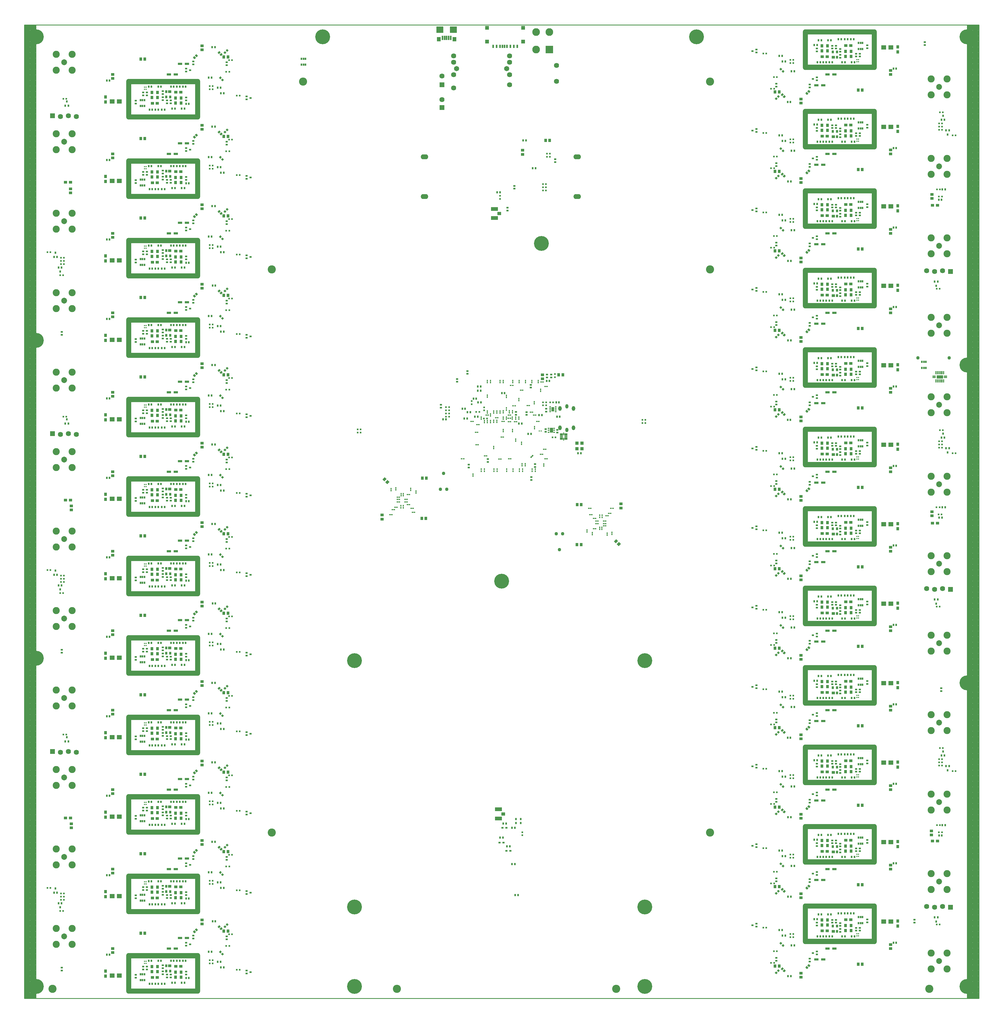
<source format=gbs>
*
*
G04 PADS9.1 Build Number: 384028 generated Gerber (RS-274-X) file*
G04 PC Version=2.1*
*
%IN "radiant_v1_finalcheck.p"*%
*
%MOIN*%
*
%FSLAX35Y35*%
*
*
*
*
G04 PC Standard Apertures*
*
*
G04 Thermal Relief Aperture macro.*
%AMTER*
1,1,$1,0,0*
1,0,$1-$2,0,0*
21,0,$3,$4,0,0,45*
21,0,$3,$4,0,0,135*
%
*
*
G04 Annular Aperture macro.*
%AMANN*
1,1,$1,0,0*
1,0,$2,0,0*
%
*
*
G04 Odd Aperture macro.*
%AMODD*
1,1,$1,0,0*
1,0,$1-0.005,0,0*
%
*
*
G04 PC Custom Aperture Macros*
*
*
*
*
*
*
G04 PC Aperture Table*
*
%ADD010C,0.001*%
%ADD017C,0.002*%
%ADD130C,0.05906*%
%ADD134C,0.01*%
%ADD135C,0.007*%
%ADD204C,0.073*%
%ADD205C,0.089*%
%ADD208R,0.024X0.028*%
%ADD213R,0.028X0.024*%
%ADD214R,0.029X0.024*%
%ADD219R,0.02369X0.02369*%
%ADD226R,0.02369X0.02762*%
%ADD232R,0.039X0.032*%
%ADD233R,0.042X0.034*%
%ADD241R,0.064X0.064*%
%ADD242C,0.064*%
%ADD251R,0.02762X0.02369*%
%ADD255R,0.06306X0.06306*%
%ADD262O,0.09455X0.06306*%
%ADD272R,0.016X0.02*%
%ADD273R,0.02X0.016*%
%ADD275R,0.01581X0.01778*%
%ADD276R,0.01345X0.03943*%
%ADD277R,0.03943X0.01345*%
%ADD278R,0.0788X0.03943*%
%ADD287R,0.097X0.097*%
%ADD288C,0.097*%
%ADD291O,0.04337X0.05912*%
%ADD295C,0.187*%
%ADD299C,0.06502*%
%ADD301C,0.043*%
%ADD303C,0.04337*%
%ADD304R,0.09061X0.04534*%
%ADD305R,0.04534X0.04337*%
%ADD313R,0.055X0.028*%
%ADD318R,0.024X0.029*%
%ADD319R,0.032X0.039*%
%ADD320R,0.02X0.028*%
%ADD321R,0.02762X0.0355*%
%ADD322R,0.03943X0.0355*%
%ADD323R,0.064X0.054*%
%ADD324R,0.01463X0.01581*%
%ADD325R,0.034X0.042*%
%ADD326R,0.02054X0.02762*%
%ADD327R,0.01975X0.01424*%
%ADD328R,0.0405X0.06018*%
%ADD329R,0.01975X0.01306*%
%ADD330R,0.0355X0.05518*%
%ADD331R,0.04534X0.05124*%
%ADD332R,0.02369X0.04337*%
%ADD333R,0.01975X0.05715*%
%ADD334R,0.05124X0.05518*%
%ADD335R,0.08865X0.0788*%
%ADD336R,0.01266X0.03707*%
%ADD349C,0.10243*%
%ADD350R,0.04337X0.03943*%
%ADD357O,0.03943X0.05518*%
*
*
*
*
G04 PC Circuitry*
G04 Layer Name radiant_v1_finalcheck.p - circuitry*
%LPD*%
*
*
G04 PC Custom Flashes*
G04 Layer Name radiant_v1_finalcheck.p - flashes*
%LPD*%
*
*
G04 PC Circuitry*
G04 Layer Name radiant_v1_finalcheck.p - circuitry*
%LPD*%
*
G54D10*
G54D17*
G01X352108Y191641D02*
X350575Y190108D01*
X352108Y188575*
X353641Y190108*
X352108Y191641*
X352083Y188600D02*
X352133D01*
X351883Y188800D02*
X352333D01*
X351683Y189000D02*
X352533D01*
X351483Y189200D02*
X352733D01*
X351283Y189400D02*
X352933D01*
X351083Y189600D02*
X353133D01*
X350883Y189800D02*
X353333D01*
X350683Y190000D02*
X353533D01*
X350667Y190200D02*
X353549D01*
X350867Y190400D02*
X353349D01*
X351067Y190600D02*
X353149D01*
X351267Y190800D02*
X352949D01*
X351467Y191000D02*
X352749D01*
X351667Y191200D02*
X352549D01*
X351867Y191400D02*
X352349D01*
X352067Y191600D02*
X352149D01*
X350600Y190083D02*
Y190133D01*
X350800Y189883D02*
Y190333D01*
X351000Y189683D02*
Y190533D01*
X351200Y189483D02*
Y190733D01*
X351400Y189283D02*
Y190933D01*
X351600Y189083D02*
Y191133D01*
X351800Y188883D02*
Y191333D01*
X352000Y188683D02*
Y191533D01*
X352200Y188667D02*
Y191549D01*
X352400Y188867D02*
Y191349D01*
X352600Y189067D02*
Y191149D01*
X352800Y189267D02*
Y190949D01*
X353000Y189467D02*
Y190749D01*
X353200Y189667D02*
Y190549D01*
X353400Y189867D02*
Y190349D01*
X353600Y190067D02*
Y190149D01*
X354892Y194425D02*
X353359Y192892D01*
X354892Y191359*
X356425Y192892*
X354892Y194425*
X354851Y191400D02*
X354933D01*
X354651Y191600D02*
X355133D01*
X354451Y191800D02*
X355333D01*
X354251Y192000D02*
X355533D01*
X354051Y192200D02*
X355733D01*
X353851Y192400D02*
X355933D01*
X353651Y192600D02*
X356133D01*
X353451Y192800D02*
X356333D01*
X353467Y193000D02*
X356317D01*
X353667Y193200D02*
X356117D01*
X353867Y193400D02*
X355917D01*
X354067Y193600D02*
X355717D01*
X354267Y193800D02*
X355517D01*
X354467Y194000D02*
X355317D01*
X354667Y194200D02*
X355117D01*
X354867Y194400D02*
X354917D01*
X353400Y192851D02*
Y192933D01*
X353600Y192651D02*
Y193133D01*
X353800Y192451D02*
Y193333D01*
X354000Y192251D02*
Y193533D01*
X354200Y192051D02*
Y193733D01*
X354400Y191851D02*
Y193933D01*
X354600Y191651D02*
Y194133D01*
X354800Y191451D02*
Y194333D01*
X355000Y191467D02*
Y194317D01*
X355200Y191667D02*
Y194117D01*
X355400Y191867D02*
Y193917D01*
X355600Y192067D02*
Y193717D01*
X355800Y192267D02*
Y193517D01*
X356000Y192467D02*
Y193317D01*
X356200Y192667D02*
Y193117D01*
X356400Y192867D02*
Y192917D01*
X347841Y158492D02*
X346308Y160025D01*
X344775Y158492*
X346308Y156959*
X347841Y158492*
X346267Y157000D02*
X346349D01*
X346067Y157200D02*
X346549D01*
X345867Y157400D02*
X346749D01*
X345667Y157600D02*
X346949D01*
X345467Y157800D02*
X347149D01*
X345267Y158000D02*
X347349D01*
X345067Y158200D02*
X347549D01*
X344867Y158400D02*
X347749D01*
X344883Y158600D02*
X347733D01*
X345083Y158800D02*
X347533D01*
X345283Y159000D02*
X347333D01*
X345483Y159200D02*
X347133D01*
X345683Y159400D02*
X346933D01*
X345883Y159600D02*
X346733D01*
X346083Y159800D02*
X346533D01*
X346283Y160000D02*
X346333D01*
X344800Y158467D02*
Y158517D01*
X345000Y158267D02*
Y158717D01*
X345200Y158067D02*
Y158917D01*
X345400Y157867D02*
Y159117D01*
X345600Y157667D02*
Y159317D01*
X345800Y157467D02*
Y159517D01*
X346000Y157267D02*
Y159717D01*
X346200Y157067D02*
Y159917D01*
X346400Y157051D02*
Y159933D01*
X346600Y157251D02*
Y159733D01*
X346800Y157451D02*
Y159533D01*
X347000Y157651D02*
Y159333D01*
X347200Y157851D02*
Y159133D01*
X347400Y158051D02*
Y158933D01*
X347600Y158251D02*
Y158733D01*
X347800Y158451D02*
Y158533D01*
X350625Y155708D02*
X349092Y157241D01*
X347559Y155708*
X349092Y154175*
X350625Y155708*
X349067Y154200D02*
X349117D01*
X348867Y154400D02*
X349317D01*
X348667Y154600D02*
X349517D01*
X348467Y154800D02*
X349717D01*
X348267Y155000D02*
X349917D01*
X348067Y155200D02*
X350117D01*
X347867Y155400D02*
X350317D01*
X347667Y155600D02*
X350517D01*
X347651Y155800D02*
X350533D01*
X347851Y156000D02*
X350333D01*
X348051Y156200D02*
X350133D01*
X348251Y156400D02*
X349933D01*
X348451Y156600D02*
X349733D01*
X348651Y156800D02*
X349533D01*
X348851Y157000D02*
X349333D01*
X349051Y157200D02*
X349133D01*
X347600Y155667D02*
Y155749D01*
X347800Y155467D02*
Y155949D01*
X348000Y155267D02*
Y156149D01*
X348200Y155067D02*
Y156349D01*
X348400Y154867D02*
Y156549D01*
X348600Y154667D02*
Y156749D01*
X348800Y154467D02*
Y156949D01*
X349000Y154267D02*
Y157149D01*
X349200Y154283D02*
Y157133D01*
X349400Y154483D02*
Y156933D01*
X349600Y154683D02*
Y156733D01*
X349800Y154883D02*
Y156533D01*
X350000Y155083D02*
Y156333D01*
X350200Y155283D02*
Y156133D01*
X350400Y155483D02*
Y155933D01*
X350600Y155683D02*
Y155733D01*
X352108Y291641D02*
X350575Y290108D01*
X352108Y288575*
X353641Y290108*
X352108Y291641*
X352083Y288600D02*
X352133D01*
X351883Y288800D02*
X352333D01*
X351683Y289000D02*
X352533D01*
X351483Y289200D02*
X352733D01*
X351283Y289400D02*
X352933D01*
X351083Y289600D02*
X353133D01*
X350883Y289800D02*
X353333D01*
X350683Y290000D02*
X353533D01*
X350667Y290200D02*
X353549D01*
X350867Y290400D02*
X353349D01*
X351067Y290600D02*
X353149D01*
X351267Y290800D02*
X352949D01*
X351467Y291000D02*
X352749D01*
X351667Y291200D02*
X352549D01*
X351867Y291400D02*
X352349D01*
X352067Y291600D02*
X352149D01*
X350600Y290083D02*
Y290133D01*
X350800Y289883D02*
Y290333D01*
X351000Y289683D02*
Y290533D01*
X351200Y289483D02*
Y290733D01*
X351400Y289283D02*
Y290933D01*
X351600Y289083D02*
Y291133D01*
X351800Y288883D02*
Y291333D01*
X352000Y288683D02*
Y291533D01*
X352200Y288667D02*
Y291549D01*
X352400Y288867D02*
Y291349D01*
X352600Y289067D02*
Y291149D01*
X352800Y289267D02*
Y290949D01*
X353000Y289467D02*
Y290749D01*
X353200Y289667D02*
Y290549D01*
X353400Y289867D02*
Y290349D01*
X353600Y290067D02*
Y290149D01*
X354892Y294425D02*
X353359Y292892D01*
X354892Y291359*
X356425Y292892*
X354892Y294425*
X354851Y291400D02*
X354933D01*
X354651Y291600D02*
X355133D01*
X354451Y291800D02*
X355333D01*
X354251Y292000D02*
X355533D01*
X354051Y292200D02*
X355733D01*
X353851Y292400D02*
X355933D01*
X353651Y292600D02*
X356133D01*
X353451Y292800D02*
X356333D01*
X353467Y293000D02*
X356317D01*
X353667Y293200D02*
X356117D01*
X353867Y293400D02*
X355917D01*
X354067Y293600D02*
X355717D01*
X354267Y293800D02*
X355517D01*
X354467Y294000D02*
X355317D01*
X354667Y294200D02*
X355117D01*
X354867Y294400D02*
X354917D01*
X353400Y292851D02*
Y292933D01*
X353600Y292651D02*
Y293133D01*
X353800Y292451D02*
Y293333D01*
X354000Y292251D02*
Y293533D01*
X354200Y292051D02*
Y293733D01*
X354400Y291851D02*
Y293933D01*
X354600Y291651D02*
Y294133D01*
X354800Y291451D02*
Y294333D01*
X355000Y291467D02*
Y294317D01*
X355200Y291667D02*
Y294117D01*
X355400Y291867D02*
Y293917D01*
X355600Y292067D02*
Y293717D01*
X355800Y292267D02*
Y293517D01*
X356000Y292467D02*
Y293317D01*
X356200Y292667D02*
Y293117D01*
X356400Y292867D02*
Y292917D01*
X347841Y258492D02*
X346308Y260025D01*
X344775Y258492*
X346308Y256959*
X347841Y258492*
X346267Y257000D02*
X346349D01*
X346067Y257200D02*
X346549D01*
X345867Y257400D02*
X346749D01*
X345667Y257600D02*
X346949D01*
X345467Y257800D02*
X347149D01*
X345267Y258000D02*
X347349D01*
X345067Y258200D02*
X347549D01*
X344867Y258400D02*
X347749D01*
X344883Y258600D02*
X347733D01*
X345083Y258800D02*
X347533D01*
X345283Y259000D02*
X347333D01*
X345483Y259200D02*
X347133D01*
X345683Y259400D02*
X346933D01*
X345883Y259600D02*
X346733D01*
X346083Y259800D02*
X346533D01*
X346283Y260000D02*
X346333D01*
X344800Y258467D02*
Y258517D01*
X345000Y258267D02*
Y258717D01*
X345200Y258067D02*
Y258917D01*
X345400Y257867D02*
Y259117D01*
X345600Y257667D02*
Y259317D01*
X345800Y257467D02*
Y259517D01*
X346000Y257267D02*
Y259717D01*
X346200Y257067D02*
Y259917D01*
X346400Y257051D02*
Y259933D01*
X346600Y257251D02*
Y259733D01*
X346800Y257451D02*
Y259533D01*
X347000Y257651D02*
Y259333D01*
X347200Y257851D02*
Y259133D01*
X347400Y258051D02*
Y258933D01*
X347600Y258251D02*
Y258733D01*
X347800Y258451D02*
Y258533D01*
X350625Y255708D02*
X349092Y257241D01*
X347559Y255708*
X349092Y254175*
X350625Y255708*
X349067Y254200D02*
X349117D01*
X348867Y254400D02*
X349317D01*
X348667Y254600D02*
X349517D01*
X348467Y254800D02*
X349717D01*
X348267Y255000D02*
X349917D01*
X348067Y255200D02*
X350117D01*
X347867Y255400D02*
X350317D01*
X347667Y255600D02*
X350517D01*
X347651Y255800D02*
X350533D01*
X347851Y256000D02*
X350333D01*
X348051Y256200D02*
X350133D01*
X348251Y256400D02*
X349933D01*
X348451Y256600D02*
X349733D01*
X348651Y256800D02*
X349533D01*
X348851Y257000D02*
X349333D01*
X349051Y257200D02*
X349133D01*
X347600Y255667D02*
Y255749D01*
X347800Y255467D02*
Y255949D01*
X348000Y255267D02*
Y256149D01*
X348200Y255067D02*
Y256349D01*
X348400Y254867D02*
Y256549D01*
X348600Y254667D02*
Y256749D01*
X348800Y254467D02*
Y256949D01*
X349000Y254267D02*
Y257149D01*
X349200Y254283D02*
Y257133D01*
X349400Y254483D02*
Y256933D01*
X349600Y254683D02*
Y256733D01*
X349800Y254883D02*
Y256533D01*
X350000Y255083D02*
Y256333D01*
X350200Y255283D02*
Y256133D01*
X350400Y255483D02*
Y255933D01*
X350600Y255683D02*
Y255733D01*
X352108Y391641D02*
X350575Y390108D01*
X352108Y388575*
X353641Y390108*
X352108Y391641*
X352083Y388600D02*
X352133D01*
X351883Y388800D02*
X352333D01*
X351683Y389000D02*
X352533D01*
X351483Y389200D02*
X352733D01*
X351283Y389400D02*
X352933D01*
X351083Y389600D02*
X353133D01*
X350883Y389800D02*
X353333D01*
X350683Y390000D02*
X353533D01*
X350667Y390200D02*
X353549D01*
X350867Y390400D02*
X353349D01*
X351067Y390600D02*
X353149D01*
X351267Y390800D02*
X352949D01*
X351467Y391000D02*
X352749D01*
X351667Y391200D02*
X352549D01*
X351867Y391400D02*
X352349D01*
X352067Y391600D02*
X352149D01*
X350600Y390083D02*
Y390133D01*
X350800Y389883D02*
Y390333D01*
X351000Y389683D02*
Y390533D01*
X351200Y389483D02*
Y390733D01*
X351400Y389283D02*
Y390933D01*
X351600Y389083D02*
Y391133D01*
X351800Y388883D02*
Y391333D01*
X352000Y388683D02*
Y391533D01*
X352200Y388667D02*
Y391549D01*
X352400Y388867D02*
Y391349D01*
X352600Y389067D02*
Y391149D01*
X352800Y389267D02*
Y390949D01*
X353000Y389467D02*
Y390749D01*
X353200Y389667D02*
Y390549D01*
X353400Y389867D02*
Y390349D01*
X353600Y390067D02*
Y390149D01*
X354892Y394425D02*
X353359Y392892D01*
X354892Y391359*
X356425Y392892*
X354892Y394425*
X354851Y391400D02*
X354933D01*
X354651Y391600D02*
X355133D01*
X354451Y391800D02*
X355333D01*
X354251Y392000D02*
X355533D01*
X354051Y392200D02*
X355733D01*
X353851Y392400D02*
X355933D01*
X353651Y392600D02*
X356133D01*
X353451Y392800D02*
X356333D01*
X353467Y393000D02*
X356317D01*
X353667Y393200D02*
X356117D01*
X353867Y393400D02*
X355917D01*
X354067Y393600D02*
X355717D01*
X354267Y393800D02*
X355517D01*
X354467Y394000D02*
X355317D01*
X354667Y394200D02*
X355117D01*
X354867Y394400D02*
X354917D01*
X353400Y392851D02*
Y392933D01*
X353600Y392651D02*
Y393133D01*
X353800Y392451D02*
Y393333D01*
X354000Y392251D02*
Y393533D01*
X354200Y392051D02*
Y393733D01*
X354400Y391851D02*
Y393933D01*
X354600Y391651D02*
Y394133D01*
X354800Y391451D02*
Y394333D01*
X355000Y391467D02*
Y394317D01*
X355200Y391667D02*
Y394117D01*
X355400Y391867D02*
Y393917D01*
X355600Y392067D02*
Y393717D01*
X355800Y392267D02*
Y393517D01*
X356000Y392467D02*
Y393317D01*
X356200Y392667D02*
Y393117D01*
X356400Y392867D02*
Y392917D01*
X347841Y358492D02*
X346308Y360025D01*
X344775Y358492*
X346308Y356959*
X347841Y358492*
X346267Y357000D02*
X346349D01*
X346067Y357200D02*
X346549D01*
X345867Y357400D02*
X346749D01*
X345667Y357600D02*
X346949D01*
X345467Y357800D02*
X347149D01*
X345267Y358000D02*
X347349D01*
X345067Y358200D02*
X347549D01*
X344867Y358400D02*
X347749D01*
X344883Y358600D02*
X347733D01*
X345083Y358800D02*
X347533D01*
X345283Y359000D02*
X347333D01*
X345483Y359200D02*
X347133D01*
X345683Y359400D02*
X346933D01*
X345883Y359600D02*
X346733D01*
X346083Y359800D02*
X346533D01*
X346283Y360000D02*
X346333D01*
X344800Y358467D02*
Y358517D01*
X345000Y358267D02*
Y358717D01*
X345200Y358067D02*
Y358917D01*
X345400Y357867D02*
Y359117D01*
X345600Y357667D02*
Y359317D01*
X345800Y357467D02*
Y359517D01*
X346000Y357267D02*
Y359717D01*
X346200Y357067D02*
Y359917D01*
X346400Y357051D02*
Y359933D01*
X346600Y357251D02*
Y359733D01*
X346800Y357451D02*
Y359533D01*
X347000Y357651D02*
Y359333D01*
X347200Y357851D02*
Y359133D01*
X347400Y358051D02*
Y358933D01*
X347600Y358251D02*
Y358733D01*
X347800Y358451D02*
Y358533D01*
X350625Y355708D02*
X349092Y357241D01*
X347559Y355708*
X349092Y354175*
X350625Y355708*
X349067Y354200D02*
X349117D01*
X348867Y354400D02*
X349317D01*
X348667Y354600D02*
X349517D01*
X348467Y354800D02*
X349717D01*
X348267Y355000D02*
X349917D01*
X348067Y355200D02*
X350117D01*
X347867Y355400D02*
X350317D01*
X347667Y355600D02*
X350517D01*
X347651Y355800D02*
X350533D01*
X347851Y356000D02*
X350333D01*
X348051Y356200D02*
X350133D01*
X348251Y356400D02*
X349933D01*
X348451Y356600D02*
X349733D01*
X348651Y356800D02*
X349533D01*
X348851Y357000D02*
X349333D01*
X349051Y357200D02*
X349133D01*
X347600Y355667D02*
Y355749D01*
X347800Y355467D02*
Y355949D01*
X348000Y355267D02*
Y356149D01*
X348200Y355067D02*
Y356349D01*
X348400Y354867D02*
Y356549D01*
X348600Y354667D02*
Y356749D01*
X348800Y354467D02*
Y356949D01*
X349000Y354267D02*
Y357149D01*
X349200Y354283D02*
Y357133D01*
X349400Y354483D02*
Y356933D01*
X349600Y354683D02*
Y356733D01*
X349800Y354883D02*
Y356533D01*
X350000Y355083D02*
Y356333D01*
X350200Y355283D02*
Y356133D01*
X350400Y355483D02*
Y355933D01*
X350600Y355683D02*
Y355733D01*
X347841Y458492D02*
X346308Y460025D01*
X344775Y458492*
X346308Y456959*
X347841Y458492*
X346267Y457000D02*
X346349D01*
X346067Y457200D02*
X346549D01*
X345867Y457400D02*
X346749D01*
X345667Y457600D02*
X346949D01*
X345467Y457800D02*
X347149D01*
X345267Y458000D02*
X347349D01*
X345067Y458200D02*
X347549D01*
X344867Y458400D02*
X347749D01*
X344883Y458600D02*
X347733D01*
X345083Y458800D02*
X347533D01*
X345283Y459000D02*
X347333D01*
X345483Y459200D02*
X347133D01*
X345683Y459400D02*
X346933D01*
X345883Y459600D02*
X346733D01*
X346083Y459800D02*
X346533D01*
X346283Y460000D02*
X346333D01*
X344800Y458467D02*
Y458517D01*
X345000Y458267D02*
Y458717D01*
X345200Y458067D02*
Y458917D01*
X345400Y457867D02*
Y459117D01*
X345600Y457667D02*
Y459317D01*
X345800Y457467D02*
Y459517D01*
X346000Y457267D02*
Y459717D01*
X346200Y457067D02*
Y459917D01*
X346400Y457051D02*
Y459933D01*
X346600Y457251D02*
Y459733D01*
X346800Y457451D02*
Y459533D01*
X347000Y457651D02*
Y459333D01*
X347200Y457851D02*
Y459133D01*
X347400Y458051D02*
Y458933D01*
X347600Y458251D02*
Y458733D01*
X347800Y458451D02*
Y458533D01*
X350625Y455708D02*
X349092Y457241D01*
X347559Y455708*
X349092Y454175*
X350625Y455708*
X349067Y454200D02*
X349117D01*
X348867Y454400D02*
X349317D01*
X348667Y454600D02*
X349517D01*
X348467Y454800D02*
X349717D01*
X348267Y455000D02*
X349917D01*
X348067Y455200D02*
X350117D01*
X347867Y455400D02*
X350317D01*
X347667Y455600D02*
X350517D01*
X347651Y455800D02*
X350533D01*
X347851Y456000D02*
X350333D01*
X348051Y456200D02*
X350133D01*
X348251Y456400D02*
X349933D01*
X348451Y456600D02*
X349733D01*
X348651Y456800D02*
X349533D01*
X348851Y457000D02*
X349333D01*
X349051Y457200D02*
X349133D01*
X347600Y455667D02*
Y455749D01*
X347800Y455467D02*
Y455949D01*
X348000Y455267D02*
Y456149D01*
X348200Y455067D02*
Y456349D01*
X348400Y454867D02*
Y456549D01*
X348600Y454667D02*
Y456749D01*
X348800Y454467D02*
Y456949D01*
X349000Y454267D02*
Y457149D01*
X349200Y454283D02*
Y457133D01*
X349400Y454483D02*
Y456933D01*
X349600Y454683D02*
Y456733D01*
X349800Y454883D02*
Y456533D01*
X350000Y455083D02*
Y456333D01*
X350200Y455283D02*
Y456133D01*
X350400Y455483D02*
Y455933D01*
X350600Y455683D02*
Y455733D01*
X344606Y188556D02*
X346444Y190394D01*
X344889Y191950*
X343050Y190111*
X344606Y188556*
X344562Y188600D02*
X344650D01*
X344362Y188800D02*
X344850D01*
X344162Y189000D02*
X345050D01*
X343962Y189200D02*
X345250D01*
X343762Y189400D02*
X345450D01*
X343562Y189600D02*
X345650D01*
X343362Y189800D02*
X345850D01*
X343162Y190000D02*
X346050D01*
X343139Y190200D02*
X346250D01*
X343339Y190400D02*
X346438D01*
X343539Y190600D02*
X346238D01*
X343739Y190800D02*
X346038D01*
X343939Y191000D02*
X345838D01*
X344139Y191200D02*
X345638D01*
X344339Y191400D02*
X345438D01*
X344539Y191600D02*
X345238D01*
X344739Y191800D02*
X345038D01*
X343200Y189962D02*
Y190261D01*
X343400Y189762D02*
Y190461D01*
X343600Y189562D02*
Y190661D01*
X343800Y189362D02*
Y190861D01*
X344000Y189162D02*
Y191061D01*
X344200Y188962D02*
Y191261D01*
X344400Y188762D02*
Y191461D01*
X344600Y188562D02*
Y191661D01*
X344800Y188750D02*
Y191861D01*
X345000Y188950D02*
Y191838D01*
X345200Y189150D02*
Y191638D01*
X345400Y189350D02*
Y191438D01*
X345600Y189550D02*
Y191238D01*
X345800Y189750D02*
Y191038D01*
X346000Y189950D02*
Y190838D01*
X346200Y190150D02*
Y190638D01*
X346400Y190350D02*
Y190438D01*
X347111Y186050D02*
X348950Y187889D01*
X347394Y189444*
X345556Y187606*
X347111Y186050*
X346962Y186200D02*
X347261D01*
X346762Y186400D02*
X347461D01*
X346562Y186600D02*
X347661D01*
X346362Y186800D02*
X347861D01*
X346162Y187000D02*
X348061D01*
X345962Y187200D02*
X348261D01*
X345762Y187400D02*
X348461D01*
X345562Y187600D02*
X348661D01*
X345750Y187800D02*
X348861D01*
X345950Y188000D02*
X348838D01*
X346150Y188200D02*
X348638D01*
X346350Y188400D02*
X348438D01*
X346550Y188600D02*
X348238D01*
X346750Y188800D02*
X348038D01*
X346950Y189000D02*
X347838D01*
X347150Y189200D02*
X347638D01*
X347350Y189400D02*
X347438D01*
X345600Y187562D02*
Y187650D01*
X345800Y187362D02*
Y187850D01*
X346000Y187162D02*
Y188050D01*
X346200Y186962D02*
Y188250D01*
X346400Y186762D02*
Y188450D01*
X346600Y186562D02*
Y188650D01*
X346800Y186362D02*
Y188850D01*
X347000Y186162D02*
Y189050D01*
X347200Y186139D02*
Y189250D01*
X347400Y186339D02*
Y189438D01*
X347600Y186539D02*
Y189238D01*
X347800Y186739D02*
Y189038D01*
X348000Y186939D02*
Y188838D01*
X348200Y187139D02*
Y188638D01*
X348400Y187339D02*
Y188438D01*
X348600Y187539D02*
Y188238D01*
X348800Y187739D02*
Y188038D01*
X314556Y186394D02*
X316394Y184556D01*
X317950Y186111*
X316111Y187950*
X314556Y186394*
X316350Y184600D02*
X316438D01*
X316150Y184800D02*
X316638D01*
X315950Y185000D02*
X316838D01*
X315750Y185200D02*
X317038D01*
X315550Y185400D02*
X317238D01*
X315350Y185600D02*
X317438D01*
X315150Y185800D02*
X317638D01*
X314950Y186000D02*
X317838D01*
X314750Y186200D02*
X317861D01*
X314562Y186400D02*
X317661D01*
X314762Y186600D02*
X317461D01*
X314962Y186800D02*
X317261D01*
X315162Y187000D02*
X317061D01*
X315362Y187200D02*
X316861D01*
X315562Y187400D02*
X316661D01*
X315762Y187600D02*
X316461D01*
X315962Y187800D02*
X316261D01*
X314600Y186350D02*
Y186438D01*
X314800Y186150D02*
Y186638D01*
X315000Y185950D02*
Y186838D01*
X315200Y185750D02*
Y187038D01*
X315400Y185550D02*
Y187238D01*
X315600Y185350D02*
Y187438D01*
X315800Y185150D02*
Y187638D01*
X316000Y184950D02*
Y187838D01*
X316200Y184750D02*
Y187861D01*
X316400Y184562D02*
Y187661D01*
X316600Y184762D02*
Y187461D01*
X316800Y184962D02*
Y187261D01*
X317000Y185162D02*
Y187061D01*
X317200Y185362D02*
Y186861D01*
X317400Y185562D02*
Y186661D01*
X317600Y185762D02*
Y186461D01*
X317800Y185962D02*
Y186261D01*
X312050Y183889D02*
X313889Y182050D01*
X315444Y183606*
X313606Y185444*
X312050Y183889*
X313739Y182200D02*
X314038D01*
X313539Y182400D02*
X314238D01*
X313339Y182600D02*
X314438D01*
X313139Y182800D02*
X314638D01*
X312939Y183000D02*
X314838D01*
X312739Y183200D02*
X315038D01*
X312539Y183400D02*
X315238D01*
X312339Y183600D02*
X315438D01*
X312139Y183800D02*
X315250D01*
X312162Y184000D02*
X315050D01*
X312362Y184200D02*
X314850D01*
X312562Y184400D02*
X314650D01*
X312762Y184600D02*
X314450D01*
X312962Y184800D02*
X314250D01*
X313162Y185000D02*
X314050D01*
X313362Y185200D02*
X313850D01*
X313562Y185400D02*
X313650D01*
X312200Y183739D02*
Y184038D01*
X312400Y183539D02*
Y184238D01*
X312600Y183339D02*
Y184438D01*
X312800Y183139D02*
Y184638D01*
X313000Y182939D02*
Y184838D01*
X313200Y182739D02*
Y185038D01*
X313400Y182539D02*
Y185238D01*
X313600Y182339D02*
Y185438D01*
X313800Y182139D02*
Y185250D01*
X314000Y182162D02*
Y185050D01*
X314200Y182362D02*
Y184850D01*
X314400Y182562D02*
Y184650D01*
X314600Y182762D02*
Y184450D01*
X314800Y182962D02*
Y184250D01*
X315000Y183162D02*
Y184050D01*
X315200Y183362D02*
Y183850D01*
X315400Y183562D02*
Y183650D01*
X314556Y286394D02*
X316394Y284556D01*
X317950Y286111*
X316111Y287950*
X314556Y286394*
X316350Y284600D02*
X316438D01*
X316150Y284800D02*
X316638D01*
X315950Y285000D02*
X316838D01*
X315750Y285200D02*
X317038D01*
X315550Y285400D02*
X317238D01*
X315350Y285600D02*
X317438D01*
X315150Y285800D02*
X317638D01*
X314950Y286000D02*
X317838D01*
X314750Y286200D02*
X317861D01*
X314562Y286400D02*
X317661D01*
X314762Y286600D02*
X317461D01*
X314962Y286800D02*
X317261D01*
X315162Y287000D02*
X317061D01*
X315362Y287200D02*
X316861D01*
X315562Y287400D02*
X316661D01*
X315762Y287600D02*
X316461D01*
X315962Y287800D02*
X316261D01*
X314600Y286350D02*
Y286438D01*
X314800Y286150D02*
Y286638D01*
X315000Y285950D02*
Y286838D01*
X315200Y285750D02*
Y287038D01*
X315400Y285550D02*
Y287238D01*
X315600Y285350D02*
Y287438D01*
X315800Y285150D02*
Y287638D01*
X316000Y284950D02*
Y287838D01*
X316200Y284750D02*
Y287861D01*
X316400Y284562D02*
Y287661D01*
X316600Y284762D02*
Y287461D01*
X316800Y284962D02*
Y287261D01*
X317000Y285162D02*
Y287061D01*
X317200Y285362D02*
Y286861D01*
X317400Y285562D02*
Y286661D01*
X317600Y285762D02*
Y286461D01*
X317800Y285962D02*
Y286261D01*
X312050Y283889D02*
X313889Y282050D01*
X315444Y283606*
X313606Y285444*
X312050Y283889*
X313739Y282200D02*
X314038D01*
X313539Y282400D02*
X314238D01*
X313339Y282600D02*
X314438D01*
X313139Y282800D02*
X314638D01*
X312939Y283000D02*
X314838D01*
X312739Y283200D02*
X315038D01*
X312539Y283400D02*
X315238D01*
X312339Y283600D02*
X315438D01*
X312139Y283800D02*
X315250D01*
X312162Y284000D02*
X315050D01*
X312362Y284200D02*
X314850D01*
X312562Y284400D02*
X314650D01*
X312762Y284600D02*
X314450D01*
X312962Y284800D02*
X314250D01*
X313162Y285000D02*
X314050D01*
X313362Y285200D02*
X313850D01*
X313562Y285400D02*
X313650D01*
X312200Y283739D02*
Y284038D01*
X312400Y283539D02*
Y284238D01*
X312600Y283339D02*
Y284438D01*
X312800Y283139D02*
Y284638D01*
X313000Y282939D02*
Y284838D01*
X313200Y282739D02*
Y285038D01*
X313400Y282539D02*
Y285238D01*
X313600Y282339D02*
Y285438D01*
X313800Y282139D02*
Y285250D01*
X314000Y282162D02*
Y285050D01*
X314200Y282362D02*
Y284850D01*
X314400Y282562D02*
Y284650D01*
X314600Y282762D02*
Y284450D01*
X314800Y282962D02*
Y284250D01*
X315000Y283162D02*
Y284050D01*
X315200Y283362D02*
Y283850D01*
X315400Y283562D02*
Y283650D01*
X344606Y288556D02*
X346444Y290394D01*
X344889Y291950*
X343050Y290111*
X344606Y288556*
X344562Y288600D02*
X344650D01*
X344362Y288800D02*
X344850D01*
X344162Y289000D02*
X345050D01*
X343962Y289200D02*
X345250D01*
X343762Y289400D02*
X345450D01*
X343562Y289600D02*
X345650D01*
X343362Y289800D02*
X345850D01*
X343162Y290000D02*
X346050D01*
X343139Y290200D02*
X346250D01*
X343339Y290400D02*
X346438D01*
X343539Y290600D02*
X346238D01*
X343739Y290800D02*
X346038D01*
X343939Y291000D02*
X345838D01*
X344139Y291200D02*
X345638D01*
X344339Y291400D02*
X345438D01*
X344539Y291600D02*
X345238D01*
X344739Y291800D02*
X345038D01*
X343200Y289962D02*
Y290261D01*
X343400Y289762D02*
Y290461D01*
X343600Y289562D02*
Y290661D01*
X343800Y289362D02*
Y290861D01*
X344000Y289162D02*
Y291061D01*
X344200Y288962D02*
Y291261D01*
X344400Y288762D02*
Y291461D01*
X344600Y288562D02*
Y291661D01*
X344800Y288750D02*
Y291861D01*
X345000Y288950D02*
Y291838D01*
X345200Y289150D02*
Y291638D01*
X345400Y289350D02*
Y291438D01*
X345600Y289550D02*
Y291238D01*
X345800Y289750D02*
Y291038D01*
X346000Y289950D02*
Y290838D01*
X346200Y290150D02*
Y290638D01*
X346400Y290350D02*
Y290438D01*
X347111Y286050D02*
X348950Y287889D01*
X347394Y289444*
X345556Y287606*
X347111Y286050*
X346962Y286200D02*
X347261D01*
X346762Y286400D02*
X347461D01*
X346562Y286600D02*
X347661D01*
X346362Y286800D02*
X347861D01*
X346162Y287000D02*
X348061D01*
X345962Y287200D02*
X348261D01*
X345762Y287400D02*
X348461D01*
X345562Y287600D02*
X348661D01*
X345750Y287800D02*
X348861D01*
X345950Y288000D02*
X348838D01*
X346150Y288200D02*
X348638D01*
X346350Y288400D02*
X348438D01*
X346550Y288600D02*
X348238D01*
X346750Y288800D02*
X348038D01*
X346950Y289000D02*
X347838D01*
X347150Y289200D02*
X347638D01*
X347350Y289400D02*
X347438D01*
X345600Y287562D02*
Y287650D01*
X345800Y287362D02*
Y287850D01*
X346000Y287162D02*
Y288050D01*
X346200Y286962D02*
Y288250D01*
X346400Y286762D02*
Y288450D01*
X346600Y286562D02*
Y288650D01*
X346800Y286362D02*
Y288850D01*
X347000Y286162D02*
Y289050D01*
X347200Y286139D02*
Y289250D01*
X347400Y286339D02*
Y289438D01*
X347600Y286539D02*
Y289238D01*
X347800Y286739D02*
Y289038D01*
X348000Y286939D02*
Y288838D01*
X348200Y287139D02*
Y288638D01*
X348400Y287339D02*
Y288438D01*
X348600Y287539D02*
Y288238D01*
X348800Y287739D02*
Y288038D01*
X344606Y388556D02*
X346444Y390394D01*
X344889Y391950*
X343050Y390111*
X344606Y388556*
X344562Y388600D02*
X344650D01*
X344362Y388800D02*
X344850D01*
X344162Y389000D02*
X345050D01*
X343962Y389200D02*
X345250D01*
X343762Y389400D02*
X345450D01*
X343562Y389600D02*
X345650D01*
X343362Y389800D02*
X345850D01*
X343162Y390000D02*
X346050D01*
X343139Y390200D02*
X346250D01*
X343339Y390400D02*
X346438D01*
X343539Y390600D02*
X346238D01*
X343739Y390800D02*
X346038D01*
X343939Y391000D02*
X345838D01*
X344139Y391200D02*
X345638D01*
X344339Y391400D02*
X345438D01*
X344539Y391600D02*
X345238D01*
X344739Y391800D02*
X345038D01*
X343200Y389962D02*
Y390261D01*
X343400Y389762D02*
Y390461D01*
X343600Y389562D02*
Y390661D01*
X343800Y389362D02*
Y390861D01*
X344000Y389162D02*
Y391061D01*
X344200Y388962D02*
Y391261D01*
X344400Y388762D02*
Y391461D01*
X344600Y388562D02*
Y391661D01*
X344800Y388750D02*
Y391861D01*
X345000Y388950D02*
Y391838D01*
X345200Y389150D02*
Y391638D01*
X345400Y389350D02*
Y391438D01*
X345600Y389550D02*
Y391238D01*
X345800Y389750D02*
Y391038D01*
X346000Y389950D02*
Y390838D01*
X346200Y390150D02*
Y390638D01*
X346400Y390350D02*
Y390438D01*
X347111Y386050D02*
X348950Y387889D01*
X347394Y389444*
X345556Y387606*
X347111Y386050*
X346962Y386200D02*
X347261D01*
X346762Y386400D02*
X347461D01*
X346562Y386600D02*
X347661D01*
X346362Y386800D02*
X347861D01*
X346162Y387000D02*
X348061D01*
X345962Y387200D02*
X348261D01*
X345762Y387400D02*
X348461D01*
X345562Y387600D02*
X348661D01*
X345750Y387800D02*
X348861D01*
X345950Y388000D02*
X348838D01*
X346150Y388200D02*
X348638D01*
X346350Y388400D02*
X348438D01*
X346550Y388600D02*
X348238D01*
X346750Y388800D02*
X348038D01*
X346950Y389000D02*
X347838D01*
X347150Y389200D02*
X347638D01*
X347350Y389400D02*
X347438D01*
X345600Y387562D02*
Y387650D01*
X345800Y387362D02*
Y387850D01*
X346000Y387162D02*
Y388050D01*
X346200Y386962D02*
Y388250D01*
X346400Y386762D02*
Y388450D01*
X346600Y386562D02*
Y388650D01*
X346800Y386362D02*
Y388850D01*
X347000Y386162D02*
Y389050D01*
X347200Y386139D02*
Y389250D01*
X347400Y386339D02*
Y389438D01*
X347600Y386539D02*
Y389238D01*
X347800Y386739D02*
Y389038D01*
X348000Y386939D02*
Y388838D01*
X348200Y387139D02*
Y388638D01*
X348400Y387339D02*
Y388438D01*
X348600Y387539D02*
Y388238D01*
X348800Y387739D02*
Y388038D01*
X314556Y386394D02*
X316394Y384556D01*
X317950Y386111*
X316111Y387950*
X314556Y386394*
X316350Y384600D02*
X316438D01*
X316150Y384800D02*
X316638D01*
X315950Y385000D02*
X316838D01*
X315750Y385200D02*
X317038D01*
X315550Y385400D02*
X317238D01*
X315350Y385600D02*
X317438D01*
X315150Y385800D02*
X317638D01*
X314950Y386000D02*
X317838D01*
X314750Y386200D02*
X317861D01*
X314562Y386400D02*
X317661D01*
X314762Y386600D02*
X317461D01*
X314962Y386800D02*
X317261D01*
X315162Y387000D02*
X317061D01*
X315362Y387200D02*
X316861D01*
X315562Y387400D02*
X316661D01*
X315762Y387600D02*
X316461D01*
X315962Y387800D02*
X316261D01*
X314600Y386350D02*
Y386438D01*
X314800Y386150D02*
Y386638D01*
X315000Y385950D02*
Y386838D01*
X315200Y385750D02*
Y387038D01*
X315400Y385550D02*
Y387238D01*
X315600Y385350D02*
Y387438D01*
X315800Y385150D02*
Y387638D01*
X316000Y384950D02*
Y387838D01*
X316200Y384750D02*
Y387861D01*
X316400Y384562D02*
Y387661D01*
X316600Y384762D02*
Y387461D01*
X316800Y384962D02*
Y387261D01*
X317000Y385162D02*
Y387061D01*
X317200Y385362D02*
Y386861D01*
X317400Y385562D02*
Y386661D01*
X317600Y385762D02*
Y386461D01*
X317800Y385962D02*
Y386261D01*
X312050Y383889D02*
X313889Y382050D01*
X315444Y383606*
X313606Y385444*
X312050Y383889*
X313739Y382200D02*
X314038D01*
X313539Y382400D02*
X314238D01*
X313339Y382600D02*
X314438D01*
X313139Y382800D02*
X314638D01*
X312939Y383000D02*
X314838D01*
X312739Y383200D02*
X315038D01*
X312539Y383400D02*
X315238D01*
X312339Y383600D02*
X315438D01*
X312139Y383800D02*
X315250D01*
X312162Y384000D02*
X315050D01*
X312362Y384200D02*
X314850D01*
X312562Y384400D02*
X314650D01*
X312762Y384600D02*
X314450D01*
X312962Y384800D02*
X314250D01*
X313162Y385000D02*
X314050D01*
X313362Y385200D02*
X313850D01*
X313562Y385400D02*
X313650D01*
X312200Y383739D02*
Y384038D01*
X312400Y383539D02*
Y384238D01*
X312600Y383339D02*
Y384438D01*
X312800Y383139D02*
Y384638D01*
X313000Y382939D02*
Y384838D01*
X313200Y382739D02*
Y385038D01*
X313400Y382539D02*
Y385238D01*
X313600Y382339D02*
Y385438D01*
X313800Y382139D02*
Y385250D01*
X314000Y382162D02*
Y385050D01*
X314200Y382362D02*
Y384850D01*
X314400Y382562D02*
Y384650D01*
X314600Y382762D02*
Y384450D01*
X314800Y382962D02*
Y384250D01*
X315000Y383162D02*
Y384050D01*
X315200Y383362D02*
Y383850D01*
X315400Y383562D02*
Y383650D01*
X314556Y486394D02*
X316394Y484556D01*
X317950Y486111*
X316111Y487950*
X314556Y486394*
X316350Y484600D02*
X316438D01*
X316150Y484800D02*
X316638D01*
X315950Y485000D02*
X316838D01*
X315750Y485200D02*
X317038D01*
X315550Y485400D02*
X317238D01*
X315350Y485600D02*
X317438D01*
X315150Y485800D02*
X317638D01*
X314950Y486000D02*
X317838D01*
X314750Y486200D02*
X317861D01*
X314562Y486400D02*
X317661D01*
X314762Y486600D02*
X317461D01*
X314962Y486800D02*
X317261D01*
X315162Y487000D02*
X317061D01*
X315362Y487200D02*
X316861D01*
X315562Y487400D02*
X316661D01*
X315762Y487600D02*
X316461D01*
X315962Y487800D02*
X316261D01*
X314600Y486350D02*
Y486438D01*
X314800Y486150D02*
Y486638D01*
X315000Y485950D02*
Y486838D01*
X315200Y485750D02*
Y487038D01*
X315400Y485550D02*
Y487238D01*
X315600Y485350D02*
Y487438D01*
X315800Y485150D02*
Y487638D01*
X316000Y484950D02*
Y487838D01*
X316200Y484750D02*
Y487861D01*
X316400Y484562D02*
Y487661D01*
X316600Y484762D02*
Y487461D01*
X316800Y484962D02*
Y487261D01*
X317000Y485162D02*
Y487061D01*
X317200Y485362D02*
Y486861D01*
X317400Y485562D02*
Y486661D01*
X317600Y485762D02*
Y486461D01*
X317800Y485962D02*
Y486261D01*
X312050Y483889D02*
X313889Y482050D01*
X315444Y483606*
X313606Y485444*
X312050Y483889*
X313739Y482200D02*
X314038D01*
X313539Y482400D02*
X314238D01*
X313339Y482600D02*
X314438D01*
X313139Y482800D02*
X314638D01*
X312939Y483000D02*
X314838D01*
X312739Y483200D02*
X315038D01*
X312539Y483400D02*
X315238D01*
X312339Y483600D02*
X315438D01*
X312139Y483800D02*
X315250D01*
X312162Y484000D02*
X315050D01*
X312362Y484200D02*
X314850D01*
X312562Y484400D02*
X314650D01*
X312762Y484600D02*
X314450D01*
X312962Y484800D02*
X314250D01*
X313162Y485000D02*
X314050D01*
X313362Y485200D02*
X313850D01*
X313562Y485400D02*
X313650D01*
X312200Y483739D02*
Y484038D01*
X312400Y483539D02*
Y484238D01*
X312600Y483339D02*
Y484438D01*
X312800Y483139D02*
Y484638D01*
X313000Y482939D02*
Y484838D01*
X313200Y482739D02*
Y485038D01*
X313400Y482539D02*
Y485238D01*
X313600Y482339D02*
Y485438D01*
X313800Y482139D02*
Y485250D01*
X314000Y482162D02*
Y485050D01*
X314200Y482362D02*
Y484850D01*
X314400Y482562D02*
Y484650D01*
X314600Y482762D02*
Y484450D01*
X314800Y482962D02*
Y484250D01*
X315000Y483162D02*
Y484050D01*
X315200Y483362D02*
Y483850D01*
X315400Y483562D02*
Y483650D01*
X344606Y488556D02*
X346444Y490394D01*
X344889Y491950*
X343050Y490111*
X344606Y488556*
X344562Y488600D02*
X344650D01*
X344362Y488800D02*
X344850D01*
X344162Y489000D02*
X345050D01*
X343962Y489200D02*
X345250D01*
X343762Y489400D02*
X345450D01*
X343562Y489600D02*
X345650D01*
X343362Y489800D02*
X345850D01*
X343162Y490000D02*
X346050D01*
X343139Y490200D02*
X346250D01*
X343339Y490400D02*
X346438D01*
X343539Y490600D02*
X346238D01*
X343739Y490800D02*
X346038D01*
X343939Y491000D02*
X345838D01*
X344139Y491200D02*
X345638D01*
X344339Y491400D02*
X345438D01*
X344539Y491600D02*
X345238D01*
X344739Y491800D02*
X345038D01*
X343200Y489962D02*
Y490261D01*
X343400Y489762D02*
Y490461D01*
X343600Y489562D02*
Y490661D01*
X343800Y489362D02*
Y490861D01*
X344000Y489162D02*
Y491061D01*
X344200Y488962D02*
Y491261D01*
X344400Y488762D02*
Y491461D01*
X344600Y488562D02*
Y491661D01*
X344800Y488750D02*
Y491861D01*
X345000Y488950D02*
Y491838D01*
X345200Y489150D02*
Y491638D01*
X345400Y489350D02*
Y491438D01*
X345600Y489550D02*
Y491238D01*
X345800Y489750D02*
Y491038D01*
X346000Y489950D02*
Y490838D01*
X346200Y490150D02*
Y490638D01*
X346400Y490350D02*
Y490438D01*
X347111Y486050D02*
X348950Y487889D01*
X347394Y489444*
X345556Y487606*
X347111Y486050*
X346962Y486200D02*
X347261D01*
X346762Y486400D02*
X347461D01*
X346562Y486600D02*
X347661D01*
X346362Y486800D02*
X347861D01*
X346162Y487000D02*
X348061D01*
X345962Y487200D02*
X348261D01*
X345762Y487400D02*
X348461D01*
X345562Y487600D02*
X348661D01*
X345750Y487800D02*
X348861D01*
X345950Y488000D02*
X348838D01*
X346150Y488200D02*
X348638D01*
X346350Y488400D02*
X348438D01*
X346550Y488600D02*
X348238D01*
X346750Y488800D02*
X348038D01*
X346950Y489000D02*
X347838D01*
X347150Y489200D02*
X347638D01*
X347350Y489400D02*
X347438D01*
X345600Y487562D02*
Y487650D01*
X345800Y487362D02*
Y487850D01*
X346000Y487162D02*
Y488050D01*
X346200Y486962D02*
Y488250D01*
X346400Y486762D02*
Y488450D01*
X346600Y486562D02*
Y488650D01*
X346800Y486362D02*
Y488850D01*
X347000Y486162D02*
Y489050D01*
X347200Y486139D02*
Y489250D01*
X347400Y486339D02*
Y489438D01*
X347600Y486539D02*
Y489238D01*
X347800Y486739D02*
Y489038D01*
X348000Y486939D02*
Y488838D01*
X348200Y487139D02*
Y488638D01*
X348400Y487339D02*
Y488438D01*
X348600Y487539D02*
Y488238D01*
X348800Y487739D02*
Y488038D01*
X352108Y491641D02*
X350575Y490108D01*
X352108Y488575*
X353641Y490108*
X352108Y491641*
X352083Y488600D02*
X352133D01*
X351883Y488800D02*
X352333D01*
X351683Y489000D02*
X352533D01*
X351483Y489200D02*
X352733D01*
X351283Y489400D02*
X352933D01*
X351083Y489600D02*
X353133D01*
X350883Y489800D02*
X353333D01*
X350683Y490000D02*
X353533D01*
X350667Y490200D02*
X353549D01*
X350867Y490400D02*
X353349D01*
X351067Y490600D02*
X353149D01*
X351267Y490800D02*
X352949D01*
X351467Y491000D02*
X352749D01*
X351667Y491200D02*
X352549D01*
X351867Y491400D02*
X352349D01*
X352067Y491600D02*
X352149D01*
X350600Y490083D02*
Y490133D01*
X350800Y489883D02*
Y490333D01*
X351000Y489683D02*
Y490533D01*
X351200Y489483D02*
Y490733D01*
X351400Y489283D02*
Y490933D01*
X351600Y489083D02*
Y491133D01*
X351800Y488883D02*
Y491333D01*
X352000Y488683D02*
Y491533D01*
X352200Y488667D02*
Y491549D01*
X352400Y488867D02*
Y491349D01*
X352600Y489067D02*
Y491149D01*
X352800Y489267D02*
Y490949D01*
X353000Y489467D02*
Y490749D01*
X353200Y489667D02*
Y490549D01*
X353400Y489867D02*
Y490349D01*
X353600Y490067D02*
Y490149D01*
X354892Y494425D02*
X353359Y492892D01*
X354892Y491359*
X356425Y492892*
X354892Y494425*
X354851Y491400D02*
X354933D01*
X354651Y491600D02*
X355133D01*
X354451Y491800D02*
X355333D01*
X354251Y492000D02*
X355533D01*
X354051Y492200D02*
X355733D01*
X353851Y492400D02*
X355933D01*
X353651Y492600D02*
X356133D01*
X353451Y492800D02*
X356333D01*
X353467Y493000D02*
X356317D01*
X353667Y493200D02*
X356117D01*
X353867Y493400D02*
X355917D01*
X354067Y493600D02*
X355717D01*
X354267Y493800D02*
X355517D01*
X354467Y494000D02*
X355317D01*
X354667Y494200D02*
X355117D01*
X354867Y494400D02*
X354917D01*
X353400Y492851D02*
Y492933D01*
X353600Y492651D02*
Y493133D01*
X353800Y492451D02*
Y493333D01*
X354000Y492251D02*
Y493533D01*
X354200Y492051D02*
Y493733D01*
X354400Y491851D02*
Y493933D01*
X354600Y491651D02*
Y494133D01*
X354800Y491451D02*
Y494333D01*
X355000Y491467D02*
Y494317D01*
X355200Y491667D02*
Y494117D01*
X355400Y491867D02*
Y493917D01*
X355600Y492067D02*
Y493717D01*
X355800Y492267D02*
Y493517D01*
X356000Y492467D02*
Y493317D01*
X356200Y492667D02*
Y493117D01*
X356400Y492867D02*
Y492917D01*
X314556Y586394D02*
X316394Y584556D01*
X317950Y586111*
X316111Y587950*
X314556Y586394*
X316350Y584600D02*
X316438D01*
X316150Y584800D02*
X316638D01*
X315950Y585000D02*
X316838D01*
X315750Y585200D02*
X317038D01*
X315550Y585400D02*
X317238D01*
X315350Y585600D02*
X317438D01*
X315150Y585800D02*
X317638D01*
X314950Y586000D02*
X317838D01*
X314750Y586200D02*
X317861D01*
X314562Y586400D02*
X317661D01*
X314762Y586600D02*
X317461D01*
X314962Y586800D02*
X317261D01*
X315162Y587000D02*
X317061D01*
X315362Y587200D02*
X316861D01*
X315562Y587400D02*
X316661D01*
X315762Y587600D02*
X316461D01*
X315962Y587800D02*
X316261D01*
X314600Y586350D02*
Y586438D01*
X314800Y586150D02*
Y586638D01*
X315000Y585950D02*
Y586838D01*
X315200Y585750D02*
Y587038D01*
X315400Y585550D02*
Y587238D01*
X315600Y585350D02*
Y587438D01*
X315800Y585150D02*
Y587638D01*
X316000Y584950D02*
Y587838D01*
X316200Y584750D02*
Y587861D01*
X316400Y584562D02*
Y587661D01*
X316600Y584762D02*
Y587461D01*
X316800Y584962D02*
Y587261D01*
X317000Y585162D02*
Y587061D01*
X317200Y585362D02*
Y586861D01*
X317400Y585562D02*
Y586661D01*
X317600Y585762D02*
Y586461D01*
X317800Y585962D02*
Y586261D01*
X312050Y583889D02*
X313889Y582050D01*
X315444Y583606*
X313606Y585444*
X312050Y583889*
X313739Y582200D02*
X314038D01*
X313539Y582400D02*
X314238D01*
X313339Y582600D02*
X314438D01*
X313139Y582800D02*
X314638D01*
X312939Y583000D02*
X314838D01*
X312739Y583200D02*
X315038D01*
X312539Y583400D02*
X315238D01*
X312339Y583600D02*
X315438D01*
X312139Y583800D02*
X315250D01*
X312162Y584000D02*
X315050D01*
X312362Y584200D02*
X314850D01*
X312562Y584400D02*
X314650D01*
X312762Y584600D02*
X314450D01*
X312962Y584800D02*
X314250D01*
X313162Y585000D02*
X314050D01*
X313362Y585200D02*
X313850D01*
X313562Y585400D02*
X313650D01*
X312200Y583739D02*
Y584038D01*
X312400Y583539D02*
Y584238D01*
X312600Y583339D02*
Y584438D01*
X312800Y583139D02*
Y584638D01*
X313000Y582939D02*
Y584838D01*
X313200Y582739D02*
Y585038D01*
X313400Y582539D02*
Y585238D01*
X313600Y582339D02*
Y585438D01*
X313800Y582139D02*
Y585250D01*
X314000Y582162D02*
Y585050D01*
X314200Y582362D02*
Y584850D01*
X314400Y582562D02*
Y584650D01*
X314600Y582762D02*
Y584450D01*
X314800Y582962D02*
Y584250D01*
X315000Y583162D02*
Y584050D01*
X315200Y583362D02*
Y583850D01*
X315400Y583562D02*
Y583650D01*
X344606Y588556D02*
X346444Y590394D01*
X344889Y591950*
X343050Y590111*
X344606Y588556*
X344562Y588600D02*
X344650D01*
X344362Y588800D02*
X344850D01*
X344162Y589000D02*
X345050D01*
X343962Y589200D02*
X345250D01*
X343762Y589400D02*
X345450D01*
X343562Y589600D02*
X345650D01*
X343362Y589800D02*
X345850D01*
X343162Y590000D02*
X346050D01*
X343139Y590200D02*
X346250D01*
X343339Y590400D02*
X346438D01*
X343539Y590600D02*
X346238D01*
X343739Y590800D02*
X346038D01*
X343939Y591000D02*
X345838D01*
X344139Y591200D02*
X345638D01*
X344339Y591400D02*
X345438D01*
X344539Y591600D02*
X345238D01*
X344739Y591800D02*
X345038D01*
X343200Y589962D02*
Y590261D01*
X343400Y589762D02*
Y590461D01*
X343600Y589562D02*
Y590661D01*
X343800Y589362D02*
Y590861D01*
X344000Y589162D02*
Y591061D01*
X344200Y588962D02*
Y591261D01*
X344400Y588762D02*
Y591461D01*
X344600Y588562D02*
Y591661D01*
X344800Y588750D02*
Y591861D01*
X345000Y588950D02*
Y591838D01*
X345200Y589150D02*
Y591638D01*
X345400Y589350D02*
Y591438D01*
X345600Y589550D02*
Y591238D01*
X345800Y589750D02*
Y591038D01*
X346000Y589950D02*
Y590838D01*
X346200Y590150D02*
Y590638D01*
X346400Y590350D02*
Y590438D01*
X347111Y586050D02*
X348950Y587889D01*
X347394Y589444*
X345556Y587606*
X347111Y586050*
X346962Y586200D02*
X347261D01*
X346762Y586400D02*
X347461D01*
X346562Y586600D02*
X347661D01*
X346362Y586800D02*
X347861D01*
X346162Y587000D02*
X348061D01*
X345962Y587200D02*
X348261D01*
X345762Y587400D02*
X348461D01*
X345562Y587600D02*
X348661D01*
X345750Y587800D02*
X348861D01*
X345950Y588000D02*
X348838D01*
X346150Y588200D02*
X348638D01*
X346350Y588400D02*
X348438D01*
X346550Y588600D02*
X348238D01*
X346750Y588800D02*
X348038D01*
X346950Y589000D02*
X347838D01*
X347150Y589200D02*
X347638D01*
X347350Y589400D02*
X347438D01*
X345600Y587562D02*
Y587650D01*
X345800Y587362D02*
Y587850D01*
X346000Y587162D02*
Y588050D01*
X346200Y586962D02*
Y588250D01*
X346400Y586762D02*
Y588450D01*
X346600Y586562D02*
Y588650D01*
X346800Y586362D02*
Y588850D01*
X347000Y586162D02*
Y589050D01*
X347200Y586139D02*
Y589250D01*
X347400Y586339D02*
Y589438D01*
X347600Y586539D02*
Y589238D01*
X347800Y586739D02*
Y589038D01*
X348000Y586939D02*
Y588838D01*
X348200Y587139D02*
Y588638D01*
X348400Y587339D02*
Y588438D01*
X348600Y587539D02*
Y588238D01*
X348800Y587739D02*
Y588038D01*
X352108Y591641D02*
X350575Y590108D01*
X352108Y588575*
X353641Y590108*
X352108Y591641*
X352083Y588600D02*
X352133D01*
X351883Y588800D02*
X352333D01*
X351683Y589000D02*
X352533D01*
X351483Y589200D02*
X352733D01*
X351283Y589400D02*
X352933D01*
X351083Y589600D02*
X353133D01*
X350883Y589800D02*
X353333D01*
X350683Y590000D02*
X353533D01*
X350667Y590200D02*
X353549D01*
X350867Y590400D02*
X353349D01*
X351067Y590600D02*
X353149D01*
X351267Y590800D02*
X352949D01*
X351467Y591000D02*
X352749D01*
X351667Y591200D02*
X352549D01*
X351867Y591400D02*
X352349D01*
X352067Y591600D02*
X352149D01*
X350600Y590083D02*
Y590133D01*
X350800Y589883D02*
Y590333D01*
X351000Y589683D02*
Y590533D01*
X351200Y589483D02*
Y590733D01*
X351400Y589283D02*
Y590933D01*
X351600Y589083D02*
Y591133D01*
X351800Y588883D02*
Y591333D01*
X352000Y588683D02*
Y591533D01*
X352200Y588667D02*
Y591549D01*
X352400Y588867D02*
Y591349D01*
X352600Y589067D02*
Y591149D01*
X352800Y589267D02*
Y590949D01*
X353000Y589467D02*
Y590749D01*
X353200Y589667D02*
Y590549D01*
X353400Y589867D02*
Y590349D01*
X353600Y590067D02*
Y590149D01*
X354892Y594425D02*
X353359Y592892D01*
X354892Y591359*
X356425Y592892*
X354892Y594425*
X354851Y591400D02*
X354933D01*
X354651Y591600D02*
X355133D01*
X354451Y591800D02*
X355333D01*
X354251Y592000D02*
X355533D01*
X354051Y592200D02*
X355733D01*
X353851Y592400D02*
X355933D01*
X353651Y592600D02*
X356133D01*
X353451Y592800D02*
X356333D01*
X353467Y593000D02*
X356317D01*
X353667Y593200D02*
X356117D01*
X353867Y593400D02*
X355917D01*
X354067Y593600D02*
X355717D01*
X354267Y593800D02*
X355517D01*
X354467Y594000D02*
X355317D01*
X354667Y594200D02*
X355117D01*
X354867Y594400D02*
X354917D01*
X353400Y592851D02*
Y592933D01*
X353600Y592651D02*
Y593133D01*
X353800Y592451D02*
Y593333D01*
X354000Y592251D02*
Y593533D01*
X354200Y592051D02*
Y593733D01*
X354400Y591851D02*
Y593933D01*
X354600Y591651D02*
Y594133D01*
X354800Y591451D02*
Y594333D01*
X355000Y591467D02*
Y594317D01*
X355200Y591667D02*
Y594117D01*
X355400Y591867D02*
Y593917D01*
X355600Y592067D02*
Y593717D01*
X355800Y592267D02*
Y593517D01*
X356000Y592467D02*
Y593317D01*
X356200Y592667D02*
Y593117D01*
X356400Y592867D02*
Y592917D01*
X347841Y558492D02*
X346308Y560025D01*
X344775Y558492*
X346308Y556959*
X347841Y558492*
X346267Y557000D02*
X346349D01*
X346067Y557200D02*
X346549D01*
X345867Y557400D02*
X346749D01*
X345667Y557600D02*
X346949D01*
X345467Y557800D02*
X347149D01*
X345267Y558000D02*
X347349D01*
X345067Y558200D02*
X347549D01*
X344867Y558400D02*
X347749D01*
X344883Y558600D02*
X347733D01*
X345083Y558800D02*
X347533D01*
X345283Y559000D02*
X347333D01*
X345483Y559200D02*
X347133D01*
X345683Y559400D02*
X346933D01*
X345883Y559600D02*
X346733D01*
X346083Y559800D02*
X346533D01*
X346283Y560000D02*
X346333D01*
X344800Y558467D02*
Y558517D01*
X345000Y558267D02*
Y558717D01*
X345200Y558067D02*
Y558917D01*
X345400Y557867D02*
Y559117D01*
X345600Y557667D02*
Y559317D01*
X345800Y557467D02*
Y559517D01*
X346000Y557267D02*
Y559717D01*
X346200Y557067D02*
Y559917D01*
X346400Y557051D02*
Y559933D01*
X346600Y557251D02*
Y559733D01*
X346800Y557451D02*
Y559533D01*
X347000Y557651D02*
Y559333D01*
X347200Y557851D02*
Y559133D01*
X347400Y558051D02*
Y558933D01*
X347600Y558251D02*
Y558733D01*
X347800Y558451D02*
Y558533D01*
X350625Y555708D02*
X349092Y557241D01*
X347559Y555708*
X349092Y554175*
X350625Y555708*
X349067Y554200D02*
X349117D01*
X348867Y554400D02*
X349317D01*
X348667Y554600D02*
X349517D01*
X348467Y554800D02*
X349717D01*
X348267Y555000D02*
X349917D01*
X348067Y555200D02*
X350117D01*
X347867Y555400D02*
X350317D01*
X347667Y555600D02*
X350517D01*
X347651Y555800D02*
X350533D01*
X347851Y556000D02*
X350333D01*
X348051Y556200D02*
X350133D01*
X348251Y556400D02*
X349933D01*
X348451Y556600D02*
X349733D01*
X348651Y556800D02*
X349533D01*
X348851Y557000D02*
X349333D01*
X349051Y557200D02*
X349133D01*
X347600Y555667D02*
Y555749D01*
X347800Y555467D02*
Y555949D01*
X348000Y555267D02*
Y556149D01*
X348200Y555067D02*
Y556349D01*
X348400Y554867D02*
Y556549D01*
X348600Y554667D02*
Y556749D01*
X348800Y554467D02*
Y556949D01*
X349000Y554267D02*
Y557149D01*
X349200Y554283D02*
Y557133D01*
X349400Y554483D02*
Y556933D01*
X349600Y554683D02*
Y556733D01*
X349800Y554883D02*
Y556533D01*
X350000Y555083D02*
Y556333D01*
X350200Y555283D02*
Y556133D01*
X350400Y555483D02*
Y555933D01*
X350600Y555683D02*
Y555733D01*
X314556Y686394D02*
X316394Y684556D01*
X317950Y686111*
X316111Y687950*
X314556Y686394*
X316350Y684600D02*
X316438D01*
X316150Y684800D02*
X316638D01*
X315950Y685000D02*
X316838D01*
X315750Y685200D02*
X317038D01*
X315550Y685400D02*
X317238D01*
X315350Y685600D02*
X317438D01*
X315150Y685800D02*
X317638D01*
X314950Y686000D02*
X317838D01*
X314750Y686200D02*
X317861D01*
X314562Y686400D02*
X317661D01*
X314762Y686600D02*
X317461D01*
X314962Y686800D02*
X317261D01*
X315162Y687000D02*
X317061D01*
X315362Y687200D02*
X316861D01*
X315562Y687400D02*
X316661D01*
X315762Y687600D02*
X316461D01*
X315962Y687800D02*
X316261D01*
X314600Y686350D02*
Y686438D01*
X314800Y686150D02*
Y686638D01*
X315000Y685950D02*
Y686838D01*
X315200Y685750D02*
Y687038D01*
X315400Y685550D02*
Y687238D01*
X315600Y685350D02*
Y687438D01*
X315800Y685150D02*
Y687638D01*
X316000Y684950D02*
Y687838D01*
X316200Y684750D02*
Y687861D01*
X316400Y684562D02*
Y687661D01*
X316600Y684762D02*
Y687461D01*
X316800Y684962D02*
Y687261D01*
X317000Y685162D02*
Y687061D01*
X317200Y685362D02*
Y686861D01*
X317400Y685562D02*
Y686661D01*
X317600Y685762D02*
Y686461D01*
X317800Y685962D02*
Y686261D01*
X312050Y683889D02*
X313889Y682050D01*
X315444Y683606*
X313606Y685444*
X312050Y683889*
X313739Y682200D02*
X314038D01*
X313539Y682400D02*
X314238D01*
X313339Y682600D02*
X314438D01*
X313139Y682800D02*
X314638D01*
X312939Y683000D02*
X314838D01*
X312739Y683200D02*
X315038D01*
X312539Y683400D02*
X315238D01*
X312339Y683600D02*
X315438D01*
X312139Y683800D02*
X315250D01*
X312162Y684000D02*
X315050D01*
X312362Y684200D02*
X314850D01*
X312562Y684400D02*
X314650D01*
X312762Y684600D02*
X314450D01*
X312962Y684800D02*
X314250D01*
X313162Y685000D02*
X314050D01*
X313362Y685200D02*
X313850D01*
X313562Y685400D02*
X313650D01*
X312200Y683739D02*
Y684038D01*
X312400Y683539D02*
Y684238D01*
X312600Y683339D02*
Y684438D01*
X312800Y683139D02*
Y684638D01*
X313000Y682939D02*
Y684838D01*
X313200Y682739D02*
Y685038D01*
X313400Y682539D02*
Y685238D01*
X313600Y682339D02*
Y685438D01*
X313800Y682139D02*
Y685250D01*
X314000Y682162D02*
Y685050D01*
X314200Y682362D02*
Y684850D01*
X314400Y682562D02*
Y684650D01*
X314600Y682762D02*
Y684450D01*
X314800Y682962D02*
Y684250D01*
X315000Y683162D02*
Y684050D01*
X315200Y683362D02*
Y683850D01*
X315400Y683562D02*
Y683650D01*
X344606Y688556D02*
X346444Y690394D01*
X344889Y691950*
X343050Y690111*
X344606Y688556*
X344562Y688600D02*
X344650D01*
X344362Y688800D02*
X344850D01*
X344162Y689000D02*
X345050D01*
X343962Y689200D02*
X345250D01*
X343762Y689400D02*
X345450D01*
X343562Y689600D02*
X345650D01*
X343362Y689800D02*
X345850D01*
X343162Y690000D02*
X346050D01*
X343139Y690200D02*
X346250D01*
X343339Y690400D02*
X346438D01*
X343539Y690600D02*
X346238D01*
X343739Y690800D02*
X346038D01*
X343939Y691000D02*
X345838D01*
X344139Y691200D02*
X345638D01*
X344339Y691400D02*
X345438D01*
X344539Y691600D02*
X345238D01*
X344739Y691800D02*
X345038D01*
X343200Y689962D02*
Y690261D01*
X343400Y689762D02*
Y690461D01*
X343600Y689562D02*
Y690661D01*
X343800Y689362D02*
Y690861D01*
X344000Y689162D02*
Y691061D01*
X344200Y688962D02*
Y691261D01*
X344400Y688762D02*
Y691461D01*
X344600Y688562D02*
Y691661D01*
X344800Y688750D02*
Y691861D01*
X345000Y688950D02*
Y691838D01*
X345200Y689150D02*
Y691638D01*
X345400Y689350D02*
Y691438D01*
X345600Y689550D02*
Y691238D01*
X345800Y689750D02*
Y691038D01*
X346000Y689950D02*
Y690838D01*
X346200Y690150D02*
Y690638D01*
X346400Y690350D02*
Y690438D01*
X347111Y686050D02*
X348950Y687889D01*
X347394Y689444*
X345556Y687606*
X347111Y686050*
X346962Y686200D02*
X347261D01*
X346762Y686400D02*
X347461D01*
X346562Y686600D02*
X347661D01*
X346362Y686800D02*
X347861D01*
X346162Y687000D02*
X348061D01*
X345962Y687200D02*
X348261D01*
X345762Y687400D02*
X348461D01*
X345562Y687600D02*
X348661D01*
X345750Y687800D02*
X348861D01*
X345950Y688000D02*
X348838D01*
X346150Y688200D02*
X348638D01*
X346350Y688400D02*
X348438D01*
X346550Y688600D02*
X348238D01*
X346750Y688800D02*
X348038D01*
X346950Y689000D02*
X347838D01*
X347150Y689200D02*
X347638D01*
X347350Y689400D02*
X347438D01*
X345600Y687562D02*
Y687650D01*
X345800Y687362D02*
Y687850D01*
X346000Y687162D02*
Y688050D01*
X346200Y686962D02*
Y688250D01*
X346400Y686762D02*
Y688450D01*
X346600Y686562D02*
Y688650D01*
X346800Y686362D02*
Y688850D01*
X347000Y686162D02*
Y689050D01*
X347200Y686139D02*
Y689250D01*
X347400Y686339D02*
Y689438D01*
X347600Y686539D02*
Y689238D01*
X347800Y686739D02*
Y689038D01*
X348000Y686939D02*
Y688838D01*
X348200Y687139D02*
Y688638D01*
X348400Y687339D02*
Y688438D01*
X348600Y687539D02*
Y688238D01*
X348800Y687739D02*
Y688038D01*
X347841Y658492D02*
X346308Y660025D01*
X344775Y658492*
X346308Y656959*
X347841Y658492*
X346267Y657000D02*
X346349D01*
X346067Y657200D02*
X346549D01*
X345867Y657400D02*
X346749D01*
X345667Y657600D02*
X346949D01*
X345467Y657800D02*
X347149D01*
X345267Y658000D02*
X347349D01*
X345067Y658200D02*
X347549D01*
X344867Y658400D02*
X347749D01*
X344883Y658600D02*
X347733D01*
X345083Y658800D02*
X347533D01*
X345283Y659000D02*
X347333D01*
X345483Y659200D02*
X347133D01*
X345683Y659400D02*
X346933D01*
X345883Y659600D02*
X346733D01*
X346083Y659800D02*
X346533D01*
X346283Y660000D02*
X346333D01*
X344800Y658467D02*
Y658517D01*
X345000Y658267D02*
Y658717D01*
X345200Y658067D02*
Y658917D01*
X345400Y657867D02*
Y659117D01*
X345600Y657667D02*
Y659317D01*
X345800Y657467D02*
Y659517D01*
X346000Y657267D02*
Y659717D01*
X346200Y657067D02*
Y659917D01*
X346400Y657051D02*
Y659933D01*
X346600Y657251D02*
Y659733D01*
X346800Y657451D02*
Y659533D01*
X347000Y657651D02*
Y659333D01*
X347200Y657851D02*
Y659133D01*
X347400Y658051D02*
Y658933D01*
X347600Y658251D02*
Y658733D01*
X347800Y658451D02*
Y658533D01*
X350625Y655708D02*
X349092Y657241D01*
X347559Y655708*
X349092Y654175*
X350625Y655708*
X349067Y654200D02*
X349117D01*
X348867Y654400D02*
X349317D01*
X348667Y654600D02*
X349517D01*
X348467Y654800D02*
X349717D01*
X348267Y655000D02*
X349917D01*
X348067Y655200D02*
X350117D01*
X347867Y655400D02*
X350317D01*
X347667Y655600D02*
X350517D01*
X347651Y655800D02*
X350533D01*
X347851Y656000D02*
X350333D01*
X348051Y656200D02*
X350133D01*
X348251Y656400D02*
X349933D01*
X348451Y656600D02*
X349733D01*
X348651Y656800D02*
X349533D01*
X348851Y657000D02*
X349333D01*
X349051Y657200D02*
X349133D01*
X347600Y655667D02*
Y655749D01*
X347800Y655467D02*
Y655949D01*
X348000Y655267D02*
Y656149D01*
X348200Y655067D02*
Y656349D01*
X348400Y654867D02*
Y656549D01*
X348600Y654667D02*
Y656749D01*
X348800Y654467D02*
Y656949D01*
X349000Y654267D02*
Y657149D01*
X349200Y654283D02*
Y657133D01*
X349400Y654483D02*
Y656933D01*
X349600Y654683D02*
Y656733D01*
X349800Y654883D02*
Y656533D01*
X350000Y655083D02*
Y656333D01*
X350200Y655283D02*
Y656133D01*
X350400Y655483D02*
Y655933D01*
X350600Y655683D02*
Y655733D01*
X352108Y691641D02*
X350575Y690108D01*
X352108Y688575*
X353641Y690108*
X352108Y691641*
X352083Y688600D02*
X352133D01*
X351883Y688800D02*
X352333D01*
X351683Y689000D02*
X352533D01*
X351483Y689200D02*
X352733D01*
X351283Y689400D02*
X352933D01*
X351083Y689600D02*
X353133D01*
X350883Y689800D02*
X353333D01*
X350683Y690000D02*
X353533D01*
X350667Y690200D02*
X353549D01*
X350867Y690400D02*
X353349D01*
X351067Y690600D02*
X353149D01*
X351267Y690800D02*
X352949D01*
X351467Y691000D02*
X352749D01*
X351667Y691200D02*
X352549D01*
X351867Y691400D02*
X352349D01*
X352067Y691600D02*
X352149D01*
X350600Y690083D02*
Y690133D01*
X350800Y689883D02*
Y690333D01*
X351000Y689683D02*
Y690533D01*
X351200Y689483D02*
Y690733D01*
X351400Y689283D02*
Y690933D01*
X351600Y689083D02*
Y691133D01*
X351800Y688883D02*
Y691333D01*
X352000Y688683D02*
Y691533D01*
X352200Y688667D02*
Y691549D01*
X352400Y688867D02*
Y691349D01*
X352600Y689067D02*
Y691149D01*
X352800Y689267D02*
Y690949D01*
X353000Y689467D02*
Y690749D01*
X353200Y689667D02*
Y690549D01*
X353400Y689867D02*
Y690349D01*
X353600Y690067D02*
Y690149D01*
X354892Y694425D02*
X353359Y692892D01*
X354892Y691359*
X356425Y692892*
X354892Y694425*
X354851Y691400D02*
X354933D01*
X354651Y691600D02*
X355133D01*
X354451Y691800D02*
X355333D01*
X354251Y692000D02*
X355533D01*
X354051Y692200D02*
X355733D01*
X353851Y692400D02*
X355933D01*
X353651Y692600D02*
X356133D01*
X353451Y692800D02*
X356333D01*
X353467Y693000D02*
X356317D01*
X353667Y693200D02*
X356117D01*
X353867Y693400D02*
X355917D01*
X354067Y693600D02*
X355717D01*
X354267Y693800D02*
X355517D01*
X354467Y694000D02*
X355317D01*
X354667Y694200D02*
X355117D01*
X354867Y694400D02*
X354917D01*
X353400Y692851D02*
Y692933D01*
X353600Y692651D02*
Y693133D01*
X353800Y692451D02*
Y693333D01*
X354000Y692251D02*
Y693533D01*
X354200Y692051D02*
Y693733D01*
X354400Y691851D02*
Y693933D01*
X354600Y691651D02*
Y694133D01*
X354800Y691451D02*
Y694333D01*
X355000Y691467D02*
Y694317D01*
X355200Y691667D02*
Y694117D01*
X355400Y691867D02*
Y693917D01*
X355600Y692067D02*
Y693717D01*
X355800Y692267D02*
Y693517D01*
X356000Y692467D02*
Y693317D01*
X356200Y692667D02*
Y693117D01*
X356400Y692867D02*
Y692917D01*
X314556Y786394D02*
X316394Y784556D01*
X317950Y786111*
X316111Y787950*
X314556Y786394*
X316350Y784600D02*
X316438D01*
X316150Y784800D02*
X316638D01*
X315950Y785000D02*
X316838D01*
X315750Y785200D02*
X317038D01*
X315550Y785400D02*
X317238D01*
X315350Y785600D02*
X317438D01*
X315150Y785800D02*
X317638D01*
X314950Y786000D02*
X317838D01*
X314750Y786200D02*
X317861D01*
X314562Y786400D02*
X317661D01*
X314762Y786600D02*
X317461D01*
X314962Y786800D02*
X317261D01*
X315162Y787000D02*
X317061D01*
X315362Y787200D02*
X316861D01*
X315562Y787400D02*
X316661D01*
X315762Y787600D02*
X316461D01*
X315962Y787800D02*
X316261D01*
X314600Y786350D02*
Y786438D01*
X314800Y786150D02*
Y786638D01*
X315000Y785950D02*
Y786838D01*
X315200Y785750D02*
Y787038D01*
X315400Y785550D02*
Y787238D01*
X315600Y785350D02*
Y787438D01*
X315800Y785150D02*
Y787638D01*
X316000Y784950D02*
Y787838D01*
X316200Y784750D02*
Y787861D01*
X316400Y784562D02*
Y787661D01*
X316600Y784762D02*
Y787461D01*
X316800Y784962D02*
Y787261D01*
X317000Y785162D02*
Y787061D01*
X317200Y785362D02*
Y786861D01*
X317400Y785562D02*
Y786661D01*
X317600Y785762D02*
Y786461D01*
X317800Y785962D02*
Y786261D01*
X312050Y783889D02*
X313889Y782050D01*
X315444Y783606*
X313606Y785444*
X312050Y783889*
X313739Y782200D02*
X314038D01*
X313539Y782400D02*
X314238D01*
X313339Y782600D02*
X314438D01*
X313139Y782800D02*
X314638D01*
X312939Y783000D02*
X314838D01*
X312739Y783200D02*
X315038D01*
X312539Y783400D02*
X315238D01*
X312339Y783600D02*
X315438D01*
X312139Y783800D02*
X315250D01*
X312162Y784000D02*
X315050D01*
X312362Y784200D02*
X314850D01*
X312562Y784400D02*
X314650D01*
X312762Y784600D02*
X314450D01*
X312962Y784800D02*
X314250D01*
X313162Y785000D02*
X314050D01*
X313362Y785200D02*
X313850D01*
X313562Y785400D02*
X313650D01*
X312200Y783739D02*
Y784038D01*
X312400Y783539D02*
Y784238D01*
X312600Y783339D02*
Y784438D01*
X312800Y783139D02*
Y784638D01*
X313000Y782939D02*
Y784838D01*
X313200Y782739D02*
Y785038D01*
X313400Y782539D02*
Y785238D01*
X313600Y782339D02*
Y785438D01*
X313800Y782139D02*
Y785250D01*
X314000Y782162D02*
Y785050D01*
X314200Y782362D02*
Y784850D01*
X314400Y782562D02*
Y784650D01*
X314600Y782762D02*
Y784450D01*
X314800Y782962D02*
Y784250D01*
X315000Y783162D02*
Y784050D01*
X315200Y783362D02*
Y783850D01*
X315400Y783562D02*
Y783650D01*
X344606Y788556D02*
X346444Y790394D01*
X344889Y791950*
X343050Y790111*
X344606Y788556*
X344562Y788600D02*
X344650D01*
X344362Y788800D02*
X344850D01*
X344162Y789000D02*
X345050D01*
X343962Y789200D02*
X345250D01*
X343762Y789400D02*
X345450D01*
X343562Y789600D02*
X345650D01*
X343362Y789800D02*
X345850D01*
X343162Y790000D02*
X346050D01*
X343139Y790200D02*
X346250D01*
X343339Y790400D02*
X346438D01*
X343539Y790600D02*
X346238D01*
X343739Y790800D02*
X346038D01*
X343939Y791000D02*
X345838D01*
X344139Y791200D02*
X345638D01*
X344339Y791400D02*
X345438D01*
X344539Y791600D02*
X345238D01*
X344739Y791800D02*
X345038D01*
X343200Y789962D02*
Y790261D01*
X343400Y789762D02*
Y790461D01*
X343600Y789562D02*
Y790661D01*
X343800Y789362D02*
Y790861D01*
X344000Y789162D02*
Y791061D01*
X344200Y788962D02*
Y791261D01*
X344400Y788762D02*
Y791461D01*
X344600Y788562D02*
Y791661D01*
X344800Y788750D02*
Y791861D01*
X345000Y788950D02*
Y791838D01*
X345200Y789150D02*
Y791638D01*
X345400Y789350D02*
Y791438D01*
X345600Y789550D02*
Y791238D01*
X345800Y789750D02*
Y791038D01*
X346000Y789950D02*
Y790838D01*
X346200Y790150D02*
Y790638D01*
X346400Y790350D02*
Y790438D01*
X347111Y786050D02*
X348950Y787889D01*
X347394Y789444*
X345556Y787606*
X347111Y786050*
X346962Y786200D02*
X347261D01*
X346762Y786400D02*
X347461D01*
X346562Y786600D02*
X347661D01*
X346362Y786800D02*
X347861D01*
X346162Y787000D02*
X348061D01*
X345962Y787200D02*
X348261D01*
X345762Y787400D02*
X348461D01*
X345562Y787600D02*
X348661D01*
X345750Y787800D02*
X348861D01*
X345950Y788000D02*
X348838D01*
X346150Y788200D02*
X348638D01*
X346350Y788400D02*
X348438D01*
X346550Y788600D02*
X348238D01*
X346750Y788800D02*
X348038D01*
X346950Y789000D02*
X347838D01*
X347150Y789200D02*
X347638D01*
X347350Y789400D02*
X347438D01*
X345600Y787562D02*
Y787650D01*
X345800Y787362D02*
Y787850D01*
X346000Y787162D02*
Y788050D01*
X346200Y786962D02*
Y788250D01*
X346400Y786762D02*
Y788450D01*
X346600Y786562D02*
Y788650D01*
X346800Y786362D02*
Y788850D01*
X347000Y786162D02*
Y789050D01*
X347200Y786139D02*
Y789250D01*
X347400Y786339D02*
Y789438D01*
X347600Y786539D02*
Y789238D01*
X347800Y786739D02*
Y789038D01*
X348000Y786939D02*
Y788838D01*
X348200Y787139D02*
Y788638D01*
X348400Y787339D02*
Y788438D01*
X348600Y787539D02*
Y788238D01*
X348800Y787739D02*
Y788038D01*
X347841Y758492D02*
X346308Y760025D01*
X344775Y758492*
X346308Y756959*
X347841Y758492*
X346267Y757000D02*
X346349D01*
X346067Y757200D02*
X346549D01*
X345867Y757400D02*
X346749D01*
X345667Y757600D02*
X346949D01*
X345467Y757800D02*
X347149D01*
X345267Y758000D02*
X347349D01*
X345067Y758200D02*
X347549D01*
X344867Y758400D02*
X347749D01*
X344883Y758600D02*
X347733D01*
X345083Y758800D02*
X347533D01*
X345283Y759000D02*
X347333D01*
X345483Y759200D02*
X347133D01*
X345683Y759400D02*
X346933D01*
X345883Y759600D02*
X346733D01*
X346083Y759800D02*
X346533D01*
X346283Y760000D02*
X346333D01*
X344800Y758467D02*
Y758517D01*
X345000Y758267D02*
Y758717D01*
X345200Y758067D02*
Y758917D01*
X345400Y757867D02*
Y759117D01*
X345600Y757667D02*
Y759317D01*
X345800Y757467D02*
Y759517D01*
X346000Y757267D02*
Y759717D01*
X346200Y757067D02*
Y759917D01*
X346400Y757051D02*
Y759933D01*
X346600Y757251D02*
Y759733D01*
X346800Y757451D02*
Y759533D01*
X347000Y757651D02*
Y759333D01*
X347200Y757851D02*
Y759133D01*
X347400Y758051D02*
Y758933D01*
X347600Y758251D02*
Y758733D01*
X347800Y758451D02*
Y758533D01*
X350625Y755708D02*
X349092Y757241D01*
X347559Y755708*
X349092Y754175*
X350625Y755708*
X349067Y754200D02*
X349117D01*
X348867Y754400D02*
X349317D01*
X348667Y754600D02*
X349517D01*
X348467Y754800D02*
X349717D01*
X348267Y755000D02*
X349917D01*
X348067Y755200D02*
X350117D01*
X347867Y755400D02*
X350317D01*
X347667Y755600D02*
X350517D01*
X347651Y755800D02*
X350533D01*
X347851Y756000D02*
X350333D01*
X348051Y756200D02*
X350133D01*
X348251Y756400D02*
X349933D01*
X348451Y756600D02*
X349733D01*
X348651Y756800D02*
X349533D01*
X348851Y757000D02*
X349333D01*
X349051Y757200D02*
X349133D01*
X347600Y755667D02*
Y755749D01*
X347800Y755467D02*
Y755949D01*
X348000Y755267D02*
Y756149D01*
X348200Y755067D02*
Y756349D01*
X348400Y754867D02*
Y756549D01*
X348600Y754667D02*
Y756749D01*
X348800Y754467D02*
Y756949D01*
X349000Y754267D02*
Y757149D01*
X349200Y754283D02*
Y757133D01*
X349400Y754483D02*
Y756933D01*
X349600Y754683D02*
Y756733D01*
X349800Y754883D02*
Y756533D01*
X350000Y755083D02*
Y756333D01*
X350200Y755283D02*
Y756133D01*
X350400Y755483D02*
Y755933D01*
X350600Y755683D02*
Y755733D01*
X352108Y791641D02*
X350575Y790108D01*
X352108Y788575*
X353641Y790108*
X352108Y791641*
X352083Y788600D02*
X352133D01*
X351883Y788800D02*
X352333D01*
X351683Y789000D02*
X352533D01*
X351483Y789200D02*
X352733D01*
X351283Y789400D02*
X352933D01*
X351083Y789600D02*
X353133D01*
X350883Y789800D02*
X353333D01*
X350683Y790000D02*
X353533D01*
X350667Y790200D02*
X353549D01*
X350867Y790400D02*
X353349D01*
X351067Y790600D02*
X353149D01*
X351267Y790800D02*
X352949D01*
X351467Y791000D02*
X352749D01*
X351667Y791200D02*
X352549D01*
X351867Y791400D02*
X352349D01*
X352067Y791600D02*
X352149D01*
X350600Y790083D02*
Y790133D01*
X350800Y789883D02*
Y790333D01*
X351000Y789683D02*
Y790533D01*
X351200Y789483D02*
Y790733D01*
X351400Y789283D02*
Y790933D01*
X351600Y789083D02*
Y791133D01*
X351800Y788883D02*
Y791333D01*
X352000Y788683D02*
Y791533D01*
X352200Y788667D02*
Y791549D01*
X352400Y788867D02*
Y791349D01*
X352600Y789067D02*
Y791149D01*
X352800Y789267D02*
Y790949D01*
X353000Y789467D02*
Y790749D01*
X353200Y789667D02*
Y790549D01*
X353400Y789867D02*
Y790349D01*
X353600Y790067D02*
Y790149D01*
X354892Y794425D02*
X353359Y792892D01*
X354892Y791359*
X356425Y792892*
X354892Y794425*
X354851Y791400D02*
X354933D01*
X354651Y791600D02*
X355133D01*
X354451Y791800D02*
X355333D01*
X354251Y792000D02*
X355533D01*
X354051Y792200D02*
X355733D01*
X353851Y792400D02*
X355933D01*
X353651Y792600D02*
X356133D01*
X353451Y792800D02*
X356333D01*
X353467Y793000D02*
X356317D01*
X353667Y793200D02*
X356117D01*
X353867Y793400D02*
X355917D01*
X354067Y793600D02*
X355717D01*
X354267Y793800D02*
X355517D01*
X354467Y794000D02*
X355317D01*
X354667Y794200D02*
X355117D01*
X354867Y794400D02*
X354917D01*
X353400Y792851D02*
Y792933D01*
X353600Y792651D02*
Y793133D01*
X353800Y792451D02*
Y793333D01*
X354000Y792251D02*
Y793533D01*
X354200Y792051D02*
Y793733D01*
X354400Y791851D02*
Y793933D01*
X354600Y791651D02*
Y794133D01*
X354800Y791451D02*
Y794333D01*
X355000Y791467D02*
Y794317D01*
X355200Y791667D02*
Y794117D01*
X355400Y791867D02*
Y793917D01*
X355600Y792067D02*
Y793717D01*
X355800Y792267D02*
Y793517D01*
X356000Y792467D02*
Y793317D01*
X356200Y792667D02*
Y793117D01*
X356400Y792867D02*
Y792917D01*
X314556Y886394D02*
X316394Y884556D01*
X317950Y886111*
X316111Y887950*
X314556Y886394*
X316350Y884600D02*
X316438D01*
X316150Y884800D02*
X316638D01*
X315950Y885000D02*
X316838D01*
X315750Y885200D02*
X317038D01*
X315550Y885400D02*
X317238D01*
X315350Y885600D02*
X317438D01*
X315150Y885800D02*
X317638D01*
X314950Y886000D02*
X317838D01*
X314750Y886200D02*
X317861D01*
X314562Y886400D02*
X317661D01*
X314762Y886600D02*
X317461D01*
X314962Y886800D02*
X317261D01*
X315162Y887000D02*
X317061D01*
X315362Y887200D02*
X316861D01*
X315562Y887400D02*
X316661D01*
X315762Y887600D02*
X316461D01*
X315962Y887800D02*
X316261D01*
X314600Y886350D02*
Y886438D01*
X314800Y886150D02*
Y886638D01*
X315000Y885950D02*
Y886838D01*
X315200Y885750D02*
Y887038D01*
X315400Y885550D02*
Y887238D01*
X315600Y885350D02*
Y887438D01*
X315800Y885150D02*
Y887638D01*
X316000Y884950D02*
Y887838D01*
X316200Y884750D02*
Y887861D01*
X316400Y884562D02*
Y887661D01*
X316600Y884762D02*
Y887461D01*
X316800Y884962D02*
Y887261D01*
X317000Y885162D02*
Y887061D01*
X317200Y885362D02*
Y886861D01*
X317400Y885562D02*
Y886661D01*
X317600Y885762D02*
Y886461D01*
X317800Y885962D02*
Y886261D01*
X312050Y883889D02*
X313889Y882050D01*
X315444Y883606*
X313606Y885444*
X312050Y883889*
X313739Y882200D02*
X314038D01*
X313539Y882400D02*
X314238D01*
X313339Y882600D02*
X314438D01*
X313139Y882800D02*
X314638D01*
X312939Y883000D02*
X314838D01*
X312739Y883200D02*
X315038D01*
X312539Y883400D02*
X315238D01*
X312339Y883600D02*
X315438D01*
X312139Y883800D02*
X315250D01*
X312162Y884000D02*
X315050D01*
X312362Y884200D02*
X314850D01*
X312562Y884400D02*
X314650D01*
X312762Y884600D02*
X314450D01*
X312962Y884800D02*
X314250D01*
X313162Y885000D02*
X314050D01*
X313362Y885200D02*
X313850D01*
X313562Y885400D02*
X313650D01*
X312200Y883739D02*
Y884038D01*
X312400Y883539D02*
Y884238D01*
X312600Y883339D02*
Y884438D01*
X312800Y883139D02*
Y884638D01*
X313000Y882939D02*
Y884838D01*
X313200Y882739D02*
Y885038D01*
X313400Y882539D02*
Y885238D01*
X313600Y882339D02*
Y885438D01*
X313800Y882139D02*
Y885250D01*
X314000Y882162D02*
Y885050D01*
X314200Y882362D02*
Y884850D01*
X314400Y882562D02*
Y884650D01*
X314600Y882762D02*
Y884450D01*
X314800Y882962D02*
Y884250D01*
X315000Y883162D02*
Y884050D01*
X315200Y883362D02*
Y883850D01*
X315400Y883562D02*
Y883650D01*
X344606Y888556D02*
X346444Y890394D01*
X344889Y891950*
X343050Y890111*
X344606Y888556*
X344562Y888600D02*
X344650D01*
X344362Y888800D02*
X344850D01*
X344162Y889000D02*
X345050D01*
X343962Y889200D02*
X345250D01*
X343762Y889400D02*
X345450D01*
X343562Y889600D02*
X345650D01*
X343362Y889800D02*
X345850D01*
X343162Y890000D02*
X346050D01*
X343139Y890200D02*
X346250D01*
X343339Y890400D02*
X346438D01*
X343539Y890600D02*
X346238D01*
X343739Y890800D02*
X346038D01*
X343939Y891000D02*
X345838D01*
X344139Y891200D02*
X345638D01*
X344339Y891400D02*
X345438D01*
X344539Y891600D02*
X345238D01*
X344739Y891800D02*
X345038D01*
X343200Y889962D02*
Y890261D01*
X343400Y889762D02*
Y890461D01*
X343600Y889562D02*
Y890661D01*
X343800Y889362D02*
Y890861D01*
X344000Y889162D02*
Y891061D01*
X344200Y888962D02*
Y891261D01*
X344400Y888762D02*
Y891461D01*
X344600Y888562D02*
Y891661D01*
X344800Y888750D02*
Y891861D01*
X345000Y888950D02*
Y891838D01*
X345200Y889150D02*
Y891638D01*
X345400Y889350D02*
Y891438D01*
X345600Y889550D02*
Y891238D01*
X345800Y889750D02*
Y891038D01*
X346000Y889950D02*
Y890838D01*
X346200Y890150D02*
Y890638D01*
X346400Y890350D02*
Y890438D01*
X347111Y886050D02*
X348950Y887889D01*
X347394Y889444*
X345556Y887606*
X347111Y886050*
X346962Y886200D02*
X347261D01*
X346762Y886400D02*
X347461D01*
X346562Y886600D02*
X347661D01*
X346362Y886800D02*
X347861D01*
X346162Y887000D02*
X348061D01*
X345962Y887200D02*
X348261D01*
X345762Y887400D02*
X348461D01*
X345562Y887600D02*
X348661D01*
X345750Y887800D02*
X348861D01*
X345950Y888000D02*
X348838D01*
X346150Y888200D02*
X348638D01*
X346350Y888400D02*
X348438D01*
X346550Y888600D02*
X348238D01*
X346750Y888800D02*
X348038D01*
X346950Y889000D02*
X347838D01*
X347150Y889200D02*
X347638D01*
X347350Y889400D02*
X347438D01*
X345600Y887562D02*
Y887650D01*
X345800Y887362D02*
Y887850D01*
X346000Y887162D02*
Y888050D01*
X346200Y886962D02*
Y888250D01*
X346400Y886762D02*
Y888450D01*
X346600Y886562D02*
Y888650D01*
X346800Y886362D02*
Y888850D01*
X347000Y886162D02*
Y889050D01*
X347200Y886139D02*
Y889250D01*
X347400Y886339D02*
Y889438D01*
X347600Y886539D02*
Y889238D01*
X347800Y886739D02*
Y889038D01*
X348000Y886939D02*
Y888838D01*
X348200Y887139D02*
Y888638D01*
X348400Y887339D02*
Y888438D01*
X348600Y887539D02*
Y888238D01*
X348800Y887739D02*
Y888038D01*
X347841Y858492D02*
X346308Y860025D01*
X344775Y858492*
X346308Y856959*
X347841Y858492*
X346267Y857000D02*
X346349D01*
X346067Y857200D02*
X346549D01*
X345867Y857400D02*
X346749D01*
X345667Y857600D02*
X346949D01*
X345467Y857800D02*
X347149D01*
X345267Y858000D02*
X347349D01*
X345067Y858200D02*
X347549D01*
X344867Y858400D02*
X347749D01*
X344883Y858600D02*
X347733D01*
X345083Y858800D02*
X347533D01*
X345283Y859000D02*
X347333D01*
X345483Y859200D02*
X347133D01*
X345683Y859400D02*
X346933D01*
X345883Y859600D02*
X346733D01*
X346083Y859800D02*
X346533D01*
X346283Y860000D02*
X346333D01*
X344800Y858467D02*
Y858517D01*
X345000Y858267D02*
Y858717D01*
X345200Y858067D02*
Y858917D01*
X345400Y857867D02*
Y859117D01*
X345600Y857667D02*
Y859317D01*
X345800Y857467D02*
Y859517D01*
X346000Y857267D02*
Y859717D01*
X346200Y857067D02*
Y859917D01*
X346400Y857051D02*
Y859933D01*
X346600Y857251D02*
Y859733D01*
X346800Y857451D02*
Y859533D01*
X347000Y857651D02*
Y859333D01*
X347200Y857851D02*
Y859133D01*
X347400Y858051D02*
Y858933D01*
X347600Y858251D02*
Y858733D01*
X347800Y858451D02*
Y858533D01*
X350625Y855708D02*
X349092Y857241D01*
X347559Y855708*
X349092Y854175*
X350625Y855708*
X349067Y854200D02*
X349117D01*
X348867Y854400D02*
X349317D01*
X348667Y854600D02*
X349517D01*
X348467Y854800D02*
X349717D01*
X348267Y855000D02*
X349917D01*
X348067Y855200D02*
X350117D01*
X347867Y855400D02*
X350317D01*
X347667Y855600D02*
X350517D01*
X347651Y855800D02*
X350533D01*
X347851Y856000D02*
X350333D01*
X348051Y856200D02*
X350133D01*
X348251Y856400D02*
X349933D01*
X348451Y856600D02*
X349733D01*
X348651Y856800D02*
X349533D01*
X348851Y857000D02*
X349333D01*
X349051Y857200D02*
X349133D01*
X347600Y855667D02*
Y855749D01*
X347800Y855467D02*
Y855949D01*
X348000Y855267D02*
Y856149D01*
X348200Y855067D02*
Y856349D01*
X348400Y854867D02*
Y856549D01*
X348600Y854667D02*
Y856749D01*
X348800Y854467D02*
Y856949D01*
X349000Y854267D02*
Y857149D01*
X349200Y854283D02*
Y857133D01*
X349400Y854483D02*
Y856933D01*
X349600Y854683D02*
Y856733D01*
X349800Y854883D02*
Y856533D01*
X350000Y855083D02*
Y856333D01*
X350200Y855283D02*
Y856133D01*
X350400Y855483D02*
Y855933D01*
X350600Y855683D02*
Y855733D01*
X352108Y891641D02*
X350575Y890108D01*
X352108Y888575*
X353641Y890108*
X352108Y891641*
X352083Y888600D02*
X352133D01*
X351883Y888800D02*
X352333D01*
X351683Y889000D02*
X352533D01*
X351483Y889200D02*
X352733D01*
X351283Y889400D02*
X352933D01*
X351083Y889600D02*
X353133D01*
X350883Y889800D02*
X353333D01*
X350683Y890000D02*
X353533D01*
X350667Y890200D02*
X353549D01*
X350867Y890400D02*
X353349D01*
X351067Y890600D02*
X353149D01*
X351267Y890800D02*
X352949D01*
X351467Y891000D02*
X352749D01*
X351667Y891200D02*
X352549D01*
X351867Y891400D02*
X352349D01*
X352067Y891600D02*
X352149D01*
X350600Y890083D02*
Y890133D01*
X350800Y889883D02*
Y890333D01*
X351000Y889683D02*
Y890533D01*
X351200Y889483D02*
Y890733D01*
X351400Y889283D02*
Y890933D01*
X351600Y889083D02*
Y891133D01*
X351800Y888883D02*
Y891333D01*
X352000Y888683D02*
Y891533D01*
X352200Y888667D02*
Y891549D01*
X352400Y888867D02*
Y891349D01*
X352600Y889067D02*
Y891149D01*
X352800Y889267D02*
Y890949D01*
X353000Y889467D02*
Y890749D01*
X353200Y889667D02*
Y890549D01*
X353400Y889867D02*
Y890349D01*
X353600Y890067D02*
Y890149D01*
X354892Y894425D02*
X353359Y892892D01*
X354892Y891359*
X356425Y892892*
X354892Y894425*
X354851Y891400D02*
X354933D01*
X354651Y891600D02*
X355133D01*
X354451Y891800D02*
X355333D01*
X354251Y892000D02*
X355533D01*
X354051Y892200D02*
X355733D01*
X353851Y892400D02*
X355933D01*
X353651Y892600D02*
X356133D01*
X353451Y892800D02*
X356333D01*
X353467Y893000D02*
X356317D01*
X353667Y893200D02*
X356117D01*
X353867Y893400D02*
X355917D01*
X354067Y893600D02*
X355717D01*
X354267Y893800D02*
X355517D01*
X354467Y894000D02*
X355317D01*
X354667Y894200D02*
X355117D01*
X354867Y894400D02*
X354917D01*
X353400Y892851D02*
Y892933D01*
X353600Y892651D02*
Y893133D01*
X353800Y892451D02*
Y893333D01*
X354000Y892251D02*
Y893533D01*
X354200Y892051D02*
Y893733D01*
X354400Y891851D02*
Y893933D01*
X354600Y891651D02*
Y894133D01*
X354800Y891451D02*
Y894333D01*
X355000Y891467D02*
Y894317D01*
X355200Y891667D02*
Y894117D01*
X355400Y891867D02*
Y893917D01*
X355600Y892067D02*
Y893717D01*
X355800Y892267D02*
Y893517D01*
X356000Y892467D02*
Y893317D01*
X356200Y892667D02*
Y893117D01*
X356400Y892867D02*
Y892917D01*
X347841Y958492D02*
X346308Y960025D01*
X344775Y958492*
X346308Y956959*
X347841Y958492*
X346267Y957000D02*
X346349D01*
X346067Y957200D02*
X346549D01*
X345867Y957400D02*
X346749D01*
X345667Y957600D02*
X346949D01*
X345467Y957800D02*
X347149D01*
X345267Y958000D02*
X347349D01*
X345067Y958200D02*
X347549D01*
X344867Y958400D02*
X347749D01*
X344883Y958600D02*
X347733D01*
X345083Y958800D02*
X347533D01*
X345283Y959000D02*
X347333D01*
X345483Y959200D02*
X347133D01*
X345683Y959400D02*
X346933D01*
X345883Y959600D02*
X346733D01*
X346083Y959800D02*
X346533D01*
X346283Y960000D02*
X346333D01*
X344800Y958467D02*
Y958517D01*
X345000Y958267D02*
Y958717D01*
X345200Y958067D02*
Y958917D01*
X345400Y957867D02*
Y959117D01*
X345600Y957667D02*
Y959317D01*
X345800Y957467D02*
Y959517D01*
X346000Y957267D02*
Y959717D01*
X346200Y957067D02*
Y959917D01*
X346400Y957051D02*
Y959933D01*
X346600Y957251D02*
Y959733D01*
X346800Y957451D02*
Y959533D01*
X347000Y957651D02*
Y959333D01*
X347200Y957851D02*
Y959133D01*
X347400Y958051D02*
Y958933D01*
X347600Y958251D02*
Y958733D01*
X347800Y958451D02*
Y958533D01*
X350625Y955708D02*
X349092Y957241D01*
X347559Y955708*
X349092Y954175*
X350625Y955708*
X349067Y954200D02*
X349117D01*
X348867Y954400D02*
X349317D01*
X348667Y954600D02*
X349517D01*
X348467Y954800D02*
X349717D01*
X348267Y955000D02*
X349917D01*
X348067Y955200D02*
X350117D01*
X347867Y955400D02*
X350317D01*
X347667Y955600D02*
X350517D01*
X347651Y955800D02*
X350533D01*
X347851Y956000D02*
X350333D01*
X348051Y956200D02*
X350133D01*
X348251Y956400D02*
X349933D01*
X348451Y956600D02*
X349733D01*
X348651Y956800D02*
X349533D01*
X348851Y957000D02*
X349333D01*
X349051Y957200D02*
X349133D01*
X347600Y955667D02*
Y955749D01*
X347800Y955467D02*
Y955949D01*
X348000Y955267D02*
Y956149D01*
X348200Y955067D02*
Y956349D01*
X348400Y954867D02*
Y956549D01*
X348600Y954667D02*
Y956749D01*
X348800Y954467D02*
Y956949D01*
X349000Y954267D02*
Y957149D01*
X349200Y954283D02*
Y957133D01*
X349400Y954483D02*
Y956933D01*
X349600Y954683D02*
Y956733D01*
X349800Y954883D02*
Y956533D01*
X350000Y955083D02*
Y956333D01*
X350200Y955283D02*
Y956133D01*
X350400Y955483D02*
Y955933D01*
X350600Y955683D02*
Y955733D01*
X352108Y991641D02*
X350575Y990108D01*
X352108Y988575*
X353641Y990108*
X352108Y991641*
X352083Y988600D02*
X352133D01*
X351883Y988800D02*
X352333D01*
X351683Y989000D02*
X352533D01*
X351483Y989200D02*
X352733D01*
X351283Y989400D02*
X352933D01*
X351083Y989600D02*
X353133D01*
X350883Y989800D02*
X353333D01*
X350683Y990000D02*
X353533D01*
X350667Y990200D02*
X353549D01*
X350867Y990400D02*
X353349D01*
X351067Y990600D02*
X353149D01*
X351267Y990800D02*
X352949D01*
X351467Y991000D02*
X352749D01*
X351667Y991200D02*
X352549D01*
X351867Y991400D02*
X352349D01*
X352067Y991600D02*
X352149D01*
X350600Y990083D02*
Y990133D01*
X350800Y989883D02*
Y990333D01*
X351000Y989683D02*
Y990533D01*
X351200Y989483D02*
Y990733D01*
X351400Y989283D02*
Y990933D01*
X351600Y989083D02*
Y991133D01*
X351800Y988883D02*
Y991333D01*
X352000Y988683D02*
Y991533D01*
X352200Y988667D02*
Y991549D01*
X352400Y988867D02*
Y991349D01*
X352600Y989067D02*
Y991149D01*
X352800Y989267D02*
Y990949D01*
X353000Y989467D02*
Y990749D01*
X353200Y989667D02*
Y990549D01*
X353400Y989867D02*
Y990349D01*
X353600Y990067D02*
Y990149D01*
X354892Y994425D02*
X353359Y992892D01*
X354892Y991359*
X356425Y992892*
X354892Y994425*
X354851Y991400D02*
X354933D01*
X354651Y991600D02*
X355133D01*
X354451Y991800D02*
X355333D01*
X354251Y992000D02*
X355533D01*
X354051Y992200D02*
X355733D01*
X353851Y992400D02*
X355933D01*
X353651Y992600D02*
X356133D01*
X353451Y992800D02*
X356333D01*
X353467Y993000D02*
X356317D01*
X353667Y993200D02*
X356117D01*
X353867Y993400D02*
X355917D01*
X354067Y993600D02*
X355717D01*
X354267Y993800D02*
X355517D01*
X354467Y994000D02*
X355317D01*
X354667Y994200D02*
X355117D01*
X354867Y994400D02*
X354917D01*
X353400Y992851D02*
Y992933D01*
X353600Y992651D02*
Y993133D01*
X353800Y992451D02*
Y993333D01*
X354000Y992251D02*
Y993533D01*
X354200Y992051D02*
Y993733D01*
X354400Y991851D02*
Y993933D01*
X354600Y991651D02*
Y994133D01*
X354800Y991451D02*
Y994333D01*
X355000Y991467D02*
Y994317D01*
X355200Y991667D02*
Y994117D01*
X355400Y991867D02*
Y993917D01*
X355600Y992067D02*
Y993717D01*
X355800Y992267D02*
Y993517D01*
X356000Y992467D02*
Y993317D01*
X356200Y992667D02*
Y993117D01*
X356400Y992867D02*
Y992917D01*
X352108Y1191641D02*
X350575Y1190108D01*
X352108Y1188575*
X353641Y1190108*
X352108Y1191641*
X352083Y1188600D02*
X352133D01*
X351883Y1188800D02*
X352333D01*
X351683Y1189000D02*
X352533D01*
X351483Y1189200D02*
X352733D01*
X351283Y1189400D02*
X352933D01*
X351083Y1189600D02*
X353133D01*
X350883Y1189800D02*
X353333D01*
X350683Y1190000D02*
X353533D01*
X350667Y1190200D02*
X353549D01*
X350867Y1190400D02*
X353349D01*
X351067Y1190600D02*
X353149D01*
X351267Y1190800D02*
X352949D01*
X351467Y1191000D02*
X352749D01*
X351667Y1191200D02*
X352549D01*
X351867Y1191400D02*
X352349D01*
X352067Y1191600D02*
X352149D01*
X350600Y1190083D02*
Y1190133D01*
X350800Y1189883D02*
Y1190333D01*
X351000Y1189683D02*
Y1190533D01*
X351200Y1189483D02*
Y1190733D01*
X351400Y1189283D02*
Y1190933D01*
X351600Y1189083D02*
Y1191133D01*
X351800Y1188883D02*
Y1191333D01*
X352000Y1188683D02*
Y1191533D01*
X352200Y1188667D02*
Y1191549D01*
X352400Y1188867D02*
Y1191349D01*
X352600Y1189067D02*
Y1191149D01*
X352800Y1189267D02*
Y1190949D01*
X353000Y1189467D02*
Y1190749D01*
X353200Y1189667D02*
Y1190549D01*
X353400Y1189867D02*
Y1190349D01*
X353600Y1190067D02*
Y1190149D01*
X354892Y1194425D02*
X353359Y1192892D01*
X354892Y1191359*
X356425Y1192892*
X354892Y1194425*
X354851Y1191400D02*
X354933D01*
X354651Y1191600D02*
X355133D01*
X354451Y1191800D02*
X355333D01*
X354251Y1192000D02*
X355533D01*
X354051Y1192200D02*
X355733D01*
X353851Y1192400D02*
X355933D01*
X353651Y1192600D02*
X356133D01*
X353451Y1192800D02*
X356333D01*
X353467Y1193000D02*
X356317D01*
X353667Y1193200D02*
X356117D01*
X353867Y1193400D02*
X355917D01*
X354067Y1193600D02*
X355717D01*
X354267Y1193800D02*
X355517D01*
X354467Y1194000D02*
X355317D01*
X354667Y1194200D02*
X355117D01*
X354867Y1194400D02*
X354917D01*
X353400Y1192851D02*
Y1192933D01*
X353600Y1192651D02*
Y1193133D01*
X353800Y1192451D02*
Y1193333D01*
X354000Y1192251D02*
Y1193533D01*
X354200Y1192051D02*
Y1193733D01*
X354400Y1191851D02*
Y1193933D01*
X354600Y1191651D02*
Y1194133D01*
X354800Y1191451D02*
Y1194333D01*
X355000Y1191467D02*
Y1194317D01*
X355200Y1191667D02*
Y1194117D01*
X355400Y1191867D02*
Y1193917D01*
X355600Y1192067D02*
Y1193717D01*
X355800Y1192267D02*
Y1193517D01*
X356000Y1192467D02*
Y1193317D01*
X356200Y1192667D02*
Y1193117D01*
X356400Y1192867D02*
Y1192917D01*
X352108Y1091641D02*
X350575Y1090108D01*
X352108Y1088575*
X353641Y1090108*
X352108Y1091641*
X352083Y1088600D02*
X352133D01*
X351883Y1088800D02*
X352333D01*
X351683Y1089000D02*
X352533D01*
X351483Y1089200D02*
X352733D01*
X351283Y1089400D02*
X352933D01*
X351083Y1089600D02*
X353133D01*
X350883Y1089800D02*
X353333D01*
X350683Y1090000D02*
X353533D01*
X350667Y1090200D02*
X353549D01*
X350867Y1090400D02*
X353349D01*
X351067Y1090600D02*
X353149D01*
X351267Y1090800D02*
X352949D01*
X351467Y1091000D02*
X352749D01*
X351667Y1091200D02*
X352549D01*
X351867Y1091400D02*
X352349D01*
X352067Y1091600D02*
X352149D01*
X350600Y1090083D02*
Y1090133D01*
X350800Y1089883D02*
Y1090333D01*
X351000Y1089683D02*
Y1090533D01*
X351200Y1089483D02*
Y1090733D01*
X351400Y1089283D02*
Y1090933D01*
X351600Y1089083D02*
Y1091133D01*
X351800Y1088883D02*
Y1091333D01*
X352000Y1088683D02*
Y1091533D01*
X352200Y1088667D02*
Y1091549D01*
X352400Y1088867D02*
Y1091349D01*
X352600Y1089067D02*
Y1091149D01*
X352800Y1089267D02*
Y1090949D01*
X353000Y1089467D02*
Y1090749D01*
X353200Y1089667D02*
Y1090549D01*
X353400Y1089867D02*
Y1090349D01*
X353600Y1090067D02*
Y1090149D01*
X354892Y1094425D02*
X353359Y1092892D01*
X354892Y1091359*
X356425Y1092892*
X354892Y1094425*
X354851Y1091400D02*
X354933D01*
X354651Y1091600D02*
X355133D01*
X354451Y1091800D02*
X355333D01*
X354251Y1092000D02*
X355533D01*
X354051Y1092200D02*
X355733D01*
X353851Y1092400D02*
X355933D01*
X353651Y1092600D02*
X356133D01*
X353451Y1092800D02*
X356333D01*
X353467Y1093000D02*
X356317D01*
X353667Y1093200D02*
X356117D01*
X353867Y1093400D02*
X355917D01*
X354067Y1093600D02*
X355717D01*
X354267Y1093800D02*
X355517D01*
X354467Y1094000D02*
X355317D01*
X354667Y1094200D02*
X355117D01*
X354867Y1094400D02*
X354917D01*
X353400Y1092851D02*
Y1092933D01*
X353600Y1092651D02*
Y1093133D01*
X353800Y1092451D02*
Y1093333D01*
X354000Y1092251D02*
Y1093533D01*
X354200Y1092051D02*
Y1093733D01*
X354400Y1091851D02*
Y1093933D01*
X354600Y1091651D02*
Y1094133D01*
X354800Y1091451D02*
Y1094333D01*
X355000Y1091467D02*
Y1094317D01*
X355200Y1091667D02*
Y1094117D01*
X355400Y1091867D02*
Y1093917D01*
X355600Y1092067D02*
Y1093717D01*
X355800Y1092267D02*
Y1093517D01*
X356000Y1092467D02*
Y1093317D01*
X356200Y1092667D02*
Y1093117D01*
X356400Y1092867D02*
Y1092917D01*
X347841Y1058492D02*
X346308Y1060025D01*
X344775Y1058492*
X346308Y1056959*
X347841Y1058492*
X346267Y1057000D02*
X346349D01*
X346067Y1057200D02*
X346549D01*
X345867Y1057400D02*
X346749D01*
X345667Y1057600D02*
X346949D01*
X345467Y1057800D02*
X347149D01*
X345267Y1058000D02*
X347349D01*
X345067Y1058200D02*
X347549D01*
X344867Y1058400D02*
X347749D01*
X344883Y1058600D02*
X347733D01*
X345083Y1058800D02*
X347533D01*
X345283Y1059000D02*
X347333D01*
X345483Y1059200D02*
X347133D01*
X345683Y1059400D02*
X346933D01*
X345883Y1059600D02*
X346733D01*
X346083Y1059800D02*
X346533D01*
X346283Y1060000D02*
X346333D01*
X344800Y1058467D02*
Y1058517D01*
X345000Y1058267D02*
Y1058717D01*
X345200Y1058067D02*
Y1058917D01*
X345400Y1057867D02*
Y1059117D01*
X345600Y1057667D02*
Y1059317D01*
X345800Y1057467D02*
Y1059517D01*
X346000Y1057267D02*
Y1059717D01*
X346200Y1057067D02*
Y1059917D01*
X346400Y1057051D02*
Y1059933D01*
X346600Y1057251D02*
Y1059733D01*
X346800Y1057451D02*
Y1059533D01*
X347000Y1057651D02*
Y1059333D01*
X347200Y1057851D02*
Y1059133D01*
X347400Y1058051D02*
Y1058933D01*
X347600Y1058251D02*
Y1058733D01*
X347800Y1058451D02*
Y1058533D01*
X350625Y1055708D02*
X349092Y1057241D01*
X347559Y1055708*
X349092Y1054175*
X350625Y1055708*
X349067Y1054200D02*
X349117D01*
X348867Y1054400D02*
X349317D01*
X348667Y1054600D02*
X349517D01*
X348467Y1054800D02*
X349717D01*
X348267Y1055000D02*
X349917D01*
X348067Y1055200D02*
X350117D01*
X347867Y1055400D02*
X350317D01*
X347667Y1055600D02*
X350517D01*
X347651Y1055800D02*
X350533D01*
X347851Y1056000D02*
X350333D01*
X348051Y1056200D02*
X350133D01*
X348251Y1056400D02*
X349933D01*
X348451Y1056600D02*
X349733D01*
X348651Y1056800D02*
X349533D01*
X348851Y1057000D02*
X349333D01*
X349051Y1057200D02*
X349133D01*
X347600Y1055667D02*
Y1055749D01*
X347800Y1055467D02*
Y1055949D01*
X348000Y1055267D02*
Y1056149D01*
X348200Y1055067D02*
Y1056349D01*
X348400Y1054867D02*
Y1056549D01*
X348600Y1054667D02*
Y1056749D01*
X348800Y1054467D02*
Y1056949D01*
X349000Y1054267D02*
Y1057149D01*
X349200Y1054283D02*
Y1057133D01*
X349400Y1054483D02*
Y1056933D01*
X349600Y1054683D02*
Y1056733D01*
X349800Y1054883D02*
Y1056533D01*
X350000Y1055083D02*
Y1056333D01*
X350200Y1055283D02*
Y1056133D01*
X350400Y1055483D02*
Y1055933D01*
X350600Y1055683D02*
Y1055733D01*
X347841Y1158492D02*
X346308Y1160025D01*
X344775Y1158492*
X346308Y1156959*
X347841Y1158492*
X346267Y1157000D02*
X346349D01*
X346067Y1157200D02*
X346549D01*
X345867Y1157400D02*
X346749D01*
X345667Y1157600D02*
X346949D01*
X345467Y1157800D02*
X347149D01*
X345267Y1158000D02*
X347349D01*
X345067Y1158200D02*
X347549D01*
X344867Y1158400D02*
X347749D01*
X344883Y1158600D02*
X347733D01*
X345083Y1158800D02*
X347533D01*
X345283Y1159000D02*
X347333D01*
X345483Y1159200D02*
X347133D01*
X345683Y1159400D02*
X346933D01*
X345883Y1159600D02*
X346733D01*
X346083Y1159800D02*
X346533D01*
X346283Y1160000D02*
X346333D01*
X344800Y1158467D02*
Y1158517D01*
X345000Y1158267D02*
Y1158717D01*
X345200Y1158067D02*
Y1158917D01*
X345400Y1157867D02*
Y1159117D01*
X345600Y1157667D02*
Y1159317D01*
X345800Y1157467D02*
Y1159517D01*
X346000Y1157267D02*
Y1159717D01*
X346200Y1157067D02*
Y1159917D01*
X346400Y1157051D02*
Y1159933D01*
X346600Y1157251D02*
Y1159733D01*
X346800Y1157451D02*
Y1159533D01*
X347000Y1157651D02*
Y1159333D01*
X347200Y1157851D02*
Y1159133D01*
X347400Y1158051D02*
Y1158933D01*
X347600Y1158251D02*
Y1158733D01*
X347800Y1158451D02*
Y1158533D01*
X350625Y1155708D02*
X349092Y1157241D01*
X347559Y1155708*
X349092Y1154175*
X350625Y1155708*
X349067Y1154200D02*
X349117D01*
X348867Y1154400D02*
X349317D01*
X348667Y1154600D02*
X349517D01*
X348467Y1154800D02*
X349717D01*
X348267Y1155000D02*
X349917D01*
X348067Y1155200D02*
X350117D01*
X347867Y1155400D02*
X350317D01*
X347667Y1155600D02*
X350517D01*
X347651Y1155800D02*
X350533D01*
X347851Y1156000D02*
X350333D01*
X348051Y1156200D02*
X350133D01*
X348251Y1156400D02*
X349933D01*
X348451Y1156600D02*
X349733D01*
X348651Y1156800D02*
X349533D01*
X348851Y1157000D02*
X349333D01*
X349051Y1157200D02*
X349133D01*
X347600Y1155667D02*
Y1155749D01*
X347800Y1155467D02*
Y1155949D01*
X348000Y1155267D02*
Y1156149D01*
X348200Y1155067D02*
Y1156349D01*
X348400Y1154867D02*
Y1156549D01*
X348600Y1154667D02*
Y1156749D01*
X348800Y1154467D02*
Y1156949D01*
X349000Y1154267D02*
Y1157149D01*
X349200Y1154283D02*
Y1157133D01*
X349400Y1154483D02*
Y1156933D01*
X349600Y1154683D02*
Y1156733D01*
X349800Y1154883D02*
Y1156533D01*
X350000Y1155083D02*
Y1156333D01*
X350200Y1155283D02*
Y1156133D01*
X350400Y1155483D02*
Y1155933D01*
X350600Y1155683D02*
Y1155733D01*
X352108Y1291641D02*
X350575Y1290108D01*
X352108Y1288575*
X353641Y1290108*
X352108Y1291641*
X352083Y1288600D02*
X352133D01*
X351883Y1288800D02*
X352333D01*
X351683Y1289000D02*
X352533D01*
X351483Y1289200D02*
X352733D01*
X351283Y1289400D02*
X352933D01*
X351083Y1289600D02*
X353133D01*
X350883Y1289800D02*
X353333D01*
X350683Y1290000D02*
X353533D01*
X350667Y1290200D02*
X353549D01*
X350867Y1290400D02*
X353349D01*
X351067Y1290600D02*
X353149D01*
X351267Y1290800D02*
X352949D01*
X351467Y1291000D02*
X352749D01*
X351667Y1291200D02*
X352549D01*
X351867Y1291400D02*
X352349D01*
X352067Y1291600D02*
X352149D01*
X350600Y1290083D02*
Y1290133D01*
X350800Y1289883D02*
Y1290333D01*
X351000Y1289683D02*
Y1290533D01*
X351200Y1289483D02*
Y1290733D01*
X351400Y1289283D02*
Y1290933D01*
X351600Y1289083D02*
Y1291133D01*
X351800Y1288883D02*
Y1291333D01*
X352000Y1288683D02*
Y1291533D01*
X352200Y1288667D02*
Y1291549D01*
X352400Y1288867D02*
Y1291349D01*
X352600Y1289067D02*
Y1291149D01*
X352800Y1289267D02*
Y1290949D01*
X353000Y1289467D02*
Y1290749D01*
X353200Y1289667D02*
Y1290549D01*
X353400Y1289867D02*
Y1290349D01*
X353600Y1290067D02*
Y1290149D01*
X354892Y1294425D02*
X353359Y1292892D01*
X354892Y1291359*
X356425Y1292892*
X354892Y1294425*
X354851Y1291400D02*
X354933D01*
X354651Y1291600D02*
X355133D01*
X354451Y1291800D02*
X355333D01*
X354251Y1292000D02*
X355533D01*
X354051Y1292200D02*
X355733D01*
X353851Y1292400D02*
X355933D01*
X353651Y1292600D02*
X356133D01*
X353451Y1292800D02*
X356333D01*
X353467Y1293000D02*
X356317D01*
X353667Y1293200D02*
X356117D01*
X353867Y1293400D02*
X355917D01*
X354067Y1293600D02*
X355717D01*
X354267Y1293800D02*
X355517D01*
X354467Y1294000D02*
X355317D01*
X354667Y1294200D02*
X355117D01*
X354867Y1294400D02*
X354917D01*
X353400Y1292851D02*
Y1292933D01*
X353600Y1292651D02*
Y1293133D01*
X353800Y1292451D02*
Y1293333D01*
X354000Y1292251D02*
Y1293533D01*
X354200Y1292051D02*
Y1293733D01*
X354400Y1291851D02*
Y1293933D01*
X354600Y1291651D02*
Y1294133D01*
X354800Y1291451D02*
Y1294333D01*
X355000Y1291467D02*
Y1294317D01*
X355200Y1291667D02*
Y1294117D01*
X355400Y1291867D02*
Y1293917D01*
X355600Y1292067D02*
Y1293717D01*
X355800Y1292267D02*
Y1293517D01*
X356000Y1292467D02*
Y1293317D01*
X356200Y1292667D02*
Y1293117D01*
X356400Y1292867D02*
Y1292917D01*
X347841Y1258492D02*
X346308Y1260025D01*
X344775Y1258492*
X346308Y1256959*
X347841Y1258492*
X346267Y1257000D02*
X346349D01*
X346067Y1257200D02*
X346549D01*
X345867Y1257400D02*
X346749D01*
X345667Y1257600D02*
X346949D01*
X345467Y1257800D02*
X347149D01*
X345267Y1258000D02*
X347349D01*
X345067Y1258200D02*
X347549D01*
X344867Y1258400D02*
X347749D01*
X344883Y1258600D02*
X347733D01*
X345083Y1258800D02*
X347533D01*
X345283Y1259000D02*
X347333D01*
X345483Y1259200D02*
X347133D01*
X345683Y1259400D02*
X346933D01*
X345883Y1259600D02*
X346733D01*
X346083Y1259800D02*
X346533D01*
X346283Y1260000D02*
X346333D01*
X344800Y1258467D02*
Y1258517D01*
X345000Y1258267D02*
Y1258717D01*
X345200Y1258067D02*
Y1258917D01*
X345400Y1257867D02*
Y1259117D01*
X345600Y1257667D02*
Y1259317D01*
X345800Y1257467D02*
Y1259517D01*
X346000Y1257267D02*
Y1259717D01*
X346200Y1257067D02*
Y1259917D01*
X346400Y1257051D02*
Y1259933D01*
X346600Y1257251D02*
Y1259733D01*
X346800Y1257451D02*
Y1259533D01*
X347000Y1257651D02*
Y1259333D01*
X347200Y1257851D02*
Y1259133D01*
X347400Y1258051D02*
Y1258933D01*
X347600Y1258251D02*
Y1258733D01*
X347800Y1258451D02*
Y1258533D01*
X350625Y1255708D02*
X349092Y1257241D01*
X347559Y1255708*
X349092Y1254175*
X350625Y1255708*
X349067Y1254200D02*
X349117D01*
X348867Y1254400D02*
X349317D01*
X348667Y1254600D02*
X349517D01*
X348467Y1254800D02*
X349717D01*
X348267Y1255000D02*
X349917D01*
X348067Y1255200D02*
X350117D01*
X347867Y1255400D02*
X350317D01*
X347667Y1255600D02*
X350517D01*
X347651Y1255800D02*
X350533D01*
X347851Y1256000D02*
X350333D01*
X348051Y1256200D02*
X350133D01*
X348251Y1256400D02*
X349933D01*
X348451Y1256600D02*
X349733D01*
X348651Y1256800D02*
X349533D01*
X348851Y1257000D02*
X349333D01*
X349051Y1257200D02*
X349133D01*
X347600Y1255667D02*
Y1255749D01*
X347800Y1255467D02*
Y1255949D01*
X348000Y1255267D02*
Y1256149D01*
X348200Y1255067D02*
Y1256349D01*
X348400Y1254867D02*
Y1256549D01*
X348600Y1254667D02*
Y1256749D01*
X348800Y1254467D02*
Y1256949D01*
X349000Y1254267D02*
Y1257149D01*
X349200Y1254283D02*
Y1257133D01*
X349400Y1254483D02*
Y1256933D01*
X349600Y1254683D02*
Y1256733D01*
X349800Y1254883D02*
Y1256533D01*
X350000Y1255083D02*
Y1256333D01*
X350200Y1255283D02*
Y1256133D01*
X350400Y1255483D02*
Y1255933D01*
X350600Y1255683D02*
Y1255733D01*
X344606Y1288556D02*
X346444Y1290394D01*
X344889Y1291950*
X343050Y1290111*
X344606Y1288556*
X344562Y1288600D02*
X344650D01*
X344362Y1288800D02*
X344850D01*
X344162Y1289000D02*
X345050D01*
X343962Y1289200D02*
X345250D01*
X343762Y1289400D02*
X345450D01*
X343562Y1289600D02*
X345650D01*
X343362Y1289800D02*
X345850D01*
X343162Y1290000D02*
X346050D01*
X343139Y1290200D02*
X346250D01*
X343339Y1290400D02*
X346438D01*
X343539Y1290600D02*
X346238D01*
X343739Y1290800D02*
X346038D01*
X343939Y1291000D02*
X345838D01*
X344139Y1291200D02*
X345638D01*
X344339Y1291400D02*
X345438D01*
X344539Y1291600D02*
X345238D01*
X344739Y1291800D02*
X345038D01*
X343200Y1289962D02*
Y1290261D01*
X343400Y1289762D02*
Y1290461D01*
X343600Y1289562D02*
Y1290661D01*
X343800Y1289362D02*
Y1290861D01*
X344000Y1289162D02*
Y1291061D01*
X344200Y1288962D02*
Y1291261D01*
X344400Y1288762D02*
Y1291461D01*
X344600Y1288562D02*
Y1291661D01*
X344800Y1288750D02*
Y1291861D01*
X345000Y1288950D02*
Y1291838D01*
X345200Y1289150D02*
Y1291638D01*
X345400Y1289350D02*
Y1291438D01*
X345600Y1289550D02*
Y1291238D01*
X345800Y1289750D02*
Y1291038D01*
X346000Y1289950D02*
Y1290838D01*
X346200Y1290150D02*
Y1290638D01*
X346400Y1290350D02*
Y1290438D01*
X347111Y1286050D02*
X348950Y1287889D01*
X347394Y1289444*
X345556Y1287606*
X347111Y1286050*
X346962Y1286200D02*
X347261D01*
X346762Y1286400D02*
X347461D01*
X346562Y1286600D02*
X347661D01*
X346362Y1286800D02*
X347861D01*
X346162Y1287000D02*
X348061D01*
X345962Y1287200D02*
X348261D01*
X345762Y1287400D02*
X348461D01*
X345562Y1287600D02*
X348661D01*
X345750Y1287800D02*
X348861D01*
X345950Y1288000D02*
X348838D01*
X346150Y1288200D02*
X348638D01*
X346350Y1288400D02*
X348438D01*
X346550Y1288600D02*
X348238D01*
X346750Y1288800D02*
X348038D01*
X346950Y1289000D02*
X347838D01*
X347150Y1289200D02*
X347638D01*
X347350Y1289400D02*
X347438D01*
X345600Y1287562D02*
Y1287650D01*
X345800Y1287362D02*
Y1287850D01*
X346000Y1287162D02*
Y1288050D01*
X346200Y1286962D02*
Y1288250D01*
X346400Y1286762D02*
Y1288450D01*
X346600Y1286562D02*
Y1288650D01*
X346800Y1286362D02*
Y1288850D01*
X347000Y1286162D02*
Y1289050D01*
X347200Y1286139D02*
Y1289250D01*
X347400Y1286339D02*
Y1289438D01*
X347600Y1286539D02*
Y1289238D01*
X347800Y1286739D02*
Y1289038D01*
X348000Y1286939D02*
Y1288838D01*
X348200Y1287139D02*
Y1288638D01*
X348400Y1287339D02*
Y1288438D01*
X348600Y1287539D02*
Y1288238D01*
X348800Y1287739D02*
Y1288038D01*
X314556Y1286394D02*
X316394Y1284556D01*
X317950Y1286111*
X316111Y1287950*
X314556Y1286394*
X316350Y1284600D02*
X316438D01*
X316150Y1284800D02*
X316638D01*
X315950Y1285000D02*
X316838D01*
X315750Y1285200D02*
X317038D01*
X315550Y1285400D02*
X317238D01*
X315350Y1285600D02*
X317438D01*
X315150Y1285800D02*
X317638D01*
X314950Y1286000D02*
X317838D01*
X314750Y1286200D02*
X317861D01*
X314562Y1286400D02*
X317661D01*
X314762Y1286600D02*
X317461D01*
X314962Y1286800D02*
X317261D01*
X315162Y1287000D02*
X317061D01*
X315362Y1287200D02*
X316861D01*
X315562Y1287400D02*
X316661D01*
X315762Y1287600D02*
X316461D01*
X315962Y1287800D02*
X316261D01*
X314600Y1286350D02*
Y1286438D01*
X314800Y1286150D02*
Y1286638D01*
X315000Y1285950D02*
Y1286838D01*
X315200Y1285750D02*
Y1287038D01*
X315400Y1285550D02*
Y1287238D01*
X315600Y1285350D02*
Y1287438D01*
X315800Y1285150D02*
Y1287638D01*
X316000Y1284950D02*
Y1287838D01*
X316200Y1284750D02*
Y1287861D01*
X316400Y1284562D02*
Y1287661D01*
X316600Y1284762D02*
Y1287461D01*
X316800Y1284962D02*
Y1287261D01*
X317000Y1285162D02*
Y1287061D01*
X317200Y1285362D02*
Y1286861D01*
X317400Y1285562D02*
Y1286661D01*
X317600Y1285762D02*
Y1286461D01*
X317800Y1285962D02*
Y1286261D01*
X312050Y1283889D02*
X313889Y1282050D01*
X315444Y1283606*
X313606Y1285444*
X312050Y1283889*
X313739Y1282200D02*
X314038D01*
X313539Y1282400D02*
X314238D01*
X313339Y1282600D02*
X314438D01*
X313139Y1282800D02*
X314638D01*
X312939Y1283000D02*
X314838D01*
X312739Y1283200D02*
X315038D01*
X312539Y1283400D02*
X315238D01*
X312339Y1283600D02*
X315438D01*
X312139Y1283800D02*
X315250D01*
X312162Y1284000D02*
X315050D01*
X312362Y1284200D02*
X314850D01*
X312562Y1284400D02*
X314650D01*
X312762Y1284600D02*
X314450D01*
X312962Y1284800D02*
X314250D01*
X313162Y1285000D02*
X314050D01*
X313362Y1285200D02*
X313850D01*
X313562Y1285400D02*
X313650D01*
X312200Y1283739D02*
Y1284038D01*
X312400Y1283539D02*
Y1284238D01*
X312600Y1283339D02*
Y1284438D01*
X312800Y1283139D02*
Y1284638D01*
X313000Y1282939D02*
Y1284838D01*
X313200Y1282739D02*
Y1285038D01*
X313400Y1282539D02*
Y1285238D01*
X313600Y1282339D02*
Y1285438D01*
X313800Y1282139D02*
Y1285250D01*
X314000Y1282162D02*
Y1285050D01*
X314200Y1282362D02*
Y1284850D01*
X314400Y1282562D02*
Y1284650D01*
X314600Y1282762D02*
Y1284450D01*
X314800Y1282962D02*
Y1284250D01*
X315000Y1283162D02*
Y1284050D01*
X315200Y1283362D02*
Y1283850D01*
X315400Y1283562D02*
Y1283650D01*
X314556Y1186394D02*
X316394Y1184556D01*
X317950Y1186111*
X316111Y1187950*
X314556Y1186394*
X316350Y1184600D02*
X316438D01*
X316150Y1184800D02*
X316638D01*
X315950Y1185000D02*
X316838D01*
X315750Y1185200D02*
X317038D01*
X315550Y1185400D02*
X317238D01*
X315350Y1185600D02*
X317438D01*
X315150Y1185800D02*
X317638D01*
X314950Y1186000D02*
X317838D01*
X314750Y1186200D02*
X317861D01*
X314562Y1186400D02*
X317661D01*
X314762Y1186600D02*
X317461D01*
X314962Y1186800D02*
X317261D01*
X315162Y1187000D02*
X317061D01*
X315362Y1187200D02*
X316861D01*
X315562Y1187400D02*
X316661D01*
X315762Y1187600D02*
X316461D01*
X315962Y1187800D02*
X316261D01*
X314600Y1186350D02*
Y1186438D01*
X314800Y1186150D02*
Y1186638D01*
X315000Y1185950D02*
Y1186838D01*
X315200Y1185750D02*
Y1187038D01*
X315400Y1185550D02*
Y1187238D01*
X315600Y1185350D02*
Y1187438D01*
X315800Y1185150D02*
Y1187638D01*
X316000Y1184950D02*
Y1187838D01*
X316200Y1184750D02*
Y1187861D01*
X316400Y1184562D02*
Y1187661D01*
X316600Y1184762D02*
Y1187461D01*
X316800Y1184962D02*
Y1187261D01*
X317000Y1185162D02*
Y1187061D01*
X317200Y1185362D02*
Y1186861D01*
X317400Y1185562D02*
Y1186661D01*
X317600Y1185762D02*
Y1186461D01*
X317800Y1185962D02*
Y1186261D01*
X312050Y1183889D02*
X313889Y1182050D01*
X315444Y1183606*
X313606Y1185444*
X312050Y1183889*
X313739Y1182200D02*
X314038D01*
X313539Y1182400D02*
X314238D01*
X313339Y1182600D02*
X314438D01*
X313139Y1182800D02*
X314638D01*
X312939Y1183000D02*
X314838D01*
X312739Y1183200D02*
X315038D01*
X312539Y1183400D02*
X315238D01*
X312339Y1183600D02*
X315438D01*
X312139Y1183800D02*
X315250D01*
X312162Y1184000D02*
X315050D01*
X312362Y1184200D02*
X314850D01*
X312562Y1184400D02*
X314650D01*
X312762Y1184600D02*
X314450D01*
X312962Y1184800D02*
X314250D01*
X313162Y1185000D02*
X314050D01*
X313362Y1185200D02*
X313850D01*
X313562Y1185400D02*
X313650D01*
X312200Y1183739D02*
Y1184038D01*
X312400Y1183539D02*
Y1184238D01*
X312600Y1183339D02*
Y1184438D01*
X312800Y1183139D02*
Y1184638D01*
X313000Y1182939D02*
Y1184838D01*
X313200Y1182739D02*
Y1185038D01*
X313400Y1182539D02*
Y1185238D01*
X313600Y1182339D02*
Y1185438D01*
X313800Y1182139D02*
Y1185250D01*
X314000Y1182162D02*
Y1185050D01*
X314200Y1182362D02*
Y1184850D01*
X314400Y1182562D02*
Y1184650D01*
X314600Y1182762D02*
Y1184450D01*
X314800Y1182962D02*
Y1184250D01*
X315000Y1183162D02*
Y1184050D01*
X315200Y1183362D02*
Y1183850D01*
X315400Y1183562D02*
Y1183650D01*
X344606Y1188556D02*
X346444Y1190394D01*
X344889Y1191950*
X343050Y1190111*
X344606Y1188556*
X344562Y1188600D02*
X344650D01*
X344362Y1188800D02*
X344850D01*
X344162Y1189000D02*
X345050D01*
X343962Y1189200D02*
X345250D01*
X343762Y1189400D02*
X345450D01*
X343562Y1189600D02*
X345650D01*
X343362Y1189800D02*
X345850D01*
X343162Y1190000D02*
X346050D01*
X343139Y1190200D02*
X346250D01*
X343339Y1190400D02*
X346438D01*
X343539Y1190600D02*
X346238D01*
X343739Y1190800D02*
X346038D01*
X343939Y1191000D02*
X345838D01*
X344139Y1191200D02*
X345638D01*
X344339Y1191400D02*
X345438D01*
X344539Y1191600D02*
X345238D01*
X344739Y1191800D02*
X345038D01*
X343200Y1189962D02*
Y1190261D01*
X343400Y1189762D02*
Y1190461D01*
X343600Y1189562D02*
Y1190661D01*
X343800Y1189362D02*
Y1190861D01*
X344000Y1189162D02*
Y1191061D01*
X344200Y1188962D02*
Y1191261D01*
X344400Y1188762D02*
Y1191461D01*
X344600Y1188562D02*
Y1191661D01*
X344800Y1188750D02*
Y1191861D01*
X345000Y1188950D02*
Y1191838D01*
X345200Y1189150D02*
Y1191638D01*
X345400Y1189350D02*
Y1191438D01*
X345600Y1189550D02*
Y1191238D01*
X345800Y1189750D02*
Y1191038D01*
X346000Y1189950D02*
Y1190838D01*
X346200Y1190150D02*
Y1190638D01*
X346400Y1190350D02*
Y1190438D01*
X347111Y1186050D02*
X348950Y1187889D01*
X347394Y1189444*
X345556Y1187606*
X347111Y1186050*
X346962Y1186200D02*
X347261D01*
X346762Y1186400D02*
X347461D01*
X346562Y1186600D02*
X347661D01*
X346362Y1186800D02*
X347861D01*
X346162Y1187000D02*
X348061D01*
X345962Y1187200D02*
X348261D01*
X345762Y1187400D02*
X348461D01*
X345562Y1187600D02*
X348661D01*
X345750Y1187800D02*
X348861D01*
X345950Y1188000D02*
X348838D01*
X346150Y1188200D02*
X348638D01*
X346350Y1188400D02*
X348438D01*
X346550Y1188600D02*
X348238D01*
X346750Y1188800D02*
X348038D01*
X346950Y1189000D02*
X347838D01*
X347150Y1189200D02*
X347638D01*
X347350Y1189400D02*
X347438D01*
X345600Y1187562D02*
Y1187650D01*
X345800Y1187362D02*
Y1187850D01*
X346000Y1187162D02*
Y1188050D01*
X346200Y1186962D02*
Y1188250D01*
X346400Y1186762D02*
Y1188450D01*
X346600Y1186562D02*
Y1188650D01*
X346800Y1186362D02*
Y1188850D01*
X347000Y1186162D02*
Y1189050D01*
X347200Y1186139D02*
Y1189250D01*
X347400Y1186339D02*
Y1189438D01*
X347600Y1186539D02*
Y1189238D01*
X347800Y1186739D02*
Y1189038D01*
X348000Y1186939D02*
Y1188838D01*
X348200Y1187139D02*
Y1188638D01*
X348400Y1187339D02*
Y1188438D01*
X348600Y1187539D02*
Y1188238D01*
X348800Y1187739D02*
Y1188038D01*
X314556Y1086394D02*
X316394Y1084556D01*
X317950Y1086111*
X316111Y1087950*
X314556Y1086394*
X316350Y1084600D02*
X316438D01*
X316150Y1084800D02*
X316638D01*
X315950Y1085000D02*
X316838D01*
X315750Y1085200D02*
X317038D01*
X315550Y1085400D02*
X317238D01*
X315350Y1085600D02*
X317438D01*
X315150Y1085800D02*
X317638D01*
X314950Y1086000D02*
X317838D01*
X314750Y1086200D02*
X317861D01*
X314562Y1086400D02*
X317661D01*
X314762Y1086600D02*
X317461D01*
X314962Y1086800D02*
X317261D01*
X315162Y1087000D02*
X317061D01*
X315362Y1087200D02*
X316861D01*
X315562Y1087400D02*
X316661D01*
X315762Y1087600D02*
X316461D01*
X315962Y1087800D02*
X316261D01*
X314600Y1086350D02*
Y1086438D01*
X314800Y1086150D02*
Y1086638D01*
X315000Y1085950D02*
Y1086838D01*
X315200Y1085750D02*
Y1087038D01*
X315400Y1085550D02*
Y1087238D01*
X315600Y1085350D02*
Y1087438D01*
X315800Y1085150D02*
Y1087638D01*
X316000Y1084950D02*
Y1087838D01*
X316200Y1084750D02*
Y1087861D01*
X316400Y1084562D02*
Y1087661D01*
X316600Y1084762D02*
Y1087461D01*
X316800Y1084962D02*
Y1087261D01*
X317000Y1085162D02*
Y1087061D01*
X317200Y1085362D02*
Y1086861D01*
X317400Y1085562D02*
Y1086661D01*
X317600Y1085762D02*
Y1086461D01*
X317800Y1085962D02*
Y1086261D01*
X312050Y1083889D02*
X313889Y1082050D01*
X315444Y1083606*
X313606Y1085444*
X312050Y1083889*
X313739Y1082200D02*
X314038D01*
X313539Y1082400D02*
X314238D01*
X313339Y1082600D02*
X314438D01*
X313139Y1082800D02*
X314638D01*
X312939Y1083000D02*
X314838D01*
X312739Y1083200D02*
X315038D01*
X312539Y1083400D02*
X315238D01*
X312339Y1083600D02*
X315438D01*
X312139Y1083800D02*
X315250D01*
X312162Y1084000D02*
X315050D01*
X312362Y1084200D02*
X314850D01*
X312562Y1084400D02*
X314650D01*
X312762Y1084600D02*
X314450D01*
X312962Y1084800D02*
X314250D01*
X313162Y1085000D02*
X314050D01*
X313362Y1085200D02*
X313850D01*
X313562Y1085400D02*
X313650D01*
X312200Y1083739D02*
Y1084038D01*
X312400Y1083539D02*
Y1084238D01*
X312600Y1083339D02*
Y1084438D01*
X312800Y1083139D02*
Y1084638D01*
X313000Y1082939D02*
Y1084838D01*
X313200Y1082739D02*
Y1085038D01*
X313400Y1082539D02*
Y1085238D01*
X313600Y1082339D02*
Y1085438D01*
X313800Y1082139D02*
Y1085250D01*
X314000Y1082162D02*
Y1085050D01*
X314200Y1082362D02*
Y1084850D01*
X314400Y1082562D02*
Y1084650D01*
X314600Y1082762D02*
Y1084450D01*
X314800Y1082962D02*
Y1084250D01*
X315000Y1083162D02*
Y1084050D01*
X315200Y1083362D02*
Y1083850D01*
X315400Y1083562D02*
Y1083650D01*
X344606Y1088556D02*
X346444Y1090394D01*
X344889Y1091950*
X343050Y1090111*
X344606Y1088556*
X344562Y1088600D02*
X344650D01*
X344362Y1088800D02*
X344850D01*
X344162Y1089000D02*
X345050D01*
X343962Y1089200D02*
X345250D01*
X343762Y1089400D02*
X345450D01*
X343562Y1089600D02*
X345650D01*
X343362Y1089800D02*
X345850D01*
X343162Y1090000D02*
X346050D01*
X343139Y1090200D02*
X346250D01*
X343339Y1090400D02*
X346438D01*
X343539Y1090600D02*
X346238D01*
X343739Y1090800D02*
X346038D01*
X343939Y1091000D02*
X345838D01*
X344139Y1091200D02*
X345638D01*
X344339Y1091400D02*
X345438D01*
X344539Y1091600D02*
X345238D01*
X344739Y1091800D02*
X345038D01*
X343200Y1089962D02*
Y1090261D01*
X343400Y1089762D02*
Y1090461D01*
X343600Y1089562D02*
Y1090661D01*
X343800Y1089362D02*
Y1090861D01*
X344000Y1089162D02*
Y1091061D01*
X344200Y1088962D02*
Y1091261D01*
X344400Y1088762D02*
Y1091461D01*
X344600Y1088562D02*
Y1091661D01*
X344800Y1088750D02*
Y1091861D01*
X345000Y1088950D02*
Y1091838D01*
X345200Y1089150D02*
Y1091638D01*
X345400Y1089350D02*
Y1091438D01*
X345600Y1089550D02*
Y1091238D01*
X345800Y1089750D02*
Y1091038D01*
X346000Y1089950D02*
Y1090838D01*
X346200Y1090150D02*
Y1090638D01*
X346400Y1090350D02*
Y1090438D01*
X347111Y1086050D02*
X348950Y1087889D01*
X347394Y1089444*
X345556Y1087606*
X347111Y1086050*
X346962Y1086200D02*
X347261D01*
X346762Y1086400D02*
X347461D01*
X346562Y1086600D02*
X347661D01*
X346362Y1086800D02*
X347861D01*
X346162Y1087000D02*
X348061D01*
X345962Y1087200D02*
X348261D01*
X345762Y1087400D02*
X348461D01*
X345562Y1087600D02*
X348661D01*
X345750Y1087800D02*
X348861D01*
X345950Y1088000D02*
X348838D01*
X346150Y1088200D02*
X348638D01*
X346350Y1088400D02*
X348438D01*
X346550Y1088600D02*
X348238D01*
X346750Y1088800D02*
X348038D01*
X346950Y1089000D02*
X347838D01*
X347150Y1089200D02*
X347638D01*
X347350Y1089400D02*
X347438D01*
X345600Y1087562D02*
Y1087650D01*
X345800Y1087362D02*
Y1087850D01*
X346000Y1087162D02*
Y1088050D01*
X346200Y1086962D02*
Y1088250D01*
X346400Y1086762D02*
Y1088450D01*
X346600Y1086562D02*
Y1088650D01*
X346800Y1086362D02*
Y1088850D01*
X347000Y1086162D02*
Y1089050D01*
X347200Y1086139D02*
Y1089250D01*
X347400Y1086339D02*
Y1089438D01*
X347600Y1086539D02*
Y1089238D01*
X347800Y1086739D02*
Y1089038D01*
X348000Y1086939D02*
Y1088838D01*
X348200Y1087139D02*
Y1088638D01*
X348400Y1087339D02*
Y1088438D01*
X348600Y1087539D02*
Y1088238D01*
X348800Y1087739D02*
Y1088038D01*
X314556Y986394D02*
X316394Y984556D01*
X317950Y986111*
X316111Y987950*
X314556Y986394*
X316350Y984600D02*
X316438D01*
X316150Y984800D02*
X316638D01*
X315950Y985000D02*
X316838D01*
X315750Y985200D02*
X317038D01*
X315550Y985400D02*
X317238D01*
X315350Y985600D02*
X317438D01*
X315150Y985800D02*
X317638D01*
X314950Y986000D02*
X317838D01*
X314750Y986200D02*
X317861D01*
X314562Y986400D02*
X317661D01*
X314762Y986600D02*
X317461D01*
X314962Y986800D02*
X317261D01*
X315162Y987000D02*
X317061D01*
X315362Y987200D02*
X316861D01*
X315562Y987400D02*
X316661D01*
X315762Y987600D02*
X316461D01*
X315962Y987800D02*
X316261D01*
X314600Y986350D02*
Y986438D01*
X314800Y986150D02*
Y986638D01*
X315000Y985950D02*
Y986838D01*
X315200Y985750D02*
Y987038D01*
X315400Y985550D02*
Y987238D01*
X315600Y985350D02*
Y987438D01*
X315800Y985150D02*
Y987638D01*
X316000Y984950D02*
Y987838D01*
X316200Y984750D02*
Y987861D01*
X316400Y984562D02*
Y987661D01*
X316600Y984762D02*
Y987461D01*
X316800Y984962D02*
Y987261D01*
X317000Y985162D02*
Y987061D01*
X317200Y985362D02*
Y986861D01*
X317400Y985562D02*
Y986661D01*
X317600Y985762D02*
Y986461D01*
X317800Y985962D02*
Y986261D01*
X312050Y983889D02*
X313889Y982050D01*
X315444Y983606*
X313606Y985444*
X312050Y983889*
X313739Y982200D02*
X314038D01*
X313539Y982400D02*
X314238D01*
X313339Y982600D02*
X314438D01*
X313139Y982800D02*
X314638D01*
X312939Y983000D02*
X314838D01*
X312739Y983200D02*
X315038D01*
X312539Y983400D02*
X315238D01*
X312339Y983600D02*
X315438D01*
X312139Y983800D02*
X315250D01*
X312162Y984000D02*
X315050D01*
X312362Y984200D02*
X314850D01*
X312562Y984400D02*
X314650D01*
X312762Y984600D02*
X314450D01*
X312962Y984800D02*
X314250D01*
X313162Y985000D02*
X314050D01*
X313362Y985200D02*
X313850D01*
X313562Y985400D02*
X313650D01*
X312200Y983739D02*
Y984038D01*
X312400Y983539D02*
Y984238D01*
X312600Y983339D02*
Y984438D01*
X312800Y983139D02*
Y984638D01*
X313000Y982939D02*
Y984838D01*
X313200Y982739D02*
Y985038D01*
X313400Y982539D02*
Y985238D01*
X313600Y982339D02*
Y985438D01*
X313800Y982139D02*
Y985250D01*
X314000Y982162D02*
Y985050D01*
X314200Y982362D02*
Y984850D01*
X314400Y982562D02*
Y984650D01*
X314600Y982762D02*
Y984450D01*
X314800Y982962D02*
Y984250D01*
X315000Y983162D02*
Y984050D01*
X315200Y983362D02*
Y983850D01*
X315400Y983562D02*
Y983650D01*
X344606Y988556D02*
X346444Y990394D01*
X344889Y991950*
X343050Y990111*
X344606Y988556*
X344562Y988600D02*
X344650D01*
X344362Y988800D02*
X344850D01*
X344162Y989000D02*
X345050D01*
X343962Y989200D02*
X345250D01*
X343762Y989400D02*
X345450D01*
X343562Y989600D02*
X345650D01*
X343362Y989800D02*
X345850D01*
X343162Y990000D02*
X346050D01*
X343139Y990200D02*
X346250D01*
X343339Y990400D02*
X346438D01*
X343539Y990600D02*
X346238D01*
X343739Y990800D02*
X346038D01*
X343939Y991000D02*
X345838D01*
X344139Y991200D02*
X345638D01*
X344339Y991400D02*
X345438D01*
X344539Y991600D02*
X345238D01*
X344739Y991800D02*
X345038D01*
X343200Y989962D02*
Y990261D01*
X343400Y989762D02*
Y990461D01*
X343600Y989562D02*
Y990661D01*
X343800Y989362D02*
Y990861D01*
X344000Y989162D02*
Y991061D01*
X344200Y988962D02*
Y991261D01*
X344400Y988762D02*
Y991461D01*
X344600Y988562D02*
Y991661D01*
X344800Y988750D02*
Y991861D01*
X345000Y988950D02*
Y991838D01*
X345200Y989150D02*
Y991638D01*
X345400Y989350D02*
Y991438D01*
X345600Y989550D02*
Y991238D01*
X345800Y989750D02*
Y991038D01*
X346000Y989950D02*
Y990838D01*
X346200Y990150D02*
Y990638D01*
X346400Y990350D02*
Y990438D01*
X347111Y986050D02*
X348950Y987889D01*
X347394Y989444*
X345556Y987606*
X347111Y986050*
X346962Y986200D02*
X347261D01*
X346762Y986400D02*
X347461D01*
X346562Y986600D02*
X347661D01*
X346362Y986800D02*
X347861D01*
X346162Y987000D02*
X348061D01*
X345962Y987200D02*
X348261D01*
X345762Y987400D02*
X348461D01*
X345562Y987600D02*
X348661D01*
X345750Y987800D02*
X348861D01*
X345950Y988000D02*
X348838D01*
X346150Y988200D02*
X348638D01*
X346350Y988400D02*
X348438D01*
X346550Y988600D02*
X348238D01*
X346750Y988800D02*
X348038D01*
X346950Y989000D02*
X347838D01*
X347150Y989200D02*
X347638D01*
X347350Y989400D02*
X347438D01*
X345600Y987562D02*
Y987650D01*
X345800Y987362D02*
Y987850D01*
X346000Y987162D02*
Y988050D01*
X346200Y986962D02*
Y988250D01*
X346400Y986762D02*
Y988450D01*
X346600Y986562D02*
Y988650D01*
X346800Y986362D02*
Y988850D01*
X347000Y986162D02*
Y989050D01*
X347200Y986139D02*
Y989250D01*
X347400Y986339D02*
Y989438D01*
X347600Y986539D02*
Y989238D01*
X347800Y986739D02*
Y989038D01*
X348000Y986939D02*
Y988838D01*
X348200Y987139D02*
Y988638D01*
X348400Y987339D02*
Y988438D01*
X348600Y987539D02*
Y988238D01*
X348800Y987739D02*
Y988038D01*
X1052159Y1266508D02*
X1053692Y1264975D01*
X1055225Y1266508*
X1053692Y1268041*
X1052159Y1266508*
X1053667Y1265000D02*
X1053717D01*
X1053467Y1265200D02*
X1053917D01*
X1053267Y1265400D02*
X1054117D01*
X1053067Y1265600D02*
X1054317D01*
X1052867Y1265800D02*
X1054517D01*
X1052667Y1266000D02*
X1054717D01*
X1052467Y1266200D02*
X1054917D01*
X1052267Y1266400D02*
X1055117D01*
X1052251Y1266600D02*
X1055133D01*
X1052451Y1266800D02*
X1054933D01*
X1052651Y1267000D02*
X1054733D01*
X1052851Y1267200D02*
X1054533D01*
X1053051Y1267400D02*
X1054333D01*
X1053251Y1267600D02*
X1054133D01*
X1053451Y1267800D02*
X1053933D01*
X1053651Y1268000D02*
X1053733D01*
X1052200Y1266467D02*
Y1266549D01*
X1052400Y1266267D02*
Y1266749D01*
X1052600Y1266067D02*
Y1266949D01*
X1052800Y1265867D02*
Y1267149D01*
X1053000Y1265667D02*
Y1267349D01*
X1053200Y1265467D02*
Y1267549D01*
X1053400Y1265267D02*
Y1267749D01*
X1053600Y1265067D02*
Y1267949D01*
X1053800Y1265083D02*
Y1267933D01*
X1054000Y1265283D02*
Y1267733D01*
X1054200Y1265483D02*
Y1267533D01*
X1054400Y1265683D02*
Y1267333D01*
X1054600Y1265883D02*
Y1267133D01*
X1054800Y1266083D02*
Y1266933D01*
X1055000Y1266283D02*
Y1266733D01*
X1055200Y1266483D02*
Y1266533D01*
X1049375Y1269292D02*
X1050908Y1267759D01*
X1052441Y1269292*
X1050908Y1270825*
X1049375Y1269292*
X1050867Y1267800D02*
X1050949D01*
X1050667Y1268000D02*
X1051149D01*
X1050467Y1268200D02*
X1051349D01*
X1050267Y1268400D02*
X1051549D01*
X1050067Y1268600D02*
X1051749D01*
X1049867Y1268800D02*
X1051949D01*
X1049667Y1269000D02*
X1052149D01*
X1049467Y1269200D02*
X1052349D01*
X1049483Y1269400D02*
X1052333D01*
X1049683Y1269600D02*
X1052133D01*
X1049883Y1269800D02*
X1051933D01*
X1050083Y1270000D02*
X1051733D01*
X1050283Y1270200D02*
X1051533D01*
X1050483Y1270400D02*
X1051333D01*
X1050683Y1270600D02*
X1051133D01*
X1050883Y1270800D02*
X1050933D01*
X1049400Y1269267D02*
Y1269317D01*
X1049600Y1269067D02*
Y1269517D01*
X1049800Y1268867D02*
Y1269717D01*
X1050000Y1268667D02*
Y1269917D01*
X1050200Y1268467D02*
Y1270117D01*
X1050400Y1268267D02*
Y1270317D01*
X1050600Y1268067D02*
Y1270517D01*
X1050800Y1267867D02*
Y1270717D01*
X1051000Y1267851D02*
Y1270733D01*
X1051200Y1268051D02*
Y1270533D01*
X1051400Y1268251D02*
Y1270333D01*
X1051600Y1268451D02*
Y1270133D01*
X1051800Y1268651D02*
Y1269933D01*
X1052000Y1268851D02*
Y1269733D01*
X1052200Y1269051D02*
Y1269533D01*
X1052400Y1269251D02*
Y1269333D01*
X1047892Y1233359D02*
X1049425Y1234892D01*
X1047892Y1236425*
X1046359Y1234892*
X1047892Y1233359*
X1047851Y1233400D02*
X1047933D01*
X1047651Y1233600D02*
X1048133D01*
X1047451Y1233800D02*
X1048333D01*
X1047251Y1234000D02*
X1048533D01*
X1047051Y1234200D02*
X1048733D01*
X1046851Y1234400D02*
X1048933D01*
X1046651Y1234600D02*
X1049133D01*
X1046451Y1234800D02*
X1049333D01*
X1046467Y1235000D02*
X1049317D01*
X1046667Y1235200D02*
X1049117D01*
X1046867Y1235400D02*
X1048917D01*
X1047067Y1235600D02*
X1048717D01*
X1047267Y1235800D02*
X1048517D01*
X1047467Y1236000D02*
X1048317D01*
X1047667Y1236200D02*
X1048117D01*
X1047867Y1236400D02*
X1047917D01*
X1046400Y1234851D02*
Y1234933D01*
X1046600Y1234651D02*
Y1235133D01*
X1046800Y1234451D02*
Y1235333D01*
X1047000Y1234251D02*
Y1235533D01*
X1047200Y1234051D02*
Y1235733D01*
X1047400Y1233851D02*
Y1235933D01*
X1047600Y1233651D02*
Y1236133D01*
X1047800Y1233451D02*
Y1236333D01*
X1048000Y1233467D02*
Y1236317D01*
X1048200Y1233667D02*
Y1236117D01*
X1048400Y1233867D02*
Y1235917D01*
X1048600Y1234067D02*
Y1235717D01*
X1048800Y1234267D02*
Y1235517D01*
X1049000Y1234467D02*
Y1235317D01*
X1049200Y1234667D02*
Y1235117D01*
X1049400Y1234867D02*
Y1234917D01*
X1045108Y1230575D02*
X1046641Y1232108D01*
X1045108Y1233641*
X1043575Y1232108*
X1045108Y1230575*
X1045083Y1230600D02*
X1045133D01*
X1044883Y1230800D02*
X1045333D01*
X1044683Y1231000D02*
X1045533D01*
X1044483Y1231200D02*
X1045733D01*
X1044283Y1231400D02*
X1045933D01*
X1044083Y1231600D02*
X1046133D01*
X1043883Y1231800D02*
X1046333D01*
X1043683Y1232000D02*
X1046533D01*
X1043667Y1232200D02*
X1046549D01*
X1043867Y1232400D02*
X1046349D01*
X1044067Y1232600D02*
X1046149D01*
X1044267Y1232800D02*
X1045949D01*
X1044467Y1233000D02*
X1045749D01*
X1044667Y1233200D02*
X1045549D01*
X1044867Y1233400D02*
X1045349D01*
X1045067Y1233600D02*
X1045149D01*
X1043600Y1232083D02*
Y1232133D01*
X1043800Y1231883D02*
Y1232333D01*
X1044000Y1231683D02*
Y1232533D01*
X1044200Y1231483D02*
Y1232733D01*
X1044400Y1231283D02*
Y1232933D01*
X1044600Y1231083D02*
Y1233133D01*
X1044800Y1230883D02*
Y1233333D01*
X1045000Y1230683D02*
Y1233533D01*
X1045200Y1230667D02*
Y1233549D01*
X1045400Y1230867D02*
Y1233349D01*
X1045600Y1231067D02*
Y1233149D01*
X1045800Y1231267D02*
Y1232949D01*
X1046000Y1231467D02*
Y1232749D01*
X1046200Y1231667D02*
Y1232549D01*
X1046400Y1231867D02*
Y1232349D01*
X1046600Y1232067D02*
Y1232149D01*
X1085444Y1238606D02*
X1083606Y1240444D01*
X1082050Y1238889*
X1083889Y1237050*
X1085444Y1238606*
X1083739Y1237200D02*
X1084038D01*
X1083539Y1237400D02*
X1084238D01*
X1083339Y1237600D02*
X1084438D01*
X1083139Y1237800D02*
X1084638D01*
X1082939Y1238000D02*
X1084838D01*
X1082739Y1238200D02*
X1085038D01*
X1082539Y1238400D02*
X1085238D01*
X1082339Y1238600D02*
X1085438D01*
X1082139Y1238800D02*
X1085250D01*
X1082162Y1239000D02*
X1085050D01*
X1082362Y1239200D02*
X1084850D01*
X1082562Y1239400D02*
X1084650D01*
X1082762Y1239600D02*
X1084450D01*
X1082962Y1239800D02*
X1084250D01*
X1083162Y1240000D02*
X1084050D01*
X1083362Y1240200D02*
X1083850D01*
X1083562Y1240400D02*
X1083650D01*
X1082200Y1238739D02*
Y1239038D01*
X1082400Y1238539D02*
Y1239238D01*
X1082600Y1238339D02*
Y1239438D01*
X1082800Y1238139D02*
Y1239638D01*
X1083000Y1237939D02*
Y1239838D01*
X1083200Y1237739D02*
Y1240038D01*
X1083400Y1237539D02*
Y1240238D01*
X1083600Y1237339D02*
Y1240438D01*
X1083800Y1237139D02*
Y1240250D01*
X1084000Y1237162D02*
Y1240050D01*
X1084200Y1237362D02*
Y1239850D01*
X1084400Y1237562D02*
Y1239650D01*
X1084600Y1237762D02*
Y1239450D01*
X1084800Y1237962D02*
Y1239250D01*
X1085000Y1238162D02*
Y1239050D01*
X1085200Y1238362D02*
Y1238850D01*
X1085400Y1238562D02*
Y1238650D01*
X1087950Y1241111D02*
X1086111Y1242950D01*
X1084556Y1241394*
X1086394Y1239556*
X1087950Y1241111*
X1086350Y1239600D02*
X1086438D01*
X1086150Y1239800D02*
X1086638D01*
X1085950Y1240000D02*
X1086838D01*
X1085750Y1240200D02*
X1087038D01*
X1085550Y1240400D02*
X1087238D01*
X1085350Y1240600D02*
X1087438D01*
X1085150Y1240800D02*
X1087638D01*
X1084950Y1241000D02*
X1087838D01*
X1084750Y1241200D02*
X1087861D01*
X1084562Y1241400D02*
X1087661D01*
X1084762Y1241600D02*
X1087461D01*
X1084962Y1241800D02*
X1087261D01*
X1085162Y1242000D02*
X1087061D01*
X1085362Y1242200D02*
X1086861D01*
X1085562Y1242400D02*
X1086661D01*
X1085762Y1242600D02*
X1086461D01*
X1085962Y1242800D02*
X1086261D01*
X1084600Y1241350D02*
Y1241438D01*
X1084800Y1241150D02*
Y1241638D01*
X1085000Y1240950D02*
Y1241838D01*
X1085200Y1240750D02*
Y1242038D01*
X1085400Y1240550D02*
Y1242238D01*
X1085600Y1240350D02*
Y1242438D01*
X1085800Y1240150D02*
Y1242638D01*
X1086000Y1239950D02*
Y1242838D01*
X1086200Y1239750D02*
Y1242861D01*
X1086400Y1239562D02*
Y1242661D01*
X1086600Y1239762D02*
Y1242461D01*
X1086800Y1239962D02*
Y1242261D01*
X1087000Y1240162D02*
Y1242061D01*
X1087200Y1240362D02*
Y1241861D01*
X1087400Y1240562D02*
Y1241661D01*
X1087600Y1240762D02*
Y1241461D01*
X1087800Y1240962D02*
Y1241261D01*
X1055394Y1236444D02*
X1053556Y1234606D01*
X1055111Y1233050*
X1056950Y1234889*
X1055394Y1236444*
X1054962Y1233200D02*
X1055261D01*
X1054762Y1233400D02*
X1055461D01*
X1054562Y1233600D02*
X1055661D01*
X1054362Y1233800D02*
X1055861D01*
X1054162Y1234000D02*
X1056061D01*
X1053962Y1234200D02*
X1056261D01*
X1053762Y1234400D02*
X1056461D01*
X1053562Y1234600D02*
X1056661D01*
X1053750Y1234800D02*
X1056861D01*
X1053950Y1235000D02*
X1056838D01*
X1054150Y1235200D02*
X1056638D01*
X1054350Y1235400D02*
X1056438D01*
X1054550Y1235600D02*
X1056238D01*
X1054750Y1235800D02*
X1056038D01*
X1054950Y1236000D02*
X1055838D01*
X1055150Y1236200D02*
X1055638D01*
X1055350Y1236400D02*
X1055438D01*
X1053600Y1234562D02*
Y1234650D01*
X1053800Y1234362D02*
Y1234850D01*
X1054000Y1234162D02*
Y1235050D01*
X1054200Y1233962D02*
Y1235250D01*
X1054400Y1233762D02*
Y1235450D01*
X1054600Y1233562D02*
Y1235650D01*
X1054800Y1233362D02*
Y1235850D01*
X1055000Y1233162D02*
Y1236050D01*
X1055200Y1233139D02*
Y1236250D01*
X1055400Y1233339D02*
Y1236438D01*
X1055600Y1233539D02*
Y1236238D01*
X1055800Y1233739D02*
Y1236038D01*
X1056000Y1233939D02*
Y1235838D01*
X1056200Y1234139D02*
Y1235638D01*
X1056400Y1234339D02*
Y1235438D01*
X1056600Y1234539D02*
Y1235238D01*
X1056800Y1234739D02*
Y1235038D01*
X1052889Y1238950D02*
X1051050Y1237111D01*
X1052606Y1235556*
X1054444Y1237394*
X1052889Y1238950*
X1052562Y1235600D02*
X1052650D01*
X1052362Y1235800D02*
X1052850D01*
X1052162Y1236000D02*
X1053050D01*
X1051962Y1236200D02*
X1053250D01*
X1051762Y1236400D02*
X1053450D01*
X1051562Y1236600D02*
X1053650D01*
X1051362Y1236800D02*
X1053850D01*
X1051162Y1237000D02*
X1054050D01*
X1051139Y1237200D02*
X1054250D01*
X1051339Y1237400D02*
X1054438D01*
X1051539Y1237600D02*
X1054238D01*
X1051739Y1237800D02*
X1054038D01*
X1051939Y1238000D02*
X1053838D01*
X1052139Y1238200D02*
X1053638D01*
X1052339Y1238400D02*
X1053438D01*
X1052539Y1238600D02*
X1053238D01*
X1052739Y1238800D02*
X1053038D01*
X1051200Y1236962D02*
Y1237261D01*
X1051400Y1236762D02*
Y1237461D01*
X1051600Y1236562D02*
Y1237661D01*
X1051800Y1236362D02*
Y1237861D01*
X1052000Y1236162D02*
Y1238061D01*
X1052200Y1235962D02*
Y1238261D01*
X1052400Y1235762D02*
Y1238461D01*
X1052600Y1235562D02*
Y1238661D01*
X1052800Y1235750D02*
Y1238861D01*
X1053000Y1235950D02*
Y1238838D01*
X1053200Y1236150D02*
Y1238638D01*
X1053400Y1236350D02*
Y1238438D01*
X1053600Y1236550D02*
Y1238238D01*
X1053800Y1236750D02*
Y1238038D01*
X1054000Y1236950D02*
Y1237838D01*
X1054200Y1237150D02*
Y1237638D01*
X1054400Y1237350D02*
Y1237438D01*
X1047892Y1133359D02*
X1049425Y1134892D01*
X1047892Y1136425*
X1046359Y1134892*
X1047892Y1133359*
X1047851Y1133400D02*
X1047933D01*
X1047651Y1133600D02*
X1048133D01*
X1047451Y1133800D02*
X1048333D01*
X1047251Y1134000D02*
X1048533D01*
X1047051Y1134200D02*
X1048733D01*
X1046851Y1134400D02*
X1048933D01*
X1046651Y1134600D02*
X1049133D01*
X1046451Y1134800D02*
X1049333D01*
X1046467Y1135000D02*
X1049317D01*
X1046667Y1135200D02*
X1049117D01*
X1046867Y1135400D02*
X1048917D01*
X1047067Y1135600D02*
X1048717D01*
X1047267Y1135800D02*
X1048517D01*
X1047467Y1136000D02*
X1048317D01*
X1047667Y1136200D02*
X1048117D01*
X1047867Y1136400D02*
X1047917D01*
X1046400Y1134851D02*
Y1134933D01*
X1046600Y1134651D02*
Y1135133D01*
X1046800Y1134451D02*
Y1135333D01*
X1047000Y1134251D02*
Y1135533D01*
X1047200Y1134051D02*
Y1135733D01*
X1047400Y1133851D02*
Y1135933D01*
X1047600Y1133651D02*
Y1136133D01*
X1047800Y1133451D02*
Y1136333D01*
X1048000Y1133467D02*
Y1136317D01*
X1048200Y1133667D02*
Y1136117D01*
X1048400Y1133867D02*
Y1135917D01*
X1048600Y1134067D02*
Y1135717D01*
X1048800Y1134267D02*
Y1135517D01*
X1049000Y1134467D02*
Y1135317D01*
X1049200Y1134667D02*
Y1135117D01*
X1049400Y1134867D02*
Y1134917D01*
X1045108Y1130575D02*
X1046641Y1132108D01*
X1045108Y1133641*
X1043575Y1132108*
X1045108Y1130575*
X1045083Y1130600D02*
X1045133D01*
X1044883Y1130800D02*
X1045333D01*
X1044683Y1131000D02*
X1045533D01*
X1044483Y1131200D02*
X1045733D01*
X1044283Y1131400D02*
X1045933D01*
X1044083Y1131600D02*
X1046133D01*
X1043883Y1131800D02*
X1046333D01*
X1043683Y1132000D02*
X1046533D01*
X1043667Y1132200D02*
X1046549D01*
X1043867Y1132400D02*
X1046349D01*
X1044067Y1132600D02*
X1046149D01*
X1044267Y1132800D02*
X1045949D01*
X1044467Y1133000D02*
X1045749D01*
X1044667Y1133200D02*
X1045549D01*
X1044867Y1133400D02*
X1045349D01*
X1045067Y1133600D02*
X1045149D01*
X1043600Y1132083D02*
Y1132133D01*
X1043800Y1131883D02*
Y1132333D01*
X1044000Y1131683D02*
Y1132533D01*
X1044200Y1131483D02*
Y1132733D01*
X1044400Y1131283D02*
Y1132933D01*
X1044600Y1131083D02*
Y1133133D01*
X1044800Y1130883D02*
Y1133333D01*
X1045000Y1130683D02*
Y1133533D01*
X1045200Y1130667D02*
Y1133549D01*
X1045400Y1130867D02*
Y1133349D01*
X1045600Y1131067D02*
Y1133149D01*
X1045800Y1131267D02*
Y1132949D01*
X1046000Y1131467D02*
Y1132749D01*
X1046200Y1131667D02*
Y1132549D01*
X1046400Y1131867D02*
Y1132349D01*
X1046600Y1132067D02*
Y1132149D01*
X1052159Y1166508D02*
X1053692Y1164975D01*
X1055225Y1166508*
X1053692Y1168041*
X1052159Y1166508*
X1053667Y1165000D02*
X1053717D01*
X1053467Y1165200D02*
X1053917D01*
X1053267Y1165400D02*
X1054117D01*
X1053067Y1165600D02*
X1054317D01*
X1052867Y1165800D02*
X1054517D01*
X1052667Y1166000D02*
X1054717D01*
X1052467Y1166200D02*
X1054917D01*
X1052267Y1166400D02*
X1055117D01*
X1052251Y1166600D02*
X1055133D01*
X1052451Y1166800D02*
X1054933D01*
X1052651Y1167000D02*
X1054733D01*
X1052851Y1167200D02*
X1054533D01*
X1053051Y1167400D02*
X1054333D01*
X1053251Y1167600D02*
X1054133D01*
X1053451Y1167800D02*
X1053933D01*
X1053651Y1168000D02*
X1053733D01*
X1052200Y1166467D02*
Y1166549D01*
X1052400Y1166267D02*
Y1166749D01*
X1052600Y1166067D02*
Y1166949D01*
X1052800Y1165867D02*
Y1167149D01*
X1053000Y1165667D02*
Y1167349D01*
X1053200Y1165467D02*
Y1167549D01*
X1053400Y1165267D02*
Y1167749D01*
X1053600Y1165067D02*
Y1167949D01*
X1053800Y1165083D02*
Y1167933D01*
X1054000Y1165283D02*
Y1167733D01*
X1054200Y1165483D02*
Y1167533D01*
X1054400Y1165683D02*
Y1167333D01*
X1054600Y1165883D02*
Y1167133D01*
X1054800Y1166083D02*
Y1166933D01*
X1055000Y1166283D02*
Y1166733D01*
X1055200Y1166483D02*
Y1166533D01*
X1049375Y1169292D02*
X1050908Y1167759D01*
X1052441Y1169292*
X1050908Y1170825*
X1049375Y1169292*
X1050867Y1167800D02*
X1050949D01*
X1050667Y1168000D02*
X1051149D01*
X1050467Y1168200D02*
X1051349D01*
X1050267Y1168400D02*
X1051549D01*
X1050067Y1168600D02*
X1051749D01*
X1049867Y1168800D02*
X1051949D01*
X1049667Y1169000D02*
X1052149D01*
X1049467Y1169200D02*
X1052349D01*
X1049483Y1169400D02*
X1052333D01*
X1049683Y1169600D02*
X1052133D01*
X1049883Y1169800D02*
X1051933D01*
X1050083Y1170000D02*
X1051733D01*
X1050283Y1170200D02*
X1051533D01*
X1050483Y1170400D02*
X1051333D01*
X1050683Y1170600D02*
X1051133D01*
X1050883Y1170800D02*
X1050933D01*
X1049400Y1169267D02*
Y1169317D01*
X1049600Y1169067D02*
Y1169517D01*
X1049800Y1168867D02*
Y1169717D01*
X1050000Y1168667D02*
Y1169917D01*
X1050200Y1168467D02*
Y1170117D01*
X1050400Y1168267D02*
Y1170317D01*
X1050600Y1168067D02*
Y1170517D01*
X1050800Y1167867D02*
Y1170717D01*
X1051000Y1167851D02*
Y1170733D01*
X1051200Y1168051D02*
Y1170533D01*
X1051400Y1168251D02*
Y1170333D01*
X1051600Y1168451D02*
Y1170133D01*
X1051800Y1168651D02*
Y1169933D01*
X1052000Y1168851D02*
Y1169733D01*
X1052200Y1169051D02*
Y1169533D01*
X1052400Y1169251D02*
Y1169333D01*
X1055394Y1136444D02*
X1053556Y1134606D01*
X1055111Y1133050*
X1056950Y1134889*
X1055394Y1136444*
X1054962Y1133200D02*
X1055261D01*
X1054762Y1133400D02*
X1055461D01*
X1054562Y1133600D02*
X1055661D01*
X1054362Y1133800D02*
X1055861D01*
X1054162Y1134000D02*
X1056061D01*
X1053962Y1134200D02*
X1056261D01*
X1053762Y1134400D02*
X1056461D01*
X1053562Y1134600D02*
X1056661D01*
X1053750Y1134800D02*
X1056861D01*
X1053950Y1135000D02*
X1056838D01*
X1054150Y1135200D02*
X1056638D01*
X1054350Y1135400D02*
X1056438D01*
X1054550Y1135600D02*
X1056238D01*
X1054750Y1135800D02*
X1056038D01*
X1054950Y1136000D02*
X1055838D01*
X1055150Y1136200D02*
X1055638D01*
X1055350Y1136400D02*
X1055438D01*
X1053600Y1134562D02*
Y1134650D01*
X1053800Y1134362D02*
Y1134850D01*
X1054000Y1134162D02*
Y1135050D01*
X1054200Y1133962D02*
Y1135250D01*
X1054400Y1133762D02*
Y1135450D01*
X1054600Y1133562D02*
Y1135650D01*
X1054800Y1133362D02*
Y1135850D01*
X1055000Y1133162D02*
Y1136050D01*
X1055200Y1133139D02*
Y1136250D01*
X1055400Y1133339D02*
Y1136438D01*
X1055600Y1133539D02*
Y1136238D01*
X1055800Y1133739D02*
Y1136038D01*
X1056000Y1133939D02*
Y1135838D01*
X1056200Y1134139D02*
Y1135638D01*
X1056400Y1134339D02*
Y1135438D01*
X1056600Y1134539D02*
Y1135238D01*
X1056800Y1134739D02*
Y1135038D01*
X1052889Y1138950D02*
X1051050Y1137111D01*
X1052606Y1135556*
X1054444Y1137394*
X1052889Y1138950*
X1052562Y1135600D02*
X1052650D01*
X1052362Y1135800D02*
X1052850D01*
X1052162Y1136000D02*
X1053050D01*
X1051962Y1136200D02*
X1053250D01*
X1051762Y1136400D02*
X1053450D01*
X1051562Y1136600D02*
X1053650D01*
X1051362Y1136800D02*
X1053850D01*
X1051162Y1137000D02*
X1054050D01*
X1051139Y1137200D02*
X1054250D01*
X1051339Y1137400D02*
X1054438D01*
X1051539Y1137600D02*
X1054238D01*
X1051739Y1137800D02*
X1054038D01*
X1051939Y1138000D02*
X1053838D01*
X1052139Y1138200D02*
X1053638D01*
X1052339Y1138400D02*
X1053438D01*
X1052539Y1138600D02*
X1053238D01*
X1052739Y1138800D02*
X1053038D01*
X1051200Y1136962D02*
Y1137261D01*
X1051400Y1136762D02*
Y1137461D01*
X1051600Y1136562D02*
Y1137661D01*
X1051800Y1136362D02*
Y1137861D01*
X1052000Y1136162D02*
Y1138061D01*
X1052200Y1135962D02*
Y1138261D01*
X1052400Y1135762D02*
Y1138461D01*
X1052600Y1135562D02*
Y1138661D01*
X1052800Y1135750D02*
Y1138861D01*
X1053000Y1135950D02*
Y1138838D01*
X1053200Y1136150D02*
Y1138638D01*
X1053400Y1136350D02*
Y1138438D01*
X1053600Y1136550D02*
Y1138238D01*
X1053800Y1136750D02*
Y1138038D01*
X1054000Y1136950D02*
Y1137838D01*
X1054200Y1137150D02*
Y1137638D01*
X1054400Y1137350D02*
Y1137438D01*
X1085444Y1138606D02*
X1083606Y1140444D01*
X1082050Y1138889*
X1083889Y1137050*
X1085444Y1138606*
X1083739Y1137200D02*
X1084038D01*
X1083539Y1137400D02*
X1084238D01*
X1083339Y1137600D02*
X1084438D01*
X1083139Y1137800D02*
X1084638D01*
X1082939Y1138000D02*
X1084838D01*
X1082739Y1138200D02*
X1085038D01*
X1082539Y1138400D02*
X1085238D01*
X1082339Y1138600D02*
X1085438D01*
X1082139Y1138800D02*
X1085250D01*
X1082162Y1139000D02*
X1085050D01*
X1082362Y1139200D02*
X1084850D01*
X1082562Y1139400D02*
X1084650D01*
X1082762Y1139600D02*
X1084450D01*
X1082962Y1139800D02*
X1084250D01*
X1083162Y1140000D02*
X1084050D01*
X1083362Y1140200D02*
X1083850D01*
X1083562Y1140400D02*
X1083650D01*
X1082200Y1138739D02*
Y1139038D01*
X1082400Y1138539D02*
Y1139238D01*
X1082600Y1138339D02*
Y1139438D01*
X1082800Y1138139D02*
Y1139638D01*
X1083000Y1137939D02*
Y1139838D01*
X1083200Y1137739D02*
Y1140038D01*
X1083400Y1137539D02*
Y1140238D01*
X1083600Y1137339D02*
Y1140438D01*
X1083800Y1137139D02*
Y1140250D01*
X1084000Y1137162D02*
Y1140050D01*
X1084200Y1137362D02*
Y1139850D01*
X1084400Y1137562D02*
Y1139650D01*
X1084600Y1137762D02*
Y1139450D01*
X1084800Y1137962D02*
Y1139250D01*
X1085000Y1138162D02*
Y1139050D01*
X1085200Y1138362D02*
Y1138850D01*
X1085400Y1138562D02*
Y1138650D01*
X1087950Y1141111D02*
X1086111Y1142950D01*
X1084556Y1141394*
X1086394Y1139556*
X1087950Y1141111*
X1086350Y1139600D02*
X1086438D01*
X1086150Y1139800D02*
X1086638D01*
X1085950Y1140000D02*
X1086838D01*
X1085750Y1140200D02*
X1087038D01*
X1085550Y1140400D02*
X1087238D01*
X1085350Y1140600D02*
X1087438D01*
X1085150Y1140800D02*
X1087638D01*
X1084950Y1141000D02*
X1087838D01*
X1084750Y1141200D02*
X1087861D01*
X1084562Y1141400D02*
X1087661D01*
X1084762Y1141600D02*
X1087461D01*
X1084962Y1141800D02*
X1087261D01*
X1085162Y1142000D02*
X1087061D01*
X1085362Y1142200D02*
X1086861D01*
X1085562Y1142400D02*
X1086661D01*
X1085762Y1142600D02*
X1086461D01*
X1085962Y1142800D02*
X1086261D01*
X1084600Y1141350D02*
Y1141438D01*
X1084800Y1141150D02*
Y1141638D01*
X1085000Y1140950D02*
Y1141838D01*
X1085200Y1140750D02*
Y1142038D01*
X1085400Y1140550D02*
Y1142238D01*
X1085600Y1140350D02*
Y1142438D01*
X1085800Y1140150D02*
Y1142638D01*
X1086000Y1139950D02*
Y1142838D01*
X1086200Y1139750D02*
Y1142861D01*
X1086400Y1139562D02*
Y1142661D01*
X1086600Y1139762D02*
Y1142461D01*
X1086800Y1139962D02*
Y1142261D01*
X1087000Y1140162D02*
Y1142061D01*
X1087200Y1140362D02*
Y1141861D01*
X1087400Y1140562D02*
Y1141661D01*
X1087600Y1140762D02*
Y1141461D01*
X1087800Y1140962D02*
Y1141261D01*
X1085444Y1038606D02*
X1083606Y1040444D01*
X1082050Y1038889*
X1083889Y1037050*
X1085444Y1038606*
X1083739Y1037200D02*
X1084038D01*
X1083539Y1037400D02*
X1084238D01*
X1083339Y1037600D02*
X1084438D01*
X1083139Y1037800D02*
X1084638D01*
X1082939Y1038000D02*
X1084838D01*
X1082739Y1038200D02*
X1085038D01*
X1082539Y1038400D02*
X1085238D01*
X1082339Y1038600D02*
X1085438D01*
X1082139Y1038800D02*
X1085250D01*
X1082162Y1039000D02*
X1085050D01*
X1082362Y1039200D02*
X1084850D01*
X1082562Y1039400D02*
X1084650D01*
X1082762Y1039600D02*
X1084450D01*
X1082962Y1039800D02*
X1084250D01*
X1083162Y1040000D02*
X1084050D01*
X1083362Y1040200D02*
X1083850D01*
X1083562Y1040400D02*
X1083650D01*
X1082200Y1038739D02*
Y1039038D01*
X1082400Y1038539D02*
Y1039238D01*
X1082600Y1038339D02*
Y1039438D01*
X1082800Y1038139D02*
Y1039638D01*
X1083000Y1037939D02*
Y1039838D01*
X1083200Y1037739D02*
Y1040038D01*
X1083400Y1037539D02*
Y1040238D01*
X1083600Y1037339D02*
Y1040438D01*
X1083800Y1037139D02*
Y1040250D01*
X1084000Y1037162D02*
Y1040050D01*
X1084200Y1037362D02*
Y1039850D01*
X1084400Y1037562D02*
Y1039650D01*
X1084600Y1037762D02*
Y1039450D01*
X1084800Y1037962D02*
Y1039250D01*
X1085000Y1038162D02*
Y1039050D01*
X1085200Y1038362D02*
Y1038850D01*
X1085400Y1038562D02*
Y1038650D01*
X1087950Y1041111D02*
X1086111Y1042950D01*
X1084556Y1041394*
X1086394Y1039556*
X1087950Y1041111*
X1086350Y1039600D02*
X1086438D01*
X1086150Y1039800D02*
X1086638D01*
X1085950Y1040000D02*
X1086838D01*
X1085750Y1040200D02*
X1087038D01*
X1085550Y1040400D02*
X1087238D01*
X1085350Y1040600D02*
X1087438D01*
X1085150Y1040800D02*
X1087638D01*
X1084950Y1041000D02*
X1087838D01*
X1084750Y1041200D02*
X1087861D01*
X1084562Y1041400D02*
X1087661D01*
X1084762Y1041600D02*
X1087461D01*
X1084962Y1041800D02*
X1087261D01*
X1085162Y1042000D02*
X1087061D01*
X1085362Y1042200D02*
X1086861D01*
X1085562Y1042400D02*
X1086661D01*
X1085762Y1042600D02*
X1086461D01*
X1085962Y1042800D02*
X1086261D01*
X1084600Y1041350D02*
Y1041438D01*
X1084800Y1041150D02*
Y1041638D01*
X1085000Y1040950D02*
Y1041838D01*
X1085200Y1040750D02*
Y1042038D01*
X1085400Y1040550D02*
Y1042238D01*
X1085600Y1040350D02*
Y1042438D01*
X1085800Y1040150D02*
Y1042638D01*
X1086000Y1039950D02*
Y1042838D01*
X1086200Y1039750D02*
Y1042861D01*
X1086400Y1039562D02*
Y1042661D01*
X1086600Y1039762D02*
Y1042461D01*
X1086800Y1039962D02*
Y1042261D01*
X1087000Y1040162D02*
Y1042061D01*
X1087200Y1040362D02*
Y1041861D01*
X1087400Y1040562D02*
Y1041661D01*
X1087600Y1040762D02*
Y1041461D01*
X1087800Y1040962D02*
Y1041261D01*
X1055394Y1036444D02*
X1053556Y1034606D01*
X1055111Y1033050*
X1056950Y1034889*
X1055394Y1036444*
X1054962Y1033200D02*
X1055261D01*
X1054762Y1033400D02*
X1055461D01*
X1054562Y1033600D02*
X1055661D01*
X1054362Y1033800D02*
X1055861D01*
X1054162Y1034000D02*
X1056061D01*
X1053962Y1034200D02*
X1056261D01*
X1053762Y1034400D02*
X1056461D01*
X1053562Y1034600D02*
X1056661D01*
X1053750Y1034800D02*
X1056861D01*
X1053950Y1035000D02*
X1056838D01*
X1054150Y1035200D02*
X1056638D01*
X1054350Y1035400D02*
X1056438D01*
X1054550Y1035600D02*
X1056238D01*
X1054750Y1035800D02*
X1056038D01*
X1054950Y1036000D02*
X1055838D01*
X1055150Y1036200D02*
X1055638D01*
X1055350Y1036400D02*
X1055438D01*
X1053600Y1034562D02*
Y1034650D01*
X1053800Y1034362D02*
Y1034850D01*
X1054000Y1034162D02*
Y1035050D01*
X1054200Y1033962D02*
Y1035250D01*
X1054400Y1033762D02*
Y1035450D01*
X1054600Y1033562D02*
Y1035650D01*
X1054800Y1033362D02*
Y1035850D01*
X1055000Y1033162D02*
Y1036050D01*
X1055200Y1033139D02*
Y1036250D01*
X1055400Y1033339D02*
Y1036438D01*
X1055600Y1033539D02*
Y1036238D01*
X1055800Y1033739D02*
Y1036038D01*
X1056000Y1033939D02*
Y1035838D01*
X1056200Y1034139D02*
Y1035638D01*
X1056400Y1034339D02*
Y1035438D01*
X1056600Y1034539D02*
Y1035238D01*
X1056800Y1034739D02*
Y1035038D01*
X1052889Y1038950D02*
X1051050Y1037111D01*
X1052606Y1035556*
X1054444Y1037394*
X1052889Y1038950*
X1052562Y1035600D02*
X1052650D01*
X1052362Y1035800D02*
X1052850D01*
X1052162Y1036000D02*
X1053050D01*
X1051962Y1036200D02*
X1053250D01*
X1051762Y1036400D02*
X1053450D01*
X1051562Y1036600D02*
X1053650D01*
X1051362Y1036800D02*
X1053850D01*
X1051162Y1037000D02*
X1054050D01*
X1051139Y1037200D02*
X1054250D01*
X1051339Y1037400D02*
X1054438D01*
X1051539Y1037600D02*
X1054238D01*
X1051739Y1037800D02*
X1054038D01*
X1051939Y1038000D02*
X1053838D01*
X1052139Y1038200D02*
X1053638D01*
X1052339Y1038400D02*
X1053438D01*
X1052539Y1038600D02*
X1053238D01*
X1052739Y1038800D02*
X1053038D01*
X1051200Y1036962D02*
Y1037261D01*
X1051400Y1036762D02*
Y1037461D01*
X1051600Y1036562D02*
Y1037661D01*
X1051800Y1036362D02*
Y1037861D01*
X1052000Y1036162D02*
Y1038061D01*
X1052200Y1035962D02*
Y1038261D01*
X1052400Y1035762D02*
Y1038461D01*
X1052600Y1035562D02*
Y1038661D01*
X1052800Y1035750D02*
Y1038861D01*
X1053000Y1035950D02*
Y1038838D01*
X1053200Y1036150D02*
Y1038638D01*
X1053400Y1036350D02*
Y1038438D01*
X1053600Y1036550D02*
Y1038238D01*
X1053800Y1036750D02*
Y1038038D01*
X1054000Y1036950D02*
Y1037838D01*
X1054200Y1037150D02*
Y1037638D01*
X1054400Y1037350D02*
Y1037438D01*
X1047892Y1033359D02*
X1049425Y1034892D01*
X1047892Y1036425*
X1046359Y1034892*
X1047892Y1033359*
X1047851Y1033400D02*
X1047933D01*
X1047651Y1033600D02*
X1048133D01*
X1047451Y1033800D02*
X1048333D01*
X1047251Y1034000D02*
X1048533D01*
X1047051Y1034200D02*
X1048733D01*
X1046851Y1034400D02*
X1048933D01*
X1046651Y1034600D02*
X1049133D01*
X1046451Y1034800D02*
X1049333D01*
X1046467Y1035000D02*
X1049317D01*
X1046667Y1035200D02*
X1049117D01*
X1046867Y1035400D02*
X1048917D01*
X1047067Y1035600D02*
X1048717D01*
X1047267Y1035800D02*
X1048517D01*
X1047467Y1036000D02*
X1048317D01*
X1047667Y1036200D02*
X1048117D01*
X1047867Y1036400D02*
X1047917D01*
X1046400Y1034851D02*
Y1034933D01*
X1046600Y1034651D02*
Y1035133D01*
X1046800Y1034451D02*
Y1035333D01*
X1047000Y1034251D02*
Y1035533D01*
X1047200Y1034051D02*
Y1035733D01*
X1047400Y1033851D02*
Y1035933D01*
X1047600Y1033651D02*
Y1036133D01*
X1047800Y1033451D02*
Y1036333D01*
X1048000Y1033467D02*
Y1036317D01*
X1048200Y1033667D02*
Y1036117D01*
X1048400Y1033867D02*
Y1035917D01*
X1048600Y1034067D02*
Y1035717D01*
X1048800Y1034267D02*
Y1035517D01*
X1049000Y1034467D02*
Y1035317D01*
X1049200Y1034667D02*
Y1035117D01*
X1049400Y1034867D02*
Y1034917D01*
X1045108Y1030575D02*
X1046641Y1032108D01*
X1045108Y1033641*
X1043575Y1032108*
X1045108Y1030575*
X1045083Y1030600D02*
X1045133D01*
X1044883Y1030800D02*
X1045333D01*
X1044683Y1031000D02*
X1045533D01*
X1044483Y1031200D02*
X1045733D01*
X1044283Y1031400D02*
X1045933D01*
X1044083Y1031600D02*
X1046133D01*
X1043883Y1031800D02*
X1046333D01*
X1043683Y1032000D02*
X1046533D01*
X1043667Y1032200D02*
X1046549D01*
X1043867Y1032400D02*
X1046349D01*
X1044067Y1032600D02*
X1046149D01*
X1044267Y1032800D02*
X1045949D01*
X1044467Y1033000D02*
X1045749D01*
X1044667Y1033200D02*
X1045549D01*
X1044867Y1033400D02*
X1045349D01*
X1045067Y1033600D02*
X1045149D01*
X1043600Y1032083D02*
Y1032133D01*
X1043800Y1031883D02*
Y1032333D01*
X1044000Y1031683D02*
Y1032533D01*
X1044200Y1031483D02*
Y1032733D01*
X1044400Y1031283D02*
Y1032933D01*
X1044600Y1031083D02*
Y1033133D01*
X1044800Y1030883D02*
Y1033333D01*
X1045000Y1030683D02*
Y1033533D01*
X1045200Y1030667D02*
Y1033549D01*
X1045400Y1030867D02*
Y1033349D01*
X1045600Y1031067D02*
Y1033149D01*
X1045800Y1031267D02*
Y1032949D01*
X1046000Y1031467D02*
Y1032749D01*
X1046200Y1031667D02*
Y1032549D01*
X1046400Y1031867D02*
Y1032349D01*
X1046600Y1032067D02*
Y1032149D01*
X1052159Y1066508D02*
X1053692Y1064975D01*
X1055225Y1066508*
X1053692Y1068041*
X1052159Y1066508*
X1053667Y1065000D02*
X1053717D01*
X1053467Y1065200D02*
X1053917D01*
X1053267Y1065400D02*
X1054117D01*
X1053067Y1065600D02*
X1054317D01*
X1052867Y1065800D02*
X1054517D01*
X1052667Y1066000D02*
X1054717D01*
X1052467Y1066200D02*
X1054917D01*
X1052267Y1066400D02*
X1055117D01*
X1052251Y1066600D02*
X1055133D01*
X1052451Y1066800D02*
X1054933D01*
X1052651Y1067000D02*
X1054733D01*
X1052851Y1067200D02*
X1054533D01*
X1053051Y1067400D02*
X1054333D01*
X1053251Y1067600D02*
X1054133D01*
X1053451Y1067800D02*
X1053933D01*
X1053651Y1068000D02*
X1053733D01*
X1052200Y1066467D02*
Y1066549D01*
X1052400Y1066267D02*
Y1066749D01*
X1052600Y1066067D02*
Y1066949D01*
X1052800Y1065867D02*
Y1067149D01*
X1053000Y1065667D02*
Y1067349D01*
X1053200Y1065467D02*
Y1067549D01*
X1053400Y1065267D02*
Y1067749D01*
X1053600Y1065067D02*
Y1067949D01*
X1053800Y1065083D02*
Y1067933D01*
X1054000Y1065283D02*
Y1067733D01*
X1054200Y1065483D02*
Y1067533D01*
X1054400Y1065683D02*
Y1067333D01*
X1054600Y1065883D02*
Y1067133D01*
X1054800Y1066083D02*
Y1066933D01*
X1055000Y1066283D02*
Y1066733D01*
X1055200Y1066483D02*
Y1066533D01*
X1049375Y1069292D02*
X1050908Y1067759D01*
X1052441Y1069292*
X1050908Y1070825*
X1049375Y1069292*
X1050867Y1067800D02*
X1050949D01*
X1050667Y1068000D02*
X1051149D01*
X1050467Y1068200D02*
X1051349D01*
X1050267Y1068400D02*
X1051549D01*
X1050067Y1068600D02*
X1051749D01*
X1049867Y1068800D02*
X1051949D01*
X1049667Y1069000D02*
X1052149D01*
X1049467Y1069200D02*
X1052349D01*
X1049483Y1069400D02*
X1052333D01*
X1049683Y1069600D02*
X1052133D01*
X1049883Y1069800D02*
X1051933D01*
X1050083Y1070000D02*
X1051733D01*
X1050283Y1070200D02*
X1051533D01*
X1050483Y1070400D02*
X1051333D01*
X1050683Y1070600D02*
X1051133D01*
X1050883Y1070800D02*
X1050933D01*
X1049400Y1069267D02*
Y1069317D01*
X1049600Y1069067D02*
Y1069517D01*
X1049800Y1068867D02*
Y1069717D01*
X1050000Y1068667D02*
Y1069917D01*
X1050200Y1068467D02*
Y1070117D01*
X1050400Y1068267D02*
Y1070317D01*
X1050600Y1068067D02*
Y1070517D01*
X1050800Y1067867D02*
Y1070717D01*
X1051000Y1067851D02*
Y1070733D01*
X1051200Y1068051D02*
Y1070533D01*
X1051400Y1068251D02*
Y1070333D01*
X1051600Y1068451D02*
Y1070133D01*
X1051800Y1068651D02*
Y1069933D01*
X1052000Y1068851D02*
Y1069733D01*
X1052200Y1069051D02*
Y1069533D01*
X1052400Y1069251D02*
Y1069333D01*
X1052159Y966508D02*
X1053692Y964975D01*
X1055225Y966508*
X1053692Y968041*
X1052159Y966508*
X1053667Y965000D02*
X1053717D01*
X1053467Y965200D02*
X1053917D01*
X1053267Y965400D02*
X1054117D01*
X1053067Y965600D02*
X1054317D01*
X1052867Y965800D02*
X1054517D01*
X1052667Y966000D02*
X1054717D01*
X1052467Y966200D02*
X1054917D01*
X1052267Y966400D02*
X1055117D01*
X1052251Y966600D02*
X1055133D01*
X1052451Y966800D02*
X1054933D01*
X1052651Y967000D02*
X1054733D01*
X1052851Y967200D02*
X1054533D01*
X1053051Y967400D02*
X1054333D01*
X1053251Y967600D02*
X1054133D01*
X1053451Y967800D02*
X1053933D01*
X1053651Y968000D02*
X1053733D01*
X1052200Y966467D02*
Y966549D01*
X1052400Y966267D02*
Y966749D01*
X1052600Y966067D02*
Y966949D01*
X1052800Y965867D02*
Y967149D01*
X1053000Y965667D02*
Y967349D01*
X1053200Y965467D02*
Y967549D01*
X1053400Y965267D02*
Y967749D01*
X1053600Y965067D02*
Y967949D01*
X1053800Y965083D02*
Y967933D01*
X1054000Y965283D02*
Y967733D01*
X1054200Y965483D02*
Y967533D01*
X1054400Y965683D02*
Y967333D01*
X1054600Y965883D02*
Y967133D01*
X1054800Y966083D02*
Y966933D01*
X1055000Y966283D02*
Y966733D01*
X1055200Y966483D02*
Y966533D01*
X1049375Y969292D02*
X1050908Y967759D01*
X1052441Y969292*
X1050908Y970825*
X1049375Y969292*
X1050867Y967800D02*
X1050949D01*
X1050667Y968000D02*
X1051149D01*
X1050467Y968200D02*
X1051349D01*
X1050267Y968400D02*
X1051549D01*
X1050067Y968600D02*
X1051749D01*
X1049867Y968800D02*
X1051949D01*
X1049667Y969000D02*
X1052149D01*
X1049467Y969200D02*
X1052349D01*
X1049483Y969400D02*
X1052333D01*
X1049683Y969600D02*
X1052133D01*
X1049883Y969800D02*
X1051933D01*
X1050083Y970000D02*
X1051733D01*
X1050283Y970200D02*
X1051533D01*
X1050483Y970400D02*
X1051333D01*
X1050683Y970600D02*
X1051133D01*
X1050883Y970800D02*
X1050933D01*
X1049400Y969267D02*
Y969317D01*
X1049600Y969067D02*
Y969517D01*
X1049800Y968867D02*
Y969717D01*
X1050000Y968667D02*
Y969917D01*
X1050200Y968467D02*
Y970117D01*
X1050400Y968267D02*
Y970317D01*
X1050600Y968067D02*
Y970517D01*
X1050800Y967867D02*
Y970717D01*
X1051000Y967851D02*
Y970733D01*
X1051200Y968051D02*
Y970533D01*
X1051400Y968251D02*
Y970333D01*
X1051600Y968451D02*
Y970133D01*
X1051800Y968651D02*
Y969933D01*
X1052000Y968851D02*
Y969733D01*
X1052200Y969051D02*
Y969533D01*
X1052400Y969251D02*
Y969333D01*
X1047892Y933359D02*
X1049425Y934892D01*
X1047892Y936425*
X1046359Y934892*
X1047892Y933359*
X1047851Y933400D02*
X1047933D01*
X1047651Y933600D02*
X1048133D01*
X1047451Y933800D02*
X1048333D01*
X1047251Y934000D02*
X1048533D01*
X1047051Y934200D02*
X1048733D01*
X1046851Y934400D02*
X1048933D01*
X1046651Y934600D02*
X1049133D01*
X1046451Y934800D02*
X1049333D01*
X1046467Y935000D02*
X1049317D01*
X1046667Y935200D02*
X1049117D01*
X1046867Y935400D02*
X1048917D01*
X1047067Y935600D02*
X1048717D01*
X1047267Y935800D02*
X1048517D01*
X1047467Y936000D02*
X1048317D01*
X1047667Y936200D02*
X1048117D01*
X1047867Y936400D02*
X1047917D01*
X1046400Y934851D02*
Y934933D01*
X1046600Y934651D02*
Y935133D01*
X1046800Y934451D02*
Y935333D01*
X1047000Y934251D02*
Y935533D01*
X1047200Y934051D02*
Y935733D01*
X1047400Y933851D02*
Y935933D01*
X1047600Y933651D02*
Y936133D01*
X1047800Y933451D02*
Y936333D01*
X1048000Y933467D02*
Y936317D01*
X1048200Y933667D02*
Y936117D01*
X1048400Y933867D02*
Y935917D01*
X1048600Y934067D02*
Y935717D01*
X1048800Y934267D02*
Y935517D01*
X1049000Y934467D02*
Y935317D01*
X1049200Y934667D02*
Y935117D01*
X1049400Y934867D02*
Y934917D01*
X1045108Y930575D02*
X1046641Y932108D01*
X1045108Y933641*
X1043575Y932108*
X1045108Y930575*
X1045083Y930600D02*
X1045133D01*
X1044883Y930800D02*
X1045333D01*
X1044683Y931000D02*
X1045533D01*
X1044483Y931200D02*
X1045733D01*
X1044283Y931400D02*
X1045933D01*
X1044083Y931600D02*
X1046133D01*
X1043883Y931800D02*
X1046333D01*
X1043683Y932000D02*
X1046533D01*
X1043667Y932200D02*
X1046549D01*
X1043867Y932400D02*
X1046349D01*
X1044067Y932600D02*
X1046149D01*
X1044267Y932800D02*
X1045949D01*
X1044467Y933000D02*
X1045749D01*
X1044667Y933200D02*
X1045549D01*
X1044867Y933400D02*
X1045349D01*
X1045067Y933600D02*
X1045149D01*
X1043600Y932083D02*
Y932133D01*
X1043800Y931883D02*
Y932333D01*
X1044000Y931683D02*
Y932533D01*
X1044200Y931483D02*
Y932733D01*
X1044400Y931283D02*
Y932933D01*
X1044600Y931083D02*
Y933133D01*
X1044800Y930883D02*
Y933333D01*
X1045000Y930683D02*
Y933533D01*
X1045200Y930667D02*
Y933549D01*
X1045400Y930867D02*
Y933349D01*
X1045600Y931067D02*
Y933149D01*
X1045800Y931267D02*
Y932949D01*
X1046000Y931467D02*
Y932749D01*
X1046200Y931667D02*
Y932549D01*
X1046400Y931867D02*
Y932349D01*
X1046600Y932067D02*
Y932149D01*
X1055394Y936444D02*
X1053556Y934606D01*
X1055111Y933050*
X1056950Y934889*
X1055394Y936444*
X1054962Y933200D02*
X1055261D01*
X1054762Y933400D02*
X1055461D01*
X1054562Y933600D02*
X1055661D01*
X1054362Y933800D02*
X1055861D01*
X1054162Y934000D02*
X1056061D01*
X1053962Y934200D02*
X1056261D01*
X1053762Y934400D02*
X1056461D01*
X1053562Y934600D02*
X1056661D01*
X1053750Y934800D02*
X1056861D01*
X1053950Y935000D02*
X1056838D01*
X1054150Y935200D02*
X1056638D01*
X1054350Y935400D02*
X1056438D01*
X1054550Y935600D02*
X1056238D01*
X1054750Y935800D02*
X1056038D01*
X1054950Y936000D02*
X1055838D01*
X1055150Y936200D02*
X1055638D01*
X1055350Y936400D02*
X1055438D01*
X1053600Y934562D02*
Y934650D01*
X1053800Y934362D02*
Y934850D01*
X1054000Y934162D02*
Y935050D01*
X1054200Y933962D02*
Y935250D01*
X1054400Y933762D02*
Y935450D01*
X1054600Y933562D02*
Y935650D01*
X1054800Y933362D02*
Y935850D01*
X1055000Y933162D02*
Y936050D01*
X1055200Y933139D02*
Y936250D01*
X1055400Y933339D02*
Y936438D01*
X1055600Y933539D02*
Y936238D01*
X1055800Y933739D02*
Y936038D01*
X1056000Y933939D02*
Y935838D01*
X1056200Y934139D02*
Y935638D01*
X1056400Y934339D02*
Y935438D01*
X1056600Y934539D02*
Y935238D01*
X1056800Y934739D02*
Y935038D01*
X1052889Y938950D02*
X1051050Y937111D01*
X1052606Y935556*
X1054444Y937394*
X1052889Y938950*
X1052562Y935600D02*
X1052650D01*
X1052362Y935800D02*
X1052850D01*
X1052162Y936000D02*
X1053050D01*
X1051962Y936200D02*
X1053250D01*
X1051762Y936400D02*
X1053450D01*
X1051562Y936600D02*
X1053650D01*
X1051362Y936800D02*
X1053850D01*
X1051162Y937000D02*
X1054050D01*
X1051139Y937200D02*
X1054250D01*
X1051339Y937400D02*
X1054438D01*
X1051539Y937600D02*
X1054238D01*
X1051739Y937800D02*
X1054038D01*
X1051939Y938000D02*
X1053838D01*
X1052139Y938200D02*
X1053638D01*
X1052339Y938400D02*
X1053438D01*
X1052539Y938600D02*
X1053238D01*
X1052739Y938800D02*
X1053038D01*
X1051200Y936962D02*
Y937261D01*
X1051400Y936762D02*
Y937461D01*
X1051600Y936562D02*
Y937661D01*
X1051800Y936362D02*
Y937861D01*
X1052000Y936162D02*
Y938061D01*
X1052200Y935962D02*
Y938261D01*
X1052400Y935762D02*
Y938461D01*
X1052600Y935562D02*
Y938661D01*
X1052800Y935750D02*
Y938861D01*
X1053000Y935950D02*
Y938838D01*
X1053200Y936150D02*
Y938638D01*
X1053400Y936350D02*
Y938438D01*
X1053600Y936550D02*
Y938238D01*
X1053800Y936750D02*
Y938038D01*
X1054000Y936950D02*
Y937838D01*
X1054200Y937150D02*
Y937638D01*
X1054400Y937350D02*
Y937438D01*
X1085444Y938606D02*
X1083606Y940444D01*
X1082050Y938889*
X1083889Y937050*
X1085444Y938606*
X1083739Y937200D02*
X1084038D01*
X1083539Y937400D02*
X1084238D01*
X1083339Y937600D02*
X1084438D01*
X1083139Y937800D02*
X1084638D01*
X1082939Y938000D02*
X1084838D01*
X1082739Y938200D02*
X1085038D01*
X1082539Y938400D02*
X1085238D01*
X1082339Y938600D02*
X1085438D01*
X1082139Y938800D02*
X1085250D01*
X1082162Y939000D02*
X1085050D01*
X1082362Y939200D02*
X1084850D01*
X1082562Y939400D02*
X1084650D01*
X1082762Y939600D02*
X1084450D01*
X1082962Y939800D02*
X1084250D01*
X1083162Y940000D02*
X1084050D01*
X1083362Y940200D02*
X1083850D01*
X1083562Y940400D02*
X1083650D01*
X1082200Y938739D02*
Y939038D01*
X1082400Y938539D02*
Y939238D01*
X1082600Y938339D02*
Y939438D01*
X1082800Y938139D02*
Y939638D01*
X1083000Y937939D02*
Y939838D01*
X1083200Y937739D02*
Y940038D01*
X1083400Y937539D02*
Y940238D01*
X1083600Y937339D02*
Y940438D01*
X1083800Y937139D02*
Y940250D01*
X1084000Y937162D02*
Y940050D01*
X1084200Y937362D02*
Y939850D01*
X1084400Y937562D02*
Y939650D01*
X1084600Y937762D02*
Y939450D01*
X1084800Y937962D02*
Y939250D01*
X1085000Y938162D02*
Y939050D01*
X1085200Y938362D02*
Y938850D01*
X1085400Y938562D02*
Y938650D01*
X1087950Y941111D02*
X1086111Y942950D01*
X1084556Y941394*
X1086394Y939556*
X1087950Y941111*
X1086350Y939600D02*
X1086438D01*
X1086150Y939800D02*
X1086638D01*
X1085950Y940000D02*
X1086838D01*
X1085750Y940200D02*
X1087038D01*
X1085550Y940400D02*
X1087238D01*
X1085350Y940600D02*
X1087438D01*
X1085150Y940800D02*
X1087638D01*
X1084950Y941000D02*
X1087838D01*
X1084750Y941200D02*
X1087861D01*
X1084562Y941400D02*
X1087661D01*
X1084762Y941600D02*
X1087461D01*
X1084962Y941800D02*
X1087261D01*
X1085162Y942000D02*
X1087061D01*
X1085362Y942200D02*
X1086861D01*
X1085562Y942400D02*
X1086661D01*
X1085762Y942600D02*
X1086461D01*
X1085962Y942800D02*
X1086261D01*
X1084600Y941350D02*
Y941438D01*
X1084800Y941150D02*
Y941638D01*
X1085000Y940950D02*
Y941838D01*
X1085200Y940750D02*
Y942038D01*
X1085400Y940550D02*
Y942238D01*
X1085600Y940350D02*
Y942438D01*
X1085800Y940150D02*
Y942638D01*
X1086000Y939950D02*
Y942838D01*
X1086200Y939750D02*
Y942861D01*
X1086400Y939562D02*
Y942661D01*
X1086600Y939762D02*
Y942461D01*
X1086800Y939962D02*
Y942261D01*
X1087000Y940162D02*
Y942061D01*
X1087200Y940362D02*
Y941861D01*
X1087400Y940562D02*
Y941661D01*
X1087600Y940762D02*
Y941461D01*
X1087800Y940962D02*
Y941261D01*
X1052159Y866508D02*
X1053692Y864975D01*
X1055225Y866508*
X1053692Y868041*
X1052159Y866508*
X1053667Y865000D02*
X1053717D01*
X1053467Y865200D02*
X1053917D01*
X1053267Y865400D02*
X1054117D01*
X1053067Y865600D02*
X1054317D01*
X1052867Y865800D02*
X1054517D01*
X1052667Y866000D02*
X1054717D01*
X1052467Y866200D02*
X1054917D01*
X1052267Y866400D02*
X1055117D01*
X1052251Y866600D02*
X1055133D01*
X1052451Y866800D02*
X1054933D01*
X1052651Y867000D02*
X1054733D01*
X1052851Y867200D02*
X1054533D01*
X1053051Y867400D02*
X1054333D01*
X1053251Y867600D02*
X1054133D01*
X1053451Y867800D02*
X1053933D01*
X1053651Y868000D02*
X1053733D01*
X1052200Y866467D02*
Y866549D01*
X1052400Y866267D02*
Y866749D01*
X1052600Y866067D02*
Y866949D01*
X1052800Y865867D02*
Y867149D01*
X1053000Y865667D02*
Y867349D01*
X1053200Y865467D02*
Y867549D01*
X1053400Y865267D02*
Y867749D01*
X1053600Y865067D02*
Y867949D01*
X1053800Y865083D02*
Y867933D01*
X1054000Y865283D02*
Y867733D01*
X1054200Y865483D02*
Y867533D01*
X1054400Y865683D02*
Y867333D01*
X1054600Y865883D02*
Y867133D01*
X1054800Y866083D02*
Y866933D01*
X1055000Y866283D02*
Y866733D01*
X1055200Y866483D02*
Y866533D01*
X1049375Y869292D02*
X1050908Y867759D01*
X1052441Y869292*
X1050908Y870825*
X1049375Y869292*
X1050867Y867800D02*
X1050949D01*
X1050667Y868000D02*
X1051149D01*
X1050467Y868200D02*
X1051349D01*
X1050267Y868400D02*
X1051549D01*
X1050067Y868600D02*
X1051749D01*
X1049867Y868800D02*
X1051949D01*
X1049667Y869000D02*
X1052149D01*
X1049467Y869200D02*
X1052349D01*
X1049483Y869400D02*
X1052333D01*
X1049683Y869600D02*
X1052133D01*
X1049883Y869800D02*
X1051933D01*
X1050083Y870000D02*
X1051733D01*
X1050283Y870200D02*
X1051533D01*
X1050483Y870400D02*
X1051333D01*
X1050683Y870600D02*
X1051133D01*
X1050883Y870800D02*
X1050933D01*
X1049400Y869267D02*
Y869317D01*
X1049600Y869067D02*
Y869517D01*
X1049800Y868867D02*
Y869717D01*
X1050000Y868667D02*
Y869917D01*
X1050200Y868467D02*
Y870117D01*
X1050400Y868267D02*
Y870317D01*
X1050600Y868067D02*
Y870517D01*
X1050800Y867867D02*
Y870717D01*
X1051000Y867851D02*
Y870733D01*
X1051200Y868051D02*
Y870533D01*
X1051400Y868251D02*
Y870333D01*
X1051600Y868451D02*
Y870133D01*
X1051800Y868651D02*
Y869933D01*
X1052000Y868851D02*
Y869733D01*
X1052200Y869051D02*
Y869533D01*
X1052400Y869251D02*
Y869333D01*
X1047892Y833359D02*
X1049425Y834892D01*
X1047892Y836425*
X1046359Y834892*
X1047892Y833359*
X1047851Y833400D02*
X1047933D01*
X1047651Y833600D02*
X1048133D01*
X1047451Y833800D02*
X1048333D01*
X1047251Y834000D02*
X1048533D01*
X1047051Y834200D02*
X1048733D01*
X1046851Y834400D02*
X1048933D01*
X1046651Y834600D02*
X1049133D01*
X1046451Y834800D02*
X1049333D01*
X1046467Y835000D02*
X1049317D01*
X1046667Y835200D02*
X1049117D01*
X1046867Y835400D02*
X1048917D01*
X1047067Y835600D02*
X1048717D01*
X1047267Y835800D02*
X1048517D01*
X1047467Y836000D02*
X1048317D01*
X1047667Y836200D02*
X1048117D01*
X1047867Y836400D02*
X1047917D01*
X1046400Y834851D02*
Y834933D01*
X1046600Y834651D02*
Y835133D01*
X1046800Y834451D02*
Y835333D01*
X1047000Y834251D02*
Y835533D01*
X1047200Y834051D02*
Y835733D01*
X1047400Y833851D02*
Y835933D01*
X1047600Y833651D02*
Y836133D01*
X1047800Y833451D02*
Y836333D01*
X1048000Y833467D02*
Y836317D01*
X1048200Y833667D02*
Y836117D01*
X1048400Y833867D02*
Y835917D01*
X1048600Y834067D02*
Y835717D01*
X1048800Y834267D02*
Y835517D01*
X1049000Y834467D02*
Y835317D01*
X1049200Y834667D02*
Y835117D01*
X1049400Y834867D02*
Y834917D01*
X1045108Y830575D02*
X1046641Y832108D01*
X1045108Y833641*
X1043575Y832108*
X1045108Y830575*
X1045083Y830600D02*
X1045133D01*
X1044883Y830800D02*
X1045333D01*
X1044683Y831000D02*
X1045533D01*
X1044483Y831200D02*
X1045733D01*
X1044283Y831400D02*
X1045933D01*
X1044083Y831600D02*
X1046133D01*
X1043883Y831800D02*
X1046333D01*
X1043683Y832000D02*
X1046533D01*
X1043667Y832200D02*
X1046549D01*
X1043867Y832400D02*
X1046349D01*
X1044067Y832600D02*
X1046149D01*
X1044267Y832800D02*
X1045949D01*
X1044467Y833000D02*
X1045749D01*
X1044667Y833200D02*
X1045549D01*
X1044867Y833400D02*
X1045349D01*
X1045067Y833600D02*
X1045149D01*
X1043600Y832083D02*
Y832133D01*
X1043800Y831883D02*
Y832333D01*
X1044000Y831683D02*
Y832533D01*
X1044200Y831483D02*
Y832733D01*
X1044400Y831283D02*
Y832933D01*
X1044600Y831083D02*
Y833133D01*
X1044800Y830883D02*
Y833333D01*
X1045000Y830683D02*
Y833533D01*
X1045200Y830667D02*
Y833549D01*
X1045400Y830867D02*
Y833349D01*
X1045600Y831067D02*
Y833149D01*
X1045800Y831267D02*
Y832949D01*
X1046000Y831467D02*
Y832749D01*
X1046200Y831667D02*
Y832549D01*
X1046400Y831867D02*
Y832349D01*
X1046600Y832067D02*
Y832149D01*
X1055394Y836444D02*
X1053556Y834606D01*
X1055111Y833050*
X1056950Y834889*
X1055394Y836444*
X1054962Y833200D02*
X1055261D01*
X1054762Y833400D02*
X1055461D01*
X1054562Y833600D02*
X1055661D01*
X1054362Y833800D02*
X1055861D01*
X1054162Y834000D02*
X1056061D01*
X1053962Y834200D02*
X1056261D01*
X1053762Y834400D02*
X1056461D01*
X1053562Y834600D02*
X1056661D01*
X1053750Y834800D02*
X1056861D01*
X1053950Y835000D02*
X1056838D01*
X1054150Y835200D02*
X1056638D01*
X1054350Y835400D02*
X1056438D01*
X1054550Y835600D02*
X1056238D01*
X1054750Y835800D02*
X1056038D01*
X1054950Y836000D02*
X1055838D01*
X1055150Y836200D02*
X1055638D01*
X1055350Y836400D02*
X1055438D01*
X1053600Y834562D02*
Y834650D01*
X1053800Y834362D02*
Y834850D01*
X1054000Y834162D02*
Y835050D01*
X1054200Y833962D02*
Y835250D01*
X1054400Y833762D02*
Y835450D01*
X1054600Y833562D02*
Y835650D01*
X1054800Y833362D02*
Y835850D01*
X1055000Y833162D02*
Y836050D01*
X1055200Y833139D02*
Y836250D01*
X1055400Y833339D02*
Y836438D01*
X1055600Y833539D02*
Y836238D01*
X1055800Y833739D02*
Y836038D01*
X1056000Y833939D02*
Y835838D01*
X1056200Y834139D02*
Y835638D01*
X1056400Y834339D02*
Y835438D01*
X1056600Y834539D02*
Y835238D01*
X1056800Y834739D02*
Y835038D01*
X1052889Y838950D02*
X1051050Y837111D01*
X1052606Y835556*
X1054444Y837394*
X1052889Y838950*
X1052562Y835600D02*
X1052650D01*
X1052362Y835800D02*
X1052850D01*
X1052162Y836000D02*
X1053050D01*
X1051962Y836200D02*
X1053250D01*
X1051762Y836400D02*
X1053450D01*
X1051562Y836600D02*
X1053650D01*
X1051362Y836800D02*
X1053850D01*
X1051162Y837000D02*
X1054050D01*
X1051139Y837200D02*
X1054250D01*
X1051339Y837400D02*
X1054438D01*
X1051539Y837600D02*
X1054238D01*
X1051739Y837800D02*
X1054038D01*
X1051939Y838000D02*
X1053838D01*
X1052139Y838200D02*
X1053638D01*
X1052339Y838400D02*
X1053438D01*
X1052539Y838600D02*
X1053238D01*
X1052739Y838800D02*
X1053038D01*
X1051200Y836962D02*
Y837261D01*
X1051400Y836762D02*
Y837461D01*
X1051600Y836562D02*
Y837661D01*
X1051800Y836362D02*
Y837861D01*
X1052000Y836162D02*
Y838061D01*
X1052200Y835962D02*
Y838261D01*
X1052400Y835762D02*
Y838461D01*
X1052600Y835562D02*
Y838661D01*
X1052800Y835750D02*
Y838861D01*
X1053000Y835950D02*
Y838838D01*
X1053200Y836150D02*
Y838638D01*
X1053400Y836350D02*
Y838438D01*
X1053600Y836550D02*
Y838238D01*
X1053800Y836750D02*
Y838038D01*
X1054000Y836950D02*
Y837838D01*
X1054200Y837150D02*
Y837638D01*
X1054400Y837350D02*
Y837438D01*
X1085444Y838606D02*
X1083606Y840444D01*
X1082050Y838889*
X1083889Y837050*
X1085444Y838606*
X1083739Y837200D02*
X1084038D01*
X1083539Y837400D02*
X1084238D01*
X1083339Y837600D02*
X1084438D01*
X1083139Y837800D02*
X1084638D01*
X1082939Y838000D02*
X1084838D01*
X1082739Y838200D02*
X1085038D01*
X1082539Y838400D02*
X1085238D01*
X1082339Y838600D02*
X1085438D01*
X1082139Y838800D02*
X1085250D01*
X1082162Y839000D02*
X1085050D01*
X1082362Y839200D02*
X1084850D01*
X1082562Y839400D02*
X1084650D01*
X1082762Y839600D02*
X1084450D01*
X1082962Y839800D02*
X1084250D01*
X1083162Y840000D02*
X1084050D01*
X1083362Y840200D02*
X1083850D01*
X1083562Y840400D02*
X1083650D01*
X1082200Y838739D02*
Y839038D01*
X1082400Y838539D02*
Y839238D01*
X1082600Y838339D02*
Y839438D01*
X1082800Y838139D02*
Y839638D01*
X1083000Y837939D02*
Y839838D01*
X1083200Y837739D02*
Y840038D01*
X1083400Y837539D02*
Y840238D01*
X1083600Y837339D02*
Y840438D01*
X1083800Y837139D02*
Y840250D01*
X1084000Y837162D02*
Y840050D01*
X1084200Y837362D02*
Y839850D01*
X1084400Y837562D02*
Y839650D01*
X1084600Y837762D02*
Y839450D01*
X1084800Y837962D02*
Y839250D01*
X1085000Y838162D02*
Y839050D01*
X1085200Y838362D02*
Y838850D01*
X1085400Y838562D02*
Y838650D01*
X1087950Y841111D02*
X1086111Y842950D01*
X1084556Y841394*
X1086394Y839556*
X1087950Y841111*
X1086350Y839600D02*
X1086438D01*
X1086150Y839800D02*
X1086638D01*
X1085950Y840000D02*
X1086838D01*
X1085750Y840200D02*
X1087038D01*
X1085550Y840400D02*
X1087238D01*
X1085350Y840600D02*
X1087438D01*
X1085150Y840800D02*
X1087638D01*
X1084950Y841000D02*
X1087838D01*
X1084750Y841200D02*
X1087861D01*
X1084562Y841400D02*
X1087661D01*
X1084762Y841600D02*
X1087461D01*
X1084962Y841800D02*
X1087261D01*
X1085162Y842000D02*
X1087061D01*
X1085362Y842200D02*
X1086861D01*
X1085562Y842400D02*
X1086661D01*
X1085762Y842600D02*
X1086461D01*
X1085962Y842800D02*
X1086261D01*
X1084600Y841350D02*
Y841438D01*
X1084800Y841150D02*
Y841638D01*
X1085000Y840950D02*
Y841838D01*
X1085200Y840750D02*
Y842038D01*
X1085400Y840550D02*
Y842238D01*
X1085600Y840350D02*
Y842438D01*
X1085800Y840150D02*
Y842638D01*
X1086000Y839950D02*
Y842838D01*
X1086200Y839750D02*
Y842861D01*
X1086400Y839562D02*
Y842661D01*
X1086600Y839762D02*
Y842461D01*
X1086800Y839962D02*
Y842261D01*
X1087000Y840162D02*
Y842061D01*
X1087200Y840362D02*
Y841861D01*
X1087400Y840562D02*
Y841661D01*
X1087600Y840762D02*
Y841461D01*
X1087800Y840962D02*
Y841261D01*
X1052159Y766508D02*
X1053692Y764975D01*
X1055225Y766508*
X1053692Y768041*
X1052159Y766508*
X1053667Y765000D02*
X1053717D01*
X1053467Y765200D02*
X1053917D01*
X1053267Y765400D02*
X1054117D01*
X1053067Y765600D02*
X1054317D01*
X1052867Y765800D02*
X1054517D01*
X1052667Y766000D02*
X1054717D01*
X1052467Y766200D02*
X1054917D01*
X1052267Y766400D02*
X1055117D01*
X1052251Y766600D02*
X1055133D01*
X1052451Y766800D02*
X1054933D01*
X1052651Y767000D02*
X1054733D01*
X1052851Y767200D02*
X1054533D01*
X1053051Y767400D02*
X1054333D01*
X1053251Y767600D02*
X1054133D01*
X1053451Y767800D02*
X1053933D01*
X1053651Y768000D02*
X1053733D01*
X1052200Y766467D02*
Y766549D01*
X1052400Y766267D02*
Y766749D01*
X1052600Y766067D02*
Y766949D01*
X1052800Y765867D02*
Y767149D01*
X1053000Y765667D02*
Y767349D01*
X1053200Y765467D02*
Y767549D01*
X1053400Y765267D02*
Y767749D01*
X1053600Y765067D02*
Y767949D01*
X1053800Y765083D02*
Y767933D01*
X1054000Y765283D02*
Y767733D01*
X1054200Y765483D02*
Y767533D01*
X1054400Y765683D02*
Y767333D01*
X1054600Y765883D02*
Y767133D01*
X1054800Y766083D02*
Y766933D01*
X1055000Y766283D02*
Y766733D01*
X1055200Y766483D02*
Y766533D01*
X1049375Y769292D02*
X1050908Y767759D01*
X1052441Y769292*
X1050908Y770825*
X1049375Y769292*
X1050867Y767800D02*
X1050949D01*
X1050667Y768000D02*
X1051149D01*
X1050467Y768200D02*
X1051349D01*
X1050267Y768400D02*
X1051549D01*
X1050067Y768600D02*
X1051749D01*
X1049867Y768800D02*
X1051949D01*
X1049667Y769000D02*
X1052149D01*
X1049467Y769200D02*
X1052349D01*
X1049483Y769400D02*
X1052333D01*
X1049683Y769600D02*
X1052133D01*
X1049883Y769800D02*
X1051933D01*
X1050083Y770000D02*
X1051733D01*
X1050283Y770200D02*
X1051533D01*
X1050483Y770400D02*
X1051333D01*
X1050683Y770600D02*
X1051133D01*
X1050883Y770800D02*
X1050933D01*
X1049400Y769267D02*
Y769317D01*
X1049600Y769067D02*
Y769517D01*
X1049800Y768867D02*
Y769717D01*
X1050000Y768667D02*
Y769917D01*
X1050200Y768467D02*
Y770117D01*
X1050400Y768267D02*
Y770317D01*
X1050600Y768067D02*
Y770517D01*
X1050800Y767867D02*
Y770717D01*
X1051000Y767851D02*
Y770733D01*
X1051200Y768051D02*
Y770533D01*
X1051400Y768251D02*
Y770333D01*
X1051600Y768451D02*
Y770133D01*
X1051800Y768651D02*
Y769933D01*
X1052000Y768851D02*
Y769733D01*
X1052200Y769051D02*
Y769533D01*
X1052400Y769251D02*
Y769333D01*
X1047892Y733359D02*
X1049425Y734892D01*
X1047892Y736425*
X1046359Y734892*
X1047892Y733359*
X1047851Y733400D02*
X1047933D01*
X1047651Y733600D02*
X1048133D01*
X1047451Y733800D02*
X1048333D01*
X1047251Y734000D02*
X1048533D01*
X1047051Y734200D02*
X1048733D01*
X1046851Y734400D02*
X1048933D01*
X1046651Y734600D02*
X1049133D01*
X1046451Y734800D02*
X1049333D01*
X1046467Y735000D02*
X1049317D01*
X1046667Y735200D02*
X1049117D01*
X1046867Y735400D02*
X1048917D01*
X1047067Y735600D02*
X1048717D01*
X1047267Y735800D02*
X1048517D01*
X1047467Y736000D02*
X1048317D01*
X1047667Y736200D02*
X1048117D01*
X1047867Y736400D02*
X1047917D01*
X1046400Y734851D02*
Y734933D01*
X1046600Y734651D02*
Y735133D01*
X1046800Y734451D02*
Y735333D01*
X1047000Y734251D02*
Y735533D01*
X1047200Y734051D02*
Y735733D01*
X1047400Y733851D02*
Y735933D01*
X1047600Y733651D02*
Y736133D01*
X1047800Y733451D02*
Y736333D01*
X1048000Y733467D02*
Y736317D01*
X1048200Y733667D02*
Y736117D01*
X1048400Y733867D02*
Y735917D01*
X1048600Y734067D02*
Y735717D01*
X1048800Y734267D02*
Y735517D01*
X1049000Y734467D02*
Y735317D01*
X1049200Y734667D02*
Y735117D01*
X1049400Y734867D02*
Y734917D01*
X1045108Y730575D02*
X1046641Y732108D01*
X1045108Y733641*
X1043575Y732108*
X1045108Y730575*
X1045083Y730600D02*
X1045133D01*
X1044883Y730800D02*
X1045333D01*
X1044683Y731000D02*
X1045533D01*
X1044483Y731200D02*
X1045733D01*
X1044283Y731400D02*
X1045933D01*
X1044083Y731600D02*
X1046133D01*
X1043883Y731800D02*
X1046333D01*
X1043683Y732000D02*
X1046533D01*
X1043667Y732200D02*
X1046549D01*
X1043867Y732400D02*
X1046349D01*
X1044067Y732600D02*
X1046149D01*
X1044267Y732800D02*
X1045949D01*
X1044467Y733000D02*
X1045749D01*
X1044667Y733200D02*
X1045549D01*
X1044867Y733400D02*
X1045349D01*
X1045067Y733600D02*
X1045149D01*
X1043600Y732083D02*
Y732133D01*
X1043800Y731883D02*
Y732333D01*
X1044000Y731683D02*
Y732533D01*
X1044200Y731483D02*
Y732733D01*
X1044400Y731283D02*
Y732933D01*
X1044600Y731083D02*
Y733133D01*
X1044800Y730883D02*
Y733333D01*
X1045000Y730683D02*
Y733533D01*
X1045200Y730667D02*
Y733549D01*
X1045400Y730867D02*
Y733349D01*
X1045600Y731067D02*
Y733149D01*
X1045800Y731267D02*
Y732949D01*
X1046000Y731467D02*
Y732749D01*
X1046200Y731667D02*
Y732549D01*
X1046400Y731867D02*
Y732349D01*
X1046600Y732067D02*
Y732149D01*
X1055394Y736444D02*
X1053556Y734606D01*
X1055111Y733050*
X1056950Y734889*
X1055394Y736444*
X1054962Y733200D02*
X1055261D01*
X1054762Y733400D02*
X1055461D01*
X1054562Y733600D02*
X1055661D01*
X1054362Y733800D02*
X1055861D01*
X1054162Y734000D02*
X1056061D01*
X1053962Y734200D02*
X1056261D01*
X1053762Y734400D02*
X1056461D01*
X1053562Y734600D02*
X1056661D01*
X1053750Y734800D02*
X1056861D01*
X1053950Y735000D02*
X1056838D01*
X1054150Y735200D02*
X1056638D01*
X1054350Y735400D02*
X1056438D01*
X1054550Y735600D02*
X1056238D01*
X1054750Y735800D02*
X1056038D01*
X1054950Y736000D02*
X1055838D01*
X1055150Y736200D02*
X1055638D01*
X1055350Y736400D02*
X1055438D01*
X1053600Y734562D02*
Y734650D01*
X1053800Y734362D02*
Y734850D01*
X1054000Y734162D02*
Y735050D01*
X1054200Y733962D02*
Y735250D01*
X1054400Y733762D02*
Y735450D01*
X1054600Y733562D02*
Y735650D01*
X1054800Y733362D02*
Y735850D01*
X1055000Y733162D02*
Y736050D01*
X1055200Y733139D02*
Y736250D01*
X1055400Y733339D02*
Y736438D01*
X1055600Y733539D02*
Y736238D01*
X1055800Y733739D02*
Y736038D01*
X1056000Y733939D02*
Y735838D01*
X1056200Y734139D02*
Y735638D01*
X1056400Y734339D02*
Y735438D01*
X1056600Y734539D02*
Y735238D01*
X1056800Y734739D02*
Y735038D01*
X1052889Y738950D02*
X1051050Y737111D01*
X1052606Y735556*
X1054444Y737394*
X1052889Y738950*
X1052562Y735600D02*
X1052650D01*
X1052362Y735800D02*
X1052850D01*
X1052162Y736000D02*
X1053050D01*
X1051962Y736200D02*
X1053250D01*
X1051762Y736400D02*
X1053450D01*
X1051562Y736600D02*
X1053650D01*
X1051362Y736800D02*
X1053850D01*
X1051162Y737000D02*
X1054050D01*
X1051139Y737200D02*
X1054250D01*
X1051339Y737400D02*
X1054438D01*
X1051539Y737600D02*
X1054238D01*
X1051739Y737800D02*
X1054038D01*
X1051939Y738000D02*
X1053838D01*
X1052139Y738200D02*
X1053638D01*
X1052339Y738400D02*
X1053438D01*
X1052539Y738600D02*
X1053238D01*
X1052739Y738800D02*
X1053038D01*
X1051200Y736962D02*
Y737261D01*
X1051400Y736762D02*
Y737461D01*
X1051600Y736562D02*
Y737661D01*
X1051800Y736362D02*
Y737861D01*
X1052000Y736162D02*
Y738061D01*
X1052200Y735962D02*
Y738261D01*
X1052400Y735762D02*
Y738461D01*
X1052600Y735562D02*
Y738661D01*
X1052800Y735750D02*
Y738861D01*
X1053000Y735950D02*
Y738838D01*
X1053200Y736150D02*
Y738638D01*
X1053400Y736350D02*
Y738438D01*
X1053600Y736550D02*
Y738238D01*
X1053800Y736750D02*
Y738038D01*
X1054000Y736950D02*
Y737838D01*
X1054200Y737150D02*
Y737638D01*
X1054400Y737350D02*
Y737438D01*
X1085444Y738606D02*
X1083606Y740444D01*
X1082050Y738889*
X1083889Y737050*
X1085444Y738606*
X1083739Y737200D02*
X1084038D01*
X1083539Y737400D02*
X1084238D01*
X1083339Y737600D02*
X1084438D01*
X1083139Y737800D02*
X1084638D01*
X1082939Y738000D02*
X1084838D01*
X1082739Y738200D02*
X1085038D01*
X1082539Y738400D02*
X1085238D01*
X1082339Y738600D02*
X1085438D01*
X1082139Y738800D02*
X1085250D01*
X1082162Y739000D02*
X1085050D01*
X1082362Y739200D02*
X1084850D01*
X1082562Y739400D02*
X1084650D01*
X1082762Y739600D02*
X1084450D01*
X1082962Y739800D02*
X1084250D01*
X1083162Y740000D02*
X1084050D01*
X1083362Y740200D02*
X1083850D01*
X1083562Y740400D02*
X1083650D01*
X1082200Y738739D02*
Y739038D01*
X1082400Y738539D02*
Y739238D01*
X1082600Y738339D02*
Y739438D01*
X1082800Y738139D02*
Y739638D01*
X1083000Y737939D02*
Y739838D01*
X1083200Y737739D02*
Y740038D01*
X1083400Y737539D02*
Y740238D01*
X1083600Y737339D02*
Y740438D01*
X1083800Y737139D02*
Y740250D01*
X1084000Y737162D02*
Y740050D01*
X1084200Y737362D02*
Y739850D01*
X1084400Y737562D02*
Y739650D01*
X1084600Y737762D02*
Y739450D01*
X1084800Y737962D02*
Y739250D01*
X1085000Y738162D02*
Y739050D01*
X1085200Y738362D02*
Y738850D01*
X1085400Y738562D02*
Y738650D01*
X1087950Y741111D02*
X1086111Y742950D01*
X1084556Y741394*
X1086394Y739556*
X1087950Y741111*
X1086350Y739600D02*
X1086438D01*
X1086150Y739800D02*
X1086638D01*
X1085950Y740000D02*
X1086838D01*
X1085750Y740200D02*
X1087038D01*
X1085550Y740400D02*
X1087238D01*
X1085350Y740600D02*
X1087438D01*
X1085150Y740800D02*
X1087638D01*
X1084950Y741000D02*
X1087838D01*
X1084750Y741200D02*
X1087861D01*
X1084562Y741400D02*
X1087661D01*
X1084762Y741600D02*
X1087461D01*
X1084962Y741800D02*
X1087261D01*
X1085162Y742000D02*
X1087061D01*
X1085362Y742200D02*
X1086861D01*
X1085562Y742400D02*
X1086661D01*
X1085762Y742600D02*
X1086461D01*
X1085962Y742800D02*
X1086261D01*
X1084600Y741350D02*
Y741438D01*
X1084800Y741150D02*
Y741638D01*
X1085000Y740950D02*
Y741838D01*
X1085200Y740750D02*
Y742038D01*
X1085400Y740550D02*
Y742238D01*
X1085600Y740350D02*
Y742438D01*
X1085800Y740150D02*
Y742638D01*
X1086000Y739950D02*
Y742838D01*
X1086200Y739750D02*
Y742861D01*
X1086400Y739562D02*
Y742661D01*
X1086600Y739762D02*
Y742461D01*
X1086800Y739962D02*
Y742261D01*
X1087000Y740162D02*
Y742061D01*
X1087200Y740362D02*
Y741861D01*
X1087400Y740562D02*
Y741661D01*
X1087600Y740762D02*
Y741461D01*
X1087800Y740962D02*
Y741261D01*
X1052159Y666508D02*
X1053692Y664975D01*
X1055225Y666508*
X1053692Y668041*
X1052159Y666508*
X1053667Y665000D02*
X1053717D01*
X1053467Y665200D02*
X1053917D01*
X1053267Y665400D02*
X1054117D01*
X1053067Y665600D02*
X1054317D01*
X1052867Y665800D02*
X1054517D01*
X1052667Y666000D02*
X1054717D01*
X1052467Y666200D02*
X1054917D01*
X1052267Y666400D02*
X1055117D01*
X1052251Y666600D02*
X1055133D01*
X1052451Y666800D02*
X1054933D01*
X1052651Y667000D02*
X1054733D01*
X1052851Y667200D02*
X1054533D01*
X1053051Y667400D02*
X1054333D01*
X1053251Y667600D02*
X1054133D01*
X1053451Y667800D02*
X1053933D01*
X1053651Y668000D02*
X1053733D01*
X1052200Y666467D02*
Y666549D01*
X1052400Y666267D02*
Y666749D01*
X1052600Y666067D02*
Y666949D01*
X1052800Y665867D02*
Y667149D01*
X1053000Y665667D02*
Y667349D01*
X1053200Y665467D02*
Y667549D01*
X1053400Y665267D02*
Y667749D01*
X1053600Y665067D02*
Y667949D01*
X1053800Y665083D02*
Y667933D01*
X1054000Y665283D02*
Y667733D01*
X1054200Y665483D02*
Y667533D01*
X1054400Y665683D02*
Y667333D01*
X1054600Y665883D02*
Y667133D01*
X1054800Y666083D02*
Y666933D01*
X1055000Y666283D02*
Y666733D01*
X1055200Y666483D02*
Y666533D01*
X1049375Y669292D02*
X1050908Y667759D01*
X1052441Y669292*
X1050908Y670825*
X1049375Y669292*
X1050867Y667800D02*
X1050949D01*
X1050667Y668000D02*
X1051149D01*
X1050467Y668200D02*
X1051349D01*
X1050267Y668400D02*
X1051549D01*
X1050067Y668600D02*
X1051749D01*
X1049867Y668800D02*
X1051949D01*
X1049667Y669000D02*
X1052149D01*
X1049467Y669200D02*
X1052349D01*
X1049483Y669400D02*
X1052333D01*
X1049683Y669600D02*
X1052133D01*
X1049883Y669800D02*
X1051933D01*
X1050083Y670000D02*
X1051733D01*
X1050283Y670200D02*
X1051533D01*
X1050483Y670400D02*
X1051333D01*
X1050683Y670600D02*
X1051133D01*
X1050883Y670800D02*
X1050933D01*
X1049400Y669267D02*
Y669317D01*
X1049600Y669067D02*
Y669517D01*
X1049800Y668867D02*
Y669717D01*
X1050000Y668667D02*
Y669917D01*
X1050200Y668467D02*
Y670117D01*
X1050400Y668267D02*
Y670317D01*
X1050600Y668067D02*
Y670517D01*
X1050800Y667867D02*
Y670717D01*
X1051000Y667851D02*
Y670733D01*
X1051200Y668051D02*
Y670533D01*
X1051400Y668251D02*
Y670333D01*
X1051600Y668451D02*
Y670133D01*
X1051800Y668651D02*
Y669933D01*
X1052000Y668851D02*
Y669733D01*
X1052200Y669051D02*
Y669533D01*
X1052400Y669251D02*
Y669333D01*
X1047892Y633359D02*
X1049425Y634892D01*
X1047892Y636425*
X1046359Y634892*
X1047892Y633359*
X1047851Y633400D02*
X1047933D01*
X1047651Y633600D02*
X1048133D01*
X1047451Y633800D02*
X1048333D01*
X1047251Y634000D02*
X1048533D01*
X1047051Y634200D02*
X1048733D01*
X1046851Y634400D02*
X1048933D01*
X1046651Y634600D02*
X1049133D01*
X1046451Y634800D02*
X1049333D01*
X1046467Y635000D02*
X1049317D01*
X1046667Y635200D02*
X1049117D01*
X1046867Y635400D02*
X1048917D01*
X1047067Y635600D02*
X1048717D01*
X1047267Y635800D02*
X1048517D01*
X1047467Y636000D02*
X1048317D01*
X1047667Y636200D02*
X1048117D01*
X1047867Y636400D02*
X1047917D01*
X1046400Y634851D02*
Y634933D01*
X1046600Y634651D02*
Y635133D01*
X1046800Y634451D02*
Y635333D01*
X1047000Y634251D02*
Y635533D01*
X1047200Y634051D02*
Y635733D01*
X1047400Y633851D02*
Y635933D01*
X1047600Y633651D02*
Y636133D01*
X1047800Y633451D02*
Y636333D01*
X1048000Y633467D02*
Y636317D01*
X1048200Y633667D02*
Y636117D01*
X1048400Y633867D02*
Y635917D01*
X1048600Y634067D02*
Y635717D01*
X1048800Y634267D02*
Y635517D01*
X1049000Y634467D02*
Y635317D01*
X1049200Y634667D02*
Y635117D01*
X1049400Y634867D02*
Y634917D01*
X1045108Y630575D02*
X1046641Y632108D01*
X1045108Y633641*
X1043575Y632108*
X1045108Y630575*
X1045083Y630600D02*
X1045133D01*
X1044883Y630800D02*
X1045333D01*
X1044683Y631000D02*
X1045533D01*
X1044483Y631200D02*
X1045733D01*
X1044283Y631400D02*
X1045933D01*
X1044083Y631600D02*
X1046133D01*
X1043883Y631800D02*
X1046333D01*
X1043683Y632000D02*
X1046533D01*
X1043667Y632200D02*
X1046549D01*
X1043867Y632400D02*
X1046349D01*
X1044067Y632600D02*
X1046149D01*
X1044267Y632800D02*
X1045949D01*
X1044467Y633000D02*
X1045749D01*
X1044667Y633200D02*
X1045549D01*
X1044867Y633400D02*
X1045349D01*
X1045067Y633600D02*
X1045149D01*
X1043600Y632083D02*
Y632133D01*
X1043800Y631883D02*
Y632333D01*
X1044000Y631683D02*
Y632533D01*
X1044200Y631483D02*
Y632733D01*
X1044400Y631283D02*
Y632933D01*
X1044600Y631083D02*
Y633133D01*
X1044800Y630883D02*
Y633333D01*
X1045000Y630683D02*
Y633533D01*
X1045200Y630667D02*
Y633549D01*
X1045400Y630867D02*
Y633349D01*
X1045600Y631067D02*
Y633149D01*
X1045800Y631267D02*
Y632949D01*
X1046000Y631467D02*
Y632749D01*
X1046200Y631667D02*
Y632549D01*
X1046400Y631867D02*
Y632349D01*
X1046600Y632067D02*
Y632149D01*
X1055394Y636444D02*
X1053556Y634606D01*
X1055111Y633050*
X1056950Y634889*
X1055394Y636444*
X1054962Y633200D02*
X1055261D01*
X1054762Y633400D02*
X1055461D01*
X1054562Y633600D02*
X1055661D01*
X1054362Y633800D02*
X1055861D01*
X1054162Y634000D02*
X1056061D01*
X1053962Y634200D02*
X1056261D01*
X1053762Y634400D02*
X1056461D01*
X1053562Y634600D02*
X1056661D01*
X1053750Y634800D02*
X1056861D01*
X1053950Y635000D02*
X1056838D01*
X1054150Y635200D02*
X1056638D01*
X1054350Y635400D02*
X1056438D01*
X1054550Y635600D02*
X1056238D01*
X1054750Y635800D02*
X1056038D01*
X1054950Y636000D02*
X1055838D01*
X1055150Y636200D02*
X1055638D01*
X1055350Y636400D02*
X1055438D01*
X1053600Y634562D02*
Y634650D01*
X1053800Y634362D02*
Y634850D01*
X1054000Y634162D02*
Y635050D01*
X1054200Y633962D02*
Y635250D01*
X1054400Y633762D02*
Y635450D01*
X1054600Y633562D02*
Y635650D01*
X1054800Y633362D02*
Y635850D01*
X1055000Y633162D02*
Y636050D01*
X1055200Y633139D02*
Y636250D01*
X1055400Y633339D02*
Y636438D01*
X1055600Y633539D02*
Y636238D01*
X1055800Y633739D02*
Y636038D01*
X1056000Y633939D02*
Y635838D01*
X1056200Y634139D02*
Y635638D01*
X1056400Y634339D02*
Y635438D01*
X1056600Y634539D02*
Y635238D01*
X1056800Y634739D02*
Y635038D01*
X1052889Y638950D02*
X1051050Y637111D01*
X1052606Y635556*
X1054444Y637394*
X1052889Y638950*
X1052562Y635600D02*
X1052650D01*
X1052362Y635800D02*
X1052850D01*
X1052162Y636000D02*
X1053050D01*
X1051962Y636200D02*
X1053250D01*
X1051762Y636400D02*
X1053450D01*
X1051562Y636600D02*
X1053650D01*
X1051362Y636800D02*
X1053850D01*
X1051162Y637000D02*
X1054050D01*
X1051139Y637200D02*
X1054250D01*
X1051339Y637400D02*
X1054438D01*
X1051539Y637600D02*
X1054238D01*
X1051739Y637800D02*
X1054038D01*
X1051939Y638000D02*
X1053838D01*
X1052139Y638200D02*
X1053638D01*
X1052339Y638400D02*
X1053438D01*
X1052539Y638600D02*
X1053238D01*
X1052739Y638800D02*
X1053038D01*
X1051200Y636962D02*
Y637261D01*
X1051400Y636762D02*
Y637461D01*
X1051600Y636562D02*
Y637661D01*
X1051800Y636362D02*
Y637861D01*
X1052000Y636162D02*
Y638061D01*
X1052200Y635962D02*
Y638261D01*
X1052400Y635762D02*
Y638461D01*
X1052600Y635562D02*
Y638661D01*
X1052800Y635750D02*
Y638861D01*
X1053000Y635950D02*
Y638838D01*
X1053200Y636150D02*
Y638638D01*
X1053400Y636350D02*
Y638438D01*
X1053600Y636550D02*
Y638238D01*
X1053800Y636750D02*
Y638038D01*
X1054000Y636950D02*
Y637838D01*
X1054200Y637150D02*
Y637638D01*
X1054400Y637350D02*
Y637438D01*
X1085444Y638606D02*
X1083606Y640444D01*
X1082050Y638889*
X1083889Y637050*
X1085444Y638606*
X1083739Y637200D02*
X1084038D01*
X1083539Y637400D02*
X1084238D01*
X1083339Y637600D02*
X1084438D01*
X1083139Y637800D02*
X1084638D01*
X1082939Y638000D02*
X1084838D01*
X1082739Y638200D02*
X1085038D01*
X1082539Y638400D02*
X1085238D01*
X1082339Y638600D02*
X1085438D01*
X1082139Y638800D02*
X1085250D01*
X1082162Y639000D02*
X1085050D01*
X1082362Y639200D02*
X1084850D01*
X1082562Y639400D02*
X1084650D01*
X1082762Y639600D02*
X1084450D01*
X1082962Y639800D02*
X1084250D01*
X1083162Y640000D02*
X1084050D01*
X1083362Y640200D02*
X1083850D01*
X1083562Y640400D02*
X1083650D01*
X1082200Y638739D02*
Y639038D01*
X1082400Y638539D02*
Y639238D01*
X1082600Y638339D02*
Y639438D01*
X1082800Y638139D02*
Y639638D01*
X1083000Y637939D02*
Y639838D01*
X1083200Y637739D02*
Y640038D01*
X1083400Y637539D02*
Y640238D01*
X1083600Y637339D02*
Y640438D01*
X1083800Y637139D02*
Y640250D01*
X1084000Y637162D02*
Y640050D01*
X1084200Y637362D02*
Y639850D01*
X1084400Y637562D02*
Y639650D01*
X1084600Y637762D02*
Y639450D01*
X1084800Y637962D02*
Y639250D01*
X1085000Y638162D02*
Y639050D01*
X1085200Y638362D02*
Y638850D01*
X1085400Y638562D02*
Y638650D01*
X1087950Y641111D02*
X1086111Y642950D01*
X1084556Y641394*
X1086394Y639556*
X1087950Y641111*
X1086350Y639600D02*
X1086438D01*
X1086150Y639800D02*
X1086638D01*
X1085950Y640000D02*
X1086838D01*
X1085750Y640200D02*
X1087038D01*
X1085550Y640400D02*
X1087238D01*
X1085350Y640600D02*
X1087438D01*
X1085150Y640800D02*
X1087638D01*
X1084950Y641000D02*
X1087838D01*
X1084750Y641200D02*
X1087861D01*
X1084562Y641400D02*
X1087661D01*
X1084762Y641600D02*
X1087461D01*
X1084962Y641800D02*
X1087261D01*
X1085162Y642000D02*
X1087061D01*
X1085362Y642200D02*
X1086861D01*
X1085562Y642400D02*
X1086661D01*
X1085762Y642600D02*
X1086461D01*
X1085962Y642800D02*
X1086261D01*
X1084600Y641350D02*
Y641438D01*
X1084800Y641150D02*
Y641638D01*
X1085000Y640950D02*
Y641838D01*
X1085200Y640750D02*
Y642038D01*
X1085400Y640550D02*
Y642238D01*
X1085600Y640350D02*
Y642438D01*
X1085800Y640150D02*
Y642638D01*
X1086000Y639950D02*
Y642838D01*
X1086200Y639750D02*
Y642861D01*
X1086400Y639562D02*
Y642661D01*
X1086600Y639762D02*
Y642461D01*
X1086800Y639962D02*
Y642261D01*
X1087000Y640162D02*
Y642061D01*
X1087200Y640362D02*
Y641861D01*
X1087400Y640562D02*
Y641661D01*
X1087600Y640762D02*
Y641461D01*
X1087800Y640962D02*
Y641261D01*
X1052159Y566508D02*
X1053692Y564975D01*
X1055225Y566508*
X1053692Y568041*
X1052159Y566508*
X1053667Y565000D02*
X1053717D01*
X1053467Y565200D02*
X1053917D01*
X1053267Y565400D02*
X1054117D01*
X1053067Y565600D02*
X1054317D01*
X1052867Y565800D02*
X1054517D01*
X1052667Y566000D02*
X1054717D01*
X1052467Y566200D02*
X1054917D01*
X1052267Y566400D02*
X1055117D01*
X1052251Y566600D02*
X1055133D01*
X1052451Y566800D02*
X1054933D01*
X1052651Y567000D02*
X1054733D01*
X1052851Y567200D02*
X1054533D01*
X1053051Y567400D02*
X1054333D01*
X1053251Y567600D02*
X1054133D01*
X1053451Y567800D02*
X1053933D01*
X1053651Y568000D02*
X1053733D01*
X1052200Y566467D02*
Y566549D01*
X1052400Y566267D02*
Y566749D01*
X1052600Y566067D02*
Y566949D01*
X1052800Y565867D02*
Y567149D01*
X1053000Y565667D02*
Y567349D01*
X1053200Y565467D02*
Y567549D01*
X1053400Y565267D02*
Y567749D01*
X1053600Y565067D02*
Y567949D01*
X1053800Y565083D02*
Y567933D01*
X1054000Y565283D02*
Y567733D01*
X1054200Y565483D02*
Y567533D01*
X1054400Y565683D02*
Y567333D01*
X1054600Y565883D02*
Y567133D01*
X1054800Y566083D02*
Y566933D01*
X1055000Y566283D02*
Y566733D01*
X1055200Y566483D02*
Y566533D01*
X1049375Y569292D02*
X1050908Y567759D01*
X1052441Y569292*
X1050908Y570825*
X1049375Y569292*
X1050867Y567800D02*
X1050949D01*
X1050667Y568000D02*
X1051149D01*
X1050467Y568200D02*
X1051349D01*
X1050267Y568400D02*
X1051549D01*
X1050067Y568600D02*
X1051749D01*
X1049867Y568800D02*
X1051949D01*
X1049667Y569000D02*
X1052149D01*
X1049467Y569200D02*
X1052349D01*
X1049483Y569400D02*
X1052333D01*
X1049683Y569600D02*
X1052133D01*
X1049883Y569800D02*
X1051933D01*
X1050083Y570000D02*
X1051733D01*
X1050283Y570200D02*
X1051533D01*
X1050483Y570400D02*
X1051333D01*
X1050683Y570600D02*
X1051133D01*
X1050883Y570800D02*
X1050933D01*
X1049400Y569267D02*
Y569317D01*
X1049600Y569067D02*
Y569517D01*
X1049800Y568867D02*
Y569717D01*
X1050000Y568667D02*
Y569917D01*
X1050200Y568467D02*
Y570117D01*
X1050400Y568267D02*
Y570317D01*
X1050600Y568067D02*
Y570517D01*
X1050800Y567867D02*
Y570717D01*
X1051000Y567851D02*
Y570733D01*
X1051200Y568051D02*
Y570533D01*
X1051400Y568251D02*
Y570333D01*
X1051600Y568451D02*
Y570133D01*
X1051800Y568651D02*
Y569933D01*
X1052000Y568851D02*
Y569733D01*
X1052200Y569051D02*
Y569533D01*
X1052400Y569251D02*
Y569333D01*
X1047892Y533359D02*
X1049425Y534892D01*
X1047892Y536425*
X1046359Y534892*
X1047892Y533359*
X1047851Y533400D02*
X1047933D01*
X1047651Y533600D02*
X1048133D01*
X1047451Y533800D02*
X1048333D01*
X1047251Y534000D02*
X1048533D01*
X1047051Y534200D02*
X1048733D01*
X1046851Y534400D02*
X1048933D01*
X1046651Y534600D02*
X1049133D01*
X1046451Y534800D02*
X1049333D01*
X1046467Y535000D02*
X1049317D01*
X1046667Y535200D02*
X1049117D01*
X1046867Y535400D02*
X1048917D01*
X1047067Y535600D02*
X1048717D01*
X1047267Y535800D02*
X1048517D01*
X1047467Y536000D02*
X1048317D01*
X1047667Y536200D02*
X1048117D01*
X1047867Y536400D02*
X1047917D01*
X1046400Y534851D02*
Y534933D01*
X1046600Y534651D02*
Y535133D01*
X1046800Y534451D02*
Y535333D01*
X1047000Y534251D02*
Y535533D01*
X1047200Y534051D02*
Y535733D01*
X1047400Y533851D02*
Y535933D01*
X1047600Y533651D02*
Y536133D01*
X1047800Y533451D02*
Y536333D01*
X1048000Y533467D02*
Y536317D01*
X1048200Y533667D02*
Y536117D01*
X1048400Y533867D02*
Y535917D01*
X1048600Y534067D02*
Y535717D01*
X1048800Y534267D02*
Y535517D01*
X1049000Y534467D02*
Y535317D01*
X1049200Y534667D02*
Y535117D01*
X1049400Y534867D02*
Y534917D01*
X1045108Y530575D02*
X1046641Y532108D01*
X1045108Y533641*
X1043575Y532108*
X1045108Y530575*
X1045083Y530600D02*
X1045133D01*
X1044883Y530800D02*
X1045333D01*
X1044683Y531000D02*
X1045533D01*
X1044483Y531200D02*
X1045733D01*
X1044283Y531400D02*
X1045933D01*
X1044083Y531600D02*
X1046133D01*
X1043883Y531800D02*
X1046333D01*
X1043683Y532000D02*
X1046533D01*
X1043667Y532200D02*
X1046549D01*
X1043867Y532400D02*
X1046349D01*
X1044067Y532600D02*
X1046149D01*
X1044267Y532800D02*
X1045949D01*
X1044467Y533000D02*
X1045749D01*
X1044667Y533200D02*
X1045549D01*
X1044867Y533400D02*
X1045349D01*
X1045067Y533600D02*
X1045149D01*
X1043600Y532083D02*
Y532133D01*
X1043800Y531883D02*
Y532333D01*
X1044000Y531683D02*
Y532533D01*
X1044200Y531483D02*
Y532733D01*
X1044400Y531283D02*
Y532933D01*
X1044600Y531083D02*
Y533133D01*
X1044800Y530883D02*
Y533333D01*
X1045000Y530683D02*
Y533533D01*
X1045200Y530667D02*
Y533549D01*
X1045400Y530867D02*
Y533349D01*
X1045600Y531067D02*
Y533149D01*
X1045800Y531267D02*
Y532949D01*
X1046000Y531467D02*
Y532749D01*
X1046200Y531667D02*
Y532549D01*
X1046400Y531867D02*
Y532349D01*
X1046600Y532067D02*
Y532149D01*
X1055394Y536444D02*
X1053556Y534606D01*
X1055111Y533050*
X1056950Y534889*
X1055394Y536444*
X1054962Y533200D02*
X1055261D01*
X1054762Y533400D02*
X1055461D01*
X1054562Y533600D02*
X1055661D01*
X1054362Y533800D02*
X1055861D01*
X1054162Y534000D02*
X1056061D01*
X1053962Y534200D02*
X1056261D01*
X1053762Y534400D02*
X1056461D01*
X1053562Y534600D02*
X1056661D01*
X1053750Y534800D02*
X1056861D01*
X1053950Y535000D02*
X1056838D01*
X1054150Y535200D02*
X1056638D01*
X1054350Y535400D02*
X1056438D01*
X1054550Y535600D02*
X1056238D01*
X1054750Y535800D02*
X1056038D01*
X1054950Y536000D02*
X1055838D01*
X1055150Y536200D02*
X1055638D01*
X1055350Y536400D02*
X1055438D01*
X1053600Y534562D02*
Y534650D01*
X1053800Y534362D02*
Y534850D01*
X1054000Y534162D02*
Y535050D01*
X1054200Y533962D02*
Y535250D01*
X1054400Y533762D02*
Y535450D01*
X1054600Y533562D02*
Y535650D01*
X1054800Y533362D02*
Y535850D01*
X1055000Y533162D02*
Y536050D01*
X1055200Y533139D02*
Y536250D01*
X1055400Y533339D02*
Y536438D01*
X1055600Y533539D02*
Y536238D01*
X1055800Y533739D02*
Y536038D01*
X1056000Y533939D02*
Y535838D01*
X1056200Y534139D02*
Y535638D01*
X1056400Y534339D02*
Y535438D01*
X1056600Y534539D02*
Y535238D01*
X1056800Y534739D02*
Y535038D01*
X1052889Y538950D02*
X1051050Y537111D01*
X1052606Y535556*
X1054444Y537394*
X1052889Y538950*
X1052562Y535600D02*
X1052650D01*
X1052362Y535800D02*
X1052850D01*
X1052162Y536000D02*
X1053050D01*
X1051962Y536200D02*
X1053250D01*
X1051762Y536400D02*
X1053450D01*
X1051562Y536600D02*
X1053650D01*
X1051362Y536800D02*
X1053850D01*
X1051162Y537000D02*
X1054050D01*
X1051139Y537200D02*
X1054250D01*
X1051339Y537400D02*
X1054438D01*
X1051539Y537600D02*
X1054238D01*
X1051739Y537800D02*
X1054038D01*
X1051939Y538000D02*
X1053838D01*
X1052139Y538200D02*
X1053638D01*
X1052339Y538400D02*
X1053438D01*
X1052539Y538600D02*
X1053238D01*
X1052739Y538800D02*
X1053038D01*
X1051200Y536962D02*
Y537261D01*
X1051400Y536762D02*
Y537461D01*
X1051600Y536562D02*
Y537661D01*
X1051800Y536362D02*
Y537861D01*
X1052000Y536162D02*
Y538061D01*
X1052200Y535962D02*
Y538261D01*
X1052400Y535762D02*
Y538461D01*
X1052600Y535562D02*
Y538661D01*
X1052800Y535750D02*
Y538861D01*
X1053000Y535950D02*
Y538838D01*
X1053200Y536150D02*
Y538638D01*
X1053400Y536350D02*
Y538438D01*
X1053600Y536550D02*
Y538238D01*
X1053800Y536750D02*
Y538038D01*
X1054000Y536950D02*
Y537838D01*
X1054200Y537150D02*
Y537638D01*
X1054400Y537350D02*
Y537438D01*
X1085444Y538606D02*
X1083606Y540444D01*
X1082050Y538889*
X1083889Y537050*
X1085444Y538606*
X1083739Y537200D02*
X1084038D01*
X1083539Y537400D02*
X1084238D01*
X1083339Y537600D02*
X1084438D01*
X1083139Y537800D02*
X1084638D01*
X1082939Y538000D02*
X1084838D01*
X1082739Y538200D02*
X1085038D01*
X1082539Y538400D02*
X1085238D01*
X1082339Y538600D02*
X1085438D01*
X1082139Y538800D02*
X1085250D01*
X1082162Y539000D02*
X1085050D01*
X1082362Y539200D02*
X1084850D01*
X1082562Y539400D02*
X1084650D01*
X1082762Y539600D02*
X1084450D01*
X1082962Y539800D02*
X1084250D01*
X1083162Y540000D02*
X1084050D01*
X1083362Y540200D02*
X1083850D01*
X1083562Y540400D02*
X1083650D01*
X1082200Y538739D02*
Y539038D01*
X1082400Y538539D02*
Y539238D01*
X1082600Y538339D02*
Y539438D01*
X1082800Y538139D02*
Y539638D01*
X1083000Y537939D02*
Y539838D01*
X1083200Y537739D02*
Y540038D01*
X1083400Y537539D02*
Y540238D01*
X1083600Y537339D02*
Y540438D01*
X1083800Y537139D02*
Y540250D01*
X1084000Y537162D02*
Y540050D01*
X1084200Y537362D02*
Y539850D01*
X1084400Y537562D02*
Y539650D01*
X1084600Y537762D02*
Y539450D01*
X1084800Y537962D02*
Y539250D01*
X1085000Y538162D02*
Y539050D01*
X1085200Y538362D02*
Y538850D01*
X1085400Y538562D02*
Y538650D01*
X1087950Y541111D02*
X1086111Y542950D01*
X1084556Y541394*
X1086394Y539556*
X1087950Y541111*
X1086350Y539600D02*
X1086438D01*
X1086150Y539800D02*
X1086638D01*
X1085950Y540000D02*
X1086838D01*
X1085750Y540200D02*
X1087038D01*
X1085550Y540400D02*
X1087238D01*
X1085350Y540600D02*
X1087438D01*
X1085150Y540800D02*
X1087638D01*
X1084950Y541000D02*
X1087838D01*
X1084750Y541200D02*
X1087861D01*
X1084562Y541400D02*
X1087661D01*
X1084762Y541600D02*
X1087461D01*
X1084962Y541800D02*
X1087261D01*
X1085162Y542000D02*
X1087061D01*
X1085362Y542200D02*
X1086861D01*
X1085562Y542400D02*
X1086661D01*
X1085762Y542600D02*
X1086461D01*
X1085962Y542800D02*
X1086261D01*
X1084600Y541350D02*
Y541438D01*
X1084800Y541150D02*
Y541638D01*
X1085000Y540950D02*
Y541838D01*
X1085200Y540750D02*
Y542038D01*
X1085400Y540550D02*
Y542238D01*
X1085600Y540350D02*
Y542438D01*
X1085800Y540150D02*
Y542638D01*
X1086000Y539950D02*
Y542838D01*
X1086200Y539750D02*
Y542861D01*
X1086400Y539562D02*
Y542661D01*
X1086600Y539762D02*
Y542461D01*
X1086800Y539962D02*
Y542261D01*
X1087000Y540162D02*
Y542061D01*
X1087200Y540362D02*
Y541861D01*
X1087400Y540562D02*
Y541661D01*
X1087600Y540762D02*
Y541461D01*
X1087800Y540962D02*
Y541261D01*
X1085444Y438606D02*
X1083606Y440444D01*
X1082050Y438889*
X1083889Y437050*
X1085444Y438606*
X1083739Y437200D02*
X1084038D01*
X1083539Y437400D02*
X1084238D01*
X1083339Y437600D02*
X1084438D01*
X1083139Y437800D02*
X1084638D01*
X1082939Y438000D02*
X1084838D01*
X1082739Y438200D02*
X1085038D01*
X1082539Y438400D02*
X1085238D01*
X1082339Y438600D02*
X1085438D01*
X1082139Y438800D02*
X1085250D01*
X1082162Y439000D02*
X1085050D01*
X1082362Y439200D02*
X1084850D01*
X1082562Y439400D02*
X1084650D01*
X1082762Y439600D02*
X1084450D01*
X1082962Y439800D02*
X1084250D01*
X1083162Y440000D02*
X1084050D01*
X1083362Y440200D02*
X1083850D01*
X1083562Y440400D02*
X1083650D01*
X1082200Y438739D02*
Y439038D01*
X1082400Y438539D02*
Y439238D01*
X1082600Y438339D02*
Y439438D01*
X1082800Y438139D02*
Y439638D01*
X1083000Y437939D02*
Y439838D01*
X1083200Y437739D02*
Y440038D01*
X1083400Y437539D02*
Y440238D01*
X1083600Y437339D02*
Y440438D01*
X1083800Y437139D02*
Y440250D01*
X1084000Y437162D02*
Y440050D01*
X1084200Y437362D02*
Y439850D01*
X1084400Y437562D02*
Y439650D01*
X1084600Y437762D02*
Y439450D01*
X1084800Y437962D02*
Y439250D01*
X1085000Y438162D02*
Y439050D01*
X1085200Y438362D02*
Y438850D01*
X1085400Y438562D02*
Y438650D01*
X1087950Y441111D02*
X1086111Y442950D01*
X1084556Y441394*
X1086394Y439556*
X1087950Y441111*
X1086350Y439600D02*
X1086438D01*
X1086150Y439800D02*
X1086638D01*
X1085950Y440000D02*
X1086838D01*
X1085750Y440200D02*
X1087038D01*
X1085550Y440400D02*
X1087238D01*
X1085350Y440600D02*
X1087438D01*
X1085150Y440800D02*
X1087638D01*
X1084950Y441000D02*
X1087838D01*
X1084750Y441200D02*
X1087861D01*
X1084562Y441400D02*
X1087661D01*
X1084762Y441600D02*
X1087461D01*
X1084962Y441800D02*
X1087261D01*
X1085162Y442000D02*
X1087061D01*
X1085362Y442200D02*
X1086861D01*
X1085562Y442400D02*
X1086661D01*
X1085762Y442600D02*
X1086461D01*
X1085962Y442800D02*
X1086261D01*
X1084600Y441350D02*
Y441438D01*
X1084800Y441150D02*
Y441638D01*
X1085000Y440950D02*
Y441838D01*
X1085200Y440750D02*
Y442038D01*
X1085400Y440550D02*
Y442238D01*
X1085600Y440350D02*
Y442438D01*
X1085800Y440150D02*
Y442638D01*
X1086000Y439950D02*
Y442838D01*
X1086200Y439750D02*
Y442861D01*
X1086400Y439562D02*
Y442661D01*
X1086600Y439762D02*
Y442461D01*
X1086800Y439962D02*
Y442261D01*
X1087000Y440162D02*
Y442061D01*
X1087200Y440362D02*
Y441861D01*
X1087400Y440562D02*
Y441661D01*
X1087600Y440762D02*
Y441461D01*
X1087800Y440962D02*
Y441261D01*
X1055394Y436444D02*
X1053556Y434606D01*
X1055111Y433050*
X1056950Y434889*
X1055394Y436444*
X1054962Y433200D02*
X1055261D01*
X1054762Y433400D02*
X1055461D01*
X1054562Y433600D02*
X1055661D01*
X1054362Y433800D02*
X1055861D01*
X1054162Y434000D02*
X1056061D01*
X1053962Y434200D02*
X1056261D01*
X1053762
... [281071 chars truncated]
</source>
